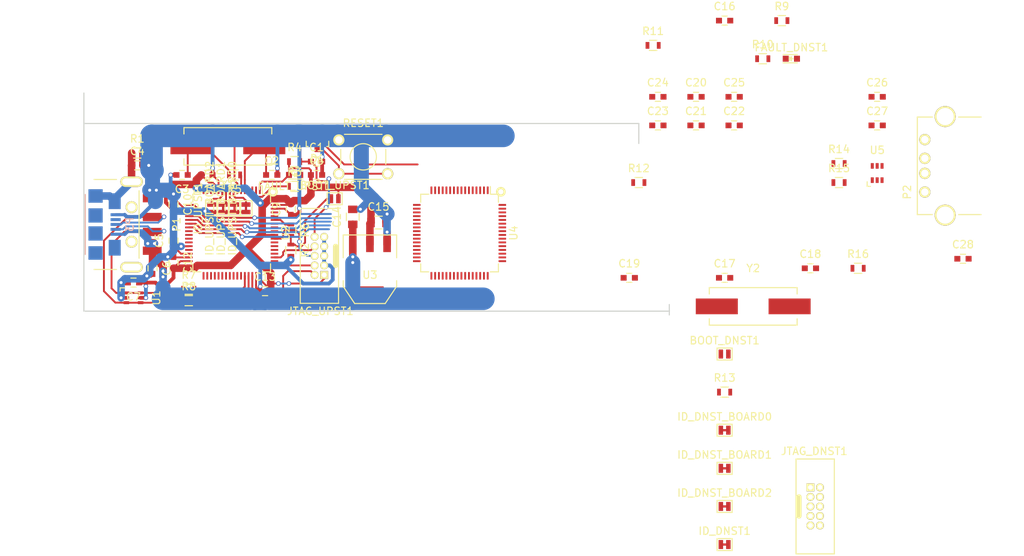
<source format=kicad_pcb>
(kicad_pcb (version 4) (host pcbnew "(2015-10-16 BZR 6271)-product")

  (general
    (links 197)
    (no_connects 98)
    (area 113.970999 90.856999 192.099001 120.598001)
    (thickness 1.6)
    (drawings 5)
    (tracks 514)
    (zones 0)
    (modules 70)
    (nets 54)
  )

  (page A4)
  (layers
    (0 F.Cu signal)
    (31 B.Cu signal)
    (32 B.Adhes user)
    (33 F.Adhes user)
    (34 B.Paste user)
    (35 F.Paste user)
    (36 B.SilkS user)
    (37 F.SilkS user)
    (38 B.Mask user)
    (39 F.Mask user)
    (40 Dwgs.User user)
    (41 Cmts.User user)
    (42 Eco1.User user)
    (43 Eco2.User user)
    (44 Edge.Cuts user)
    (45 Margin user)
    (46 B.CrtYd user)
    (47 F.CrtYd user)
    (48 B.Fab user)
    (49 F.Fab user)
  )

  (setup
    (last_trace_width 0.25)
    (user_trace_width 0.25)
    (user_trace_width 0.4)
    (user_trace_width 0.5)
    (user_trace_width 1)
    (user_trace_width 2)
    (user_trace_width 3)
    (trace_clearance 0.2)
    (zone_clearance 0.508)
    (zone_45_only no)
    (trace_min 0.2)
    (segment_width 0.2)
    (edge_width 0.15)
    (via_size 0.6)
    (via_drill 0.4)
    (via_min_size 0.4)
    (via_min_drill 0.3)
    (uvia_size 0.3)
    (uvia_drill 0.1)
    (uvias_allowed no)
    (uvia_min_size 0.2)
    (uvia_min_drill 0.1)
    (pcb_text_width 0.3)
    (pcb_text_size 1.5 1.5)
    (mod_edge_width 0.15)
    (mod_text_size 0.000001 0.000001)
    (mod_text_width 0.15)
    (pad_size 1.4 1.4)
    (pad_drill 0.6)
    (pad_to_mask_clearance 0.2)
    (aux_axis_origin 0 0)
    (visible_elements 7FFCFFFF)
    (pcbplotparams
      (layerselection 0x00030_80000001)
      (usegerberextensions false)
      (excludeedgelayer true)
      (linewidth 0.100000)
      (plotframeref false)
      (viasonmask false)
      (mode 1)
      (useauxorigin false)
      (hpglpennumber 1)
      (hpglpenspeed 20)
      (hpglpendiameter 15)
      (hpglpenoverlay 2)
      (psnegative false)
      (psa4output false)
      (plotreference true)
      (plotvalue true)
      (plotinvisibletext false)
      (padsonsilk false)
      (subtractmaskfromsilk false)
      (outputformat 1)
      (mirror false)
      (drillshape 1)
      (scaleselection 1)
      (outputdirectory ""))
  )

  (net 0 "")
  (net 1 "Net-(BOOT_DNST1-Pad1)")
  (net 2 +3V3)
  (net 3 "Net-(BOOT_UPST1-Pad1)")
  (net 4 /RESET_UPST)
  (net 5 GND)
  (net 6 "Net-(C2-Pad1)")
  (net 7 "Net-(C3-Pad1)")
  (net 8 "Net-(C4-Pad1)")
  (net 9 "Net-(C5-Pad1)")
  (net 10 +5V)
  (net 11 /RESET_DNST)
  (net 12 "Net-(C17-Pad1)")
  (net 13 "Net-(C18-Pad1)")
  (net 14 "Net-(C19-Pad1)")
  (net 15 "Net-(C28-Pad1)")
  (net 16 "Net-(D1-Pad3)")
  (net 17 "Net-(FAULT_DNST1-Pad1)")
  (net 18 "Net-(FAULT_UPST1-Pad1)")
  (net 19 "Net-(ID_DNST1-Pad2)")
  (net 20 "Net-(ID_DNST_BOARD0-Pad2)")
  (net 21 "Net-(ID_DNST_BOARD1-Pad2)")
  (net 22 "Net-(ID_DNST_BOARD2-Pad2)")
  (net 23 "Net-(ID_UPST1-Pad2)")
  (net 24 "Net-(ID_UPST_BOARD0-Pad2)")
  (net 25 "Net-(ID_UPST_BOARD1-Pad2)")
  (net 26 "Net-(ID_UPST_BOARD2-Pad2)")
  (net 27 /JTCK_DNST)
  (net 28 /JTDO_DNST)
  (net 29 /JTDI_DNST)
  (net 30 /JTMS_DNST)
  (net 31 /JTCK_UPST)
  (net 32 /JTDO_UPST)
  (net 33 /JTDI_UPST)
  (net 34 /JTMS_UPST)
  (net 35 "Net-(P1-Pad2)")
  (net 36 "Net-(P1-Pad3)")
  (net 37 "Net-(P2-Pad3)")
  (net 38 "Net-(P2-Pad2)")
  (net 39 "Net-(R3-Pad1)")
  (net 40 "Net-(R5-Pad1)")
  (net 41 "Net-(R6-Pad1)")
  (net 42 "Net-(R7-Pad2)")
  (net 43 "Net-(R8-Pad2)")
  (net 44 "Net-(R10-Pad1)")
  (net 45 "Net-(R12-Pad1)")
  (net 46 "Net-(R13-Pad1)")
  (net 47 "Net-(R14-Pad2)")
  (net 48 "Net-(R15-Pad2)")
  (net 49 /SPI_TX_OK)
  (net 50 /SPI_NSS)
  (net 51 /SPI_SCK)
  (net 52 /SPI_MISO)
  (net 53 /SPI_MOSI)

  (net_class Default "This is the default net class."
    (clearance 0.2)
    (trace_width 0.25)
    (via_dia 0.6)
    (via_drill 0.4)
    (uvia_dia 0.3)
    (uvia_drill 0.1)
    (add_net +3V3)
    (add_net +5V)
    (add_net /JTCK_DNST)
    (add_net /JTCK_UPST)
    (add_net /JTDI_DNST)
    (add_net /JTDI_UPST)
    (add_net /JTDO_DNST)
    (add_net /JTDO_UPST)
    (add_net /JTMS_DNST)
    (add_net /JTMS_UPST)
    (add_net /RESET_DNST)
    (add_net /RESET_UPST)
    (add_net /SPI_MISO)
    (add_net /SPI_MOSI)
    (add_net /SPI_NSS)
    (add_net /SPI_SCK)
    (add_net /SPI_TX_OK)
    (add_net GND)
    (add_net "Net-(BOOT_DNST1-Pad1)")
    (add_net "Net-(BOOT_UPST1-Pad1)")
    (add_net "Net-(C17-Pad1)")
    (add_net "Net-(C18-Pad1)")
    (add_net "Net-(C19-Pad1)")
    (add_net "Net-(C2-Pad1)")
    (add_net "Net-(C28-Pad1)")
    (add_net "Net-(C3-Pad1)")
    (add_net "Net-(C4-Pad1)")
    (add_net "Net-(C5-Pad1)")
    (add_net "Net-(D1-Pad3)")
    (add_net "Net-(FAULT_DNST1-Pad1)")
    (add_net "Net-(FAULT_UPST1-Pad1)")
    (add_net "Net-(ID_DNST1-Pad2)")
    (add_net "Net-(ID_DNST_BOARD0-Pad2)")
    (add_net "Net-(ID_DNST_BOARD1-Pad2)")
    (add_net "Net-(ID_DNST_BOARD2-Pad2)")
    (add_net "Net-(ID_UPST1-Pad2)")
    (add_net "Net-(ID_UPST_BOARD0-Pad2)")
    (add_net "Net-(ID_UPST_BOARD1-Pad2)")
    (add_net "Net-(ID_UPST_BOARD2-Pad2)")
    (add_net "Net-(P1-Pad2)")
    (add_net "Net-(P1-Pad3)")
    (add_net "Net-(P2-Pad2)")
    (add_net "Net-(P2-Pad3)")
    (add_net "Net-(R10-Pad1)")
    (add_net "Net-(R12-Pad1)")
    (add_net "Net-(R13-Pad1)")
    (add_net "Net-(R14-Pad2)")
    (add_net "Net-(R15-Pad2)")
    (add_net "Net-(R3-Pad1)")
    (add_net "Net-(R5-Pad1)")
    (add_net "Net-(R6-Pad1)")
    (add_net "Net-(R7-Pad2)")
    (add_net "Net-(R8-Pad2)")
  )

  (module USG_footprints:J_NO_0402 (layer F.Cu) (tedit 562C0E67) (tstamp 562C4795)
    (at 199.39 125.73)
    (descr "Jumper N-O SMD 0402")
    (tags "jumper 0402")
    (path /562BE7AE)
    (attr smd)
    (fp_text reference BOOT_DNST1 (at 0 -1.8) (layer F.SilkS)
      (effects (font (size 1 1) (thickness 0.15)))
    )
    (fp_text value Jumper_NO_Small (at 0 1.8) (layer F.Fab)
      (effects (font (size 1 1) (thickness 0.15)))
    )
    (fp_line (start 1 -0.8) (end -1 -0.8) (layer F.SilkS) (width 0.15))
    (fp_line (start -1 -0.8) (end -1 0.8) (layer F.SilkS) (width 0.15))
    (fp_line (start -1 0.8) (end 1 0.8) (layer F.SilkS) (width 0.15))
    (fp_line (start 1 0.8) (end 1 -0.8) (layer F.SilkS) (width 0.15))
    (pad 1 smd rect (at -0.5 0) (size 0.6 1.2) (layers F.Cu F.Paste F.Mask)
      (net 1 "Net-(BOOT_DNST1-Pad1)"))
    (pad 2 smd rect (at 0.5 0) (size 0.6 1.2) (layers F.Cu F.Paste F.Mask)
      (net 2 +3V3))
  )

  (module USG_footprints:J_NO_0402 (layer F.Cu) (tedit 562C0E67) (tstamp 562C479F)
    (at 147.447 105.029)
    (descr "Jumper N-O SMD 0402")
    (tags "jumper 0402")
    (path /562A0390)
    (attr smd)
    (fp_text reference BOOT_UPST1 (at 0 -1.8) (layer F.SilkS)
      (effects (font (size 1 1) (thickness 0.15)))
    )
    (fp_text value Jumper_NO_Small (at 0 1.8) (layer F.Fab)
      (effects (font (size 1 1) (thickness 0.15)))
    )
    (fp_line (start 1 -0.8) (end -1 -0.8) (layer F.SilkS) (width 0.15))
    (fp_line (start -1 -0.8) (end -1 0.8) (layer F.SilkS) (width 0.15))
    (fp_line (start -1 0.8) (end 1 0.8) (layer F.SilkS) (width 0.15))
    (fp_line (start 1 0.8) (end 1 -0.8) (layer F.SilkS) (width 0.15))
    (pad 1 smd rect (at -0.5 0) (size 0.6 1.2) (layers F.Cu F.Paste F.Mask)
      (net 3 "Net-(BOOT_UPST1-Pad1)"))
    (pad 2 smd rect (at 0.5 0) (size 0.6 1.2) (layers F.Cu F.Paste F.Mask)
      (net 2 +3V3))
  )

  (module Capacitors_SMD:C_0603 (layer F.Cu) (tedit 5415D631) (tstamp 562C47A5)
    (at 145.034 100.076)
    (descr "Capacitor SMD 0603, reflow soldering, AVX (see smccp.pdf)")
    (tags "capacitor 0603")
    (path /5629F00B)
    (attr smd)
    (fp_text reference C1 (at 0 -1.9) (layer F.SilkS)
      (effects (font (size 1 1) (thickness 0.15)))
    )
    (fp_text value 0.1u (at 0 1.9) (layer F.Fab)
      (effects (font (size 1 1) (thickness 0.15)))
    )
    (fp_line (start -1.45 -0.75) (end 1.45 -0.75) (layer F.CrtYd) (width 0.05))
    (fp_line (start -1.45 0.75) (end 1.45 0.75) (layer F.CrtYd) (width 0.05))
    (fp_line (start -1.45 -0.75) (end -1.45 0.75) (layer F.CrtYd) (width 0.05))
    (fp_line (start 1.45 -0.75) (end 1.45 0.75) (layer F.CrtYd) (width 0.05))
    (fp_line (start -0.35 -0.6) (end 0.35 -0.6) (layer F.SilkS) (width 0.15))
    (fp_line (start 0.35 0.6) (end -0.35 0.6) (layer F.SilkS) (width 0.15))
    (pad 1 smd rect (at -0.75 0) (size 0.8 0.75) (layers F.Cu F.Paste F.Mask)
      (net 4 /RESET_UPST))
    (pad 2 smd rect (at 0.75 0) (size 0.8 0.75) (layers F.Cu F.Paste F.Mask)
      (net 5 GND))
    (model Capacitors_SMD.3dshapes/C_0603.wrl
      (at (xyz 0 0 0))
      (scale (xyz 1 1 1))
      (rotate (xyz 0 0 0))
    )
  )

  (module Capacitors_SMD:C_0603 (layer F.Cu) (tedit 5415D631) (tstamp 562C47AB)
    (at 139.065 101.854)
    (descr "Capacitor SMD 0603, reflow soldering, AVX (see smccp.pdf)")
    (tags "capacitor 0603")
    (path /5628CF9A)
    (attr smd)
    (fp_text reference C2 (at 0 -1.9) (layer F.SilkS)
      (effects (font (size 1 1) (thickness 0.15)))
    )
    (fp_text value 18p (at 0 1.9) (layer F.Fab)
      (effects (font (size 1 1) (thickness 0.15)))
    )
    (fp_line (start -1.45 -0.75) (end 1.45 -0.75) (layer F.CrtYd) (width 0.05))
    (fp_line (start -1.45 0.75) (end 1.45 0.75) (layer F.CrtYd) (width 0.05))
    (fp_line (start -1.45 -0.75) (end -1.45 0.75) (layer F.CrtYd) (width 0.05))
    (fp_line (start 1.45 -0.75) (end 1.45 0.75) (layer F.CrtYd) (width 0.05))
    (fp_line (start -0.35 -0.6) (end 0.35 -0.6) (layer F.SilkS) (width 0.15))
    (fp_line (start 0.35 0.6) (end -0.35 0.6) (layer F.SilkS) (width 0.15))
    (pad 1 smd rect (at -0.75 0) (size 0.8 0.75) (layers F.Cu F.Paste F.Mask)
      (net 6 "Net-(C2-Pad1)"))
    (pad 2 smd rect (at 0.75 0) (size 0.8 0.75) (layers F.Cu F.Paste F.Mask)
      (net 5 GND))
    (model Capacitors_SMD.3dshapes/C_0603.wrl
      (at (xyz 0 0 0))
      (scale (xyz 1 1 1))
      (rotate (xyz 0 0 0))
    )
  )

  (module Capacitors_SMD:C_0603 (layer F.Cu) (tedit 5415D631) (tstamp 562C47B1)
    (at 127.127 101.854 180)
    (descr "Capacitor SMD 0603, reflow soldering, AVX (see smccp.pdf)")
    (tags "capacitor 0603")
    (path /5628D0DA)
    (attr smd)
    (fp_text reference C3 (at 0 -1.9 180) (layer F.SilkS)
      (effects (font (size 1 1) (thickness 0.15)))
    )
    (fp_text value 18p (at 0 1.9 180) (layer F.Fab)
      (effects (font (size 1 1) (thickness 0.15)))
    )
    (fp_line (start -1.45 -0.75) (end 1.45 -0.75) (layer F.CrtYd) (width 0.05))
    (fp_line (start -1.45 0.75) (end 1.45 0.75) (layer F.CrtYd) (width 0.05))
    (fp_line (start -1.45 -0.75) (end -1.45 0.75) (layer F.CrtYd) (width 0.05))
    (fp_line (start 1.45 -0.75) (end 1.45 0.75) (layer F.CrtYd) (width 0.05))
    (fp_line (start -0.35 -0.6) (end 0.35 -0.6) (layer F.SilkS) (width 0.15))
    (fp_line (start 0.35 0.6) (end -0.35 0.6) (layer F.SilkS) (width 0.15))
    (pad 1 smd rect (at -0.75 0 180) (size 0.8 0.75) (layers F.Cu F.Paste F.Mask)
      (net 7 "Net-(C3-Pad1)"))
    (pad 2 smd rect (at 0.75 0 180) (size 0.8 0.75) (layers F.Cu F.Paste F.Mask)
      (net 5 GND))
    (model Capacitors_SMD.3dshapes/C_0603.wrl
      (at (xyz 0 0 0))
      (scale (xyz 1 1 1))
      (rotate (xyz 0 0 0))
    )
  )

  (module Capacitors_SMD:C_0603 (layer F.Cu) (tedit 5415D631) (tstamp 562C47B7)
    (at 121.158 100.584)
    (descr "Capacitor SMD 0603, reflow soldering, AVX (see smccp.pdf)")
    (tags "capacitor 0603")
    (path /562B2023)
    (attr smd)
    (fp_text reference C4 (at 0 -1.9) (layer F.SilkS)
      (effects (font (size 1 1) (thickness 0.15)))
    )
    (fp_text value 0.1u (at 0 1.9) (layer F.Fab)
      (effects (font (size 1 1) (thickness 0.15)))
    )
    (fp_line (start -1.45 -0.75) (end 1.45 -0.75) (layer F.CrtYd) (width 0.05))
    (fp_line (start -1.45 0.75) (end 1.45 0.75) (layer F.CrtYd) (width 0.05))
    (fp_line (start -1.45 -0.75) (end -1.45 0.75) (layer F.CrtYd) (width 0.05))
    (fp_line (start 1.45 -0.75) (end 1.45 0.75) (layer F.CrtYd) (width 0.05))
    (fp_line (start -0.35 -0.6) (end 0.35 -0.6) (layer F.SilkS) (width 0.15))
    (fp_line (start 0.35 0.6) (end -0.35 0.6) (layer F.SilkS) (width 0.15))
    (pad 1 smd rect (at -0.75 0) (size 0.8 0.75) (layers F.Cu F.Paste F.Mask)
      (net 8 "Net-(C4-Pad1)"))
    (pad 2 smd rect (at 0.75 0) (size 0.8 0.75) (layers F.Cu F.Paste F.Mask)
      (net 5 GND))
    (model Capacitors_SMD.3dshapes/C_0603.wrl
      (at (xyz 0 0 0))
      (scale (xyz 1 1 1))
      (rotate (xyz 0 0 0))
    )
  )

  (module Capacitors_SMD:C_0603 (layer F.Cu) (tedit 5415D631) (tstamp 562C47BD)
    (at 125.984 110.617 90)
    (descr "Capacitor SMD 0603, reflow soldering, AVX (see smccp.pdf)")
    (tags "capacitor 0603")
    (path /5628C5AD)
    (attr smd)
    (fp_text reference C5 (at 0 -1.9 90) (layer F.SilkS)
      (effects (font (size 1 1) (thickness 0.15)))
    )
    (fp_text value 4.7u (at 0 1.9 90) (layer F.Fab)
      (effects (font (size 1 1) (thickness 0.15)))
    )
    (fp_line (start -1.45 -0.75) (end 1.45 -0.75) (layer F.CrtYd) (width 0.05))
    (fp_line (start -1.45 0.75) (end 1.45 0.75) (layer F.CrtYd) (width 0.05))
    (fp_line (start -1.45 -0.75) (end -1.45 0.75) (layer F.CrtYd) (width 0.05))
    (fp_line (start 1.45 -0.75) (end 1.45 0.75) (layer F.CrtYd) (width 0.05))
    (fp_line (start -0.35 -0.6) (end 0.35 -0.6) (layer F.SilkS) (width 0.15))
    (fp_line (start 0.35 0.6) (end -0.35 0.6) (layer F.SilkS) (width 0.15))
    (pad 1 smd rect (at -0.75 0 90) (size 0.8 0.75) (layers F.Cu F.Paste F.Mask)
      (net 9 "Net-(C5-Pad1)"))
    (pad 2 smd rect (at 0.75 0 90) (size 0.8 0.75) (layers F.Cu F.Paste F.Mask)
      (net 5 GND))
    (model Capacitors_SMD.3dshapes/C_0603.wrl
      (at (xyz 0 0 0))
      (scale (xyz 1 1 1))
      (rotate (xyz 0 0 0))
    )
  )

  (module Capacitors_SMD:C_0603 (layer F.Cu) (tedit 5415D631) (tstamp 562C47C3)
    (at 123.19 114.3 270)
    (descr "Capacitor SMD 0603, reflow soldering, AVX (see smccp.pdf)")
    (tags "capacitor 0603")
    (path /562B50DC)
    (attr smd)
    (fp_text reference C6 (at 0 -1.9 270) (layer F.SilkS)
      (effects (font (size 1 1) (thickness 0.15)))
    )
    (fp_text value 0.1u (at 0 1.9 270) (layer F.Fab)
      (effects (font (size 1 1) (thickness 0.15)))
    )
    (fp_line (start -1.45 -0.75) (end 1.45 -0.75) (layer F.CrtYd) (width 0.05))
    (fp_line (start -1.45 0.75) (end 1.45 0.75) (layer F.CrtYd) (width 0.05))
    (fp_line (start -1.45 -0.75) (end -1.45 0.75) (layer F.CrtYd) (width 0.05))
    (fp_line (start 1.45 -0.75) (end 1.45 0.75) (layer F.CrtYd) (width 0.05))
    (fp_line (start -0.35 -0.6) (end 0.35 -0.6) (layer F.SilkS) (width 0.15))
    (fp_line (start 0.35 0.6) (end -0.35 0.6) (layer F.SilkS) (width 0.15))
    (pad 1 smd rect (at -0.75 0 270) (size 0.8 0.75) (layers F.Cu F.Paste F.Mask)
      (net 10 +5V))
    (pad 2 smd rect (at 0.75 0 270) (size 0.8 0.75) (layers F.Cu F.Paste F.Mask)
      (net 5 GND))
    (model Capacitors_SMD.3dshapes/C_0603.wrl
      (at (xyz 0 0 0))
      (scale (xyz 1 1 1))
      (rotate (xyz 0 0 0))
    )
  )

  (module Capacitors_SMD:C_0603 (layer F.Cu) (tedit 5415D631) (tstamp 562C47C9)
    (at 120.65 116.205 180)
    (descr "Capacitor SMD 0603, reflow soldering, AVX (see smccp.pdf)")
    (tags "capacitor 0603")
    (path /562B08FA)
    (attr smd)
    (fp_text reference C7 (at 0 -1.9 180) (layer F.SilkS)
      (effects (font (size 1 1) (thickness 0.15)))
    )
    (fp_text value 0.1u (at 0 1.9 180) (layer F.Fab)
      (effects (font (size 1 1) (thickness 0.15)))
    )
    (fp_line (start -1.45 -0.75) (end 1.45 -0.75) (layer F.CrtYd) (width 0.05))
    (fp_line (start -1.45 0.75) (end 1.45 0.75) (layer F.CrtYd) (width 0.05))
    (fp_line (start -1.45 -0.75) (end -1.45 0.75) (layer F.CrtYd) (width 0.05))
    (fp_line (start 1.45 -0.75) (end 1.45 0.75) (layer F.CrtYd) (width 0.05))
    (fp_line (start -0.35 -0.6) (end 0.35 -0.6) (layer F.SilkS) (width 0.15))
    (fp_line (start 0.35 0.6) (end -0.35 0.6) (layer F.SilkS) (width 0.15))
    (pad 1 smd rect (at -0.75 0 180) (size 0.8 0.75) (layers F.Cu F.Paste F.Mask)
      (net 2 +3V3))
    (pad 2 smd rect (at 0.75 0 180) (size 0.8 0.75) (layers F.Cu F.Paste F.Mask)
      (net 5 GND))
    (model Capacitors_SMD.3dshapes/C_0603.wrl
      (at (xyz 0 0 0))
      (scale (xyz 1 1 1))
      (rotate (xyz 0 0 0))
    )
  )

  (module Capacitors_SMD:C_0603 (layer F.Cu) (tedit 5415D631) (tstamp 562C47CF)
    (at 145.034 101.854)
    (descr "Capacitor SMD 0603, reflow soldering, AVX (see smccp.pdf)")
    (tags "capacitor 0603")
    (path /5628CBAA)
    (attr smd)
    (fp_text reference C8 (at 0 -1.9) (layer F.SilkS)
      (effects (font (size 1 1) (thickness 0.15)))
    )
    (fp_text value 4.7u (at 0 1.9) (layer F.Fab)
      (effects (font (size 1 1) (thickness 0.15)))
    )
    (fp_line (start -1.45 -0.75) (end 1.45 -0.75) (layer F.CrtYd) (width 0.05))
    (fp_line (start -1.45 0.75) (end 1.45 0.75) (layer F.CrtYd) (width 0.05))
    (fp_line (start -1.45 -0.75) (end -1.45 0.75) (layer F.CrtYd) (width 0.05))
    (fp_line (start 1.45 -0.75) (end 1.45 0.75) (layer F.CrtYd) (width 0.05))
    (fp_line (start -0.35 -0.6) (end 0.35 -0.6) (layer F.SilkS) (width 0.15))
    (fp_line (start 0.35 0.6) (end -0.35 0.6) (layer F.SilkS) (width 0.15))
    (pad 1 smd rect (at -0.75 0) (size 0.8 0.75) (layers F.Cu F.Paste F.Mask)
      (net 2 +3V3))
    (pad 2 smd rect (at 0.75 0) (size 0.8 0.75) (layers F.Cu F.Paste F.Mask)
      (net 5 GND))
    (model Capacitors_SMD.3dshapes/C_0603.wrl
      (at (xyz 0 0 0))
      (scale (xyz 1 1 1))
      (rotate (xyz 0 0 0))
    )
  )

  (module Capacitors_SMD:C_0603 (layer F.Cu) (tedit 5415D631) (tstamp 562C47D5)
    (at 141.605 106.426 90)
    (descr "Capacitor SMD 0603, reflow soldering, AVX (see smccp.pdf)")
    (tags "capacitor 0603")
    (path /5628BC20)
    (attr smd)
    (fp_text reference C9 (at 0 -1.9 90) (layer F.SilkS)
      (effects (font (size 1 1) (thickness 0.15)))
    )
    (fp_text value 0.1u (at 0 1.9 90) (layer F.Fab)
      (effects (font (size 1 1) (thickness 0.15)))
    )
    (fp_line (start -1.45 -0.75) (end 1.45 -0.75) (layer F.CrtYd) (width 0.05))
    (fp_line (start -1.45 0.75) (end 1.45 0.75) (layer F.CrtYd) (width 0.05))
    (fp_line (start -1.45 -0.75) (end -1.45 0.75) (layer F.CrtYd) (width 0.05))
    (fp_line (start 1.45 -0.75) (end 1.45 0.75) (layer F.CrtYd) (width 0.05))
    (fp_line (start -0.35 -0.6) (end 0.35 -0.6) (layer F.SilkS) (width 0.15))
    (fp_line (start 0.35 0.6) (end -0.35 0.6) (layer F.SilkS) (width 0.15))
    (pad 1 smd rect (at -0.75 0 90) (size 0.8 0.75) (layers F.Cu F.Paste F.Mask)
      (net 5 GND))
    (pad 2 smd rect (at 0.75 0 90) (size 0.8 0.75) (layers F.Cu F.Paste F.Mask)
      (net 2 +3V3))
    (model Capacitors_SMD.3dshapes/C_0603.wrl
      (at (xyz 0 0 0))
      (scale (xyz 1 1 1))
      (rotate (xyz 0 0 0))
    )
  )

  (module Capacitors_SMD:C_0603 (layer F.Cu) (tedit 5415D631) (tstamp 562C47DB)
    (at 125.984 105.791 270)
    (descr "Capacitor SMD 0603, reflow soldering, AVX (see smccp.pdf)")
    (tags "capacitor 0603")
    (path /5628C063)
    (attr smd)
    (fp_text reference C10 (at 0 -1.9 270) (layer F.SilkS)
      (effects (font (size 1 1) (thickness 0.15)))
    )
    (fp_text value 0.1u (at 0 1.9 270) (layer F.Fab)
      (effects (font (size 1 1) (thickness 0.15)))
    )
    (fp_line (start -1.45 -0.75) (end 1.45 -0.75) (layer F.CrtYd) (width 0.05))
    (fp_line (start -1.45 0.75) (end 1.45 0.75) (layer F.CrtYd) (width 0.05))
    (fp_line (start -1.45 -0.75) (end -1.45 0.75) (layer F.CrtYd) (width 0.05))
    (fp_line (start 1.45 -0.75) (end 1.45 0.75) (layer F.CrtYd) (width 0.05))
    (fp_line (start -0.35 -0.6) (end 0.35 -0.6) (layer F.SilkS) (width 0.15))
    (fp_line (start 0.35 0.6) (end -0.35 0.6) (layer F.SilkS) (width 0.15))
    (pad 1 smd rect (at -0.75 0 270) (size 0.8 0.75) (layers F.Cu F.Paste F.Mask)
      (net 5 GND))
    (pad 2 smd rect (at 0.75 0 270) (size 0.8 0.75) (layers F.Cu F.Paste F.Mask)
      (net 2 +3V3))
    (model Capacitors_SMD.3dshapes/C_0603.wrl
      (at (xyz 0 0 0))
      (scale (xyz 1 1 1))
      (rotate (xyz 0 0 0))
    )
  )

  (module Capacitors_SMD:C_0603 (layer F.Cu) (tedit 5415D631) (tstamp 562C47E1)
    (at 130.429 101.854 180)
    (descr "Capacitor SMD 0603, reflow soldering, AVX (see smccp.pdf)")
    (tags "capacitor 0603")
    (path /5628C0A3)
    (attr smd)
    (fp_text reference C11 (at 0 -1.9 180) (layer F.SilkS)
      (effects (font (size 1 1) (thickness 0.15)))
    )
    (fp_text value 0.1u (at 0 1.9 180) (layer F.Fab)
      (effects (font (size 1 1) (thickness 0.15)))
    )
    (fp_line (start -1.45 -0.75) (end 1.45 -0.75) (layer F.CrtYd) (width 0.05))
    (fp_line (start -1.45 0.75) (end 1.45 0.75) (layer F.CrtYd) (width 0.05))
    (fp_line (start -1.45 -0.75) (end -1.45 0.75) (layer F.CrtYd) (width 0.05))
    (fp_line (start 1.45 -0.75) (end 1.45 0.75) (layer F.CrtYd) (width 0.05))
    (fp_line (start -0.35 -0.6) (end 0.35 -0.6) (layer F.SilkS) (width 0.15))
    (fp_line (start 0.35 0.6) (end -0.35 0.6) (layer F.SilkS) (width 0.15))
    (pad 1 smd rect (at -0.75 0 180) (size 0.8 0.75) (layers F.Cu F.Paste F.Mask)
      (net 5 GND))
    (pad 2 smd rect (at 0.75 0 180) (size 0.8 0.75) (layers F.Cu F.Paste F.Mask)
      (net 2 +3V3))
    (model Capacitors_SMD.3dshapes/C_0603.wrl
      (at (xyz 0 0 0))
      (scale (xyz 1 1 1))
      (rotate (xyz 0 0 0))
    )
  )

  (module Capacitors_SMD:C_0603 (layer F.Cu) (tedit 5415D631) (tstamp 562C47E7)
    (at 125.984 113.538 270)
    (descr "Capacitor SMD 0603, reflow soldering, AVX (see smccp.pdf)")
    (tags "capacitor 0603")
    (path /5628C0CC)
    (attr smd)
    (fp_text reference C12 (at 0 -1.9 270) (layer F.SilkS)
      (effects (font (size 1 1) (thickness 0.15)))
    )
    (fp_text value 0.1u (at 0 1.9 270) (layer F.Fab)
      (effects (font (size 1 1) (thickness 0.15)))
    )
    (fp_line (start -1.45 -0.75) (end 1.45 -0.75) (layer F.CrtYd) (width 0.05))
    (fp_line (start -1.45 0.75) (end 1.45 0.75) (layer F.CrtYd) (width 0.05))
    (fp_line (start -1.45 -0.75) (end -1.45 0.75) (layer F.CrtYd) (width 0.05))
    (fp_line (start 1.45 -0.75) (end 1.45 0.75) (layer F.CrtYd) (width 0.05))
    (fp_line (start -0.35 -0.6) (end 0.35 -0.6) (layer F.SilkS) (width 0.15))
    (fp_line (start 0.35 0.6) (end -0.35 0.6) (layer F.SilkS) (width 0.15))
    (pad 1 smd rect (at -0.75 0 270) (size 0.8 0.75) (layers F.Cu F.Paste F.Mask)
      (net 5 GND))
    (pad 2 smd rect (at 0.75 0 270) (size 0.8 0.75) (layers F.Cu F.Paste F.Mask)
      (net 2 +3V3))
    (model Capacitors_SMD.3dshapes/C_0603.wrl
      (at (xyz 0 0 0))
      (scale (xyz 1 1 1))
      (rotate (xyz 0 0 0))
    )
  )

  (module Capacitors_SMD:C_0603 (layer F.Cu) (tedit 5415D631) (tstamp 562C47ED)
    (at 138.176 117.348)
    (descr "Capacitor SMD 0603, reflow soldering, AVX (see smccp.pdf)")
    (tags "capacitor 0603")
    (path /5628C140)
    (attr smd)
    (fp_text reference C13 (at 0 -1.9) (layer F.SilkS)
      (effects (font (size 1 1) (thickness 0.15)))
    )
    (fp_text value 0.1u (at 0 1.9) (layer F.Fab)
      (effects (font (size 1 1) (thickness 0.15)))
    )
    (fp_line (start -1.45 -0.75) (end 1.45 -0.75) (layer F.CrtYd) (width 0.05))
    (fp_line (start -1.45 0.75) (end 1.45 0.75) (layer F.CrtYd) (width 0.05))
    (fp_line (start -1.45 -0.75) (end -1.45 0.75) (layer F.CrtYd) (width 0.05))
    (fp_line (start 1.45 -0.75) (end 1.45 0.75) (layer F.CrtYd) (width 0.05))
    (fp_line (start -0.35 -0.6) (end 0.35 -0.6) (layer F.SilkS) (width 0.15))
    (fp_line (start 0.35 0.6) (end -0.35 0.6) (layer F.SilkS) (width 0.15))
    (pad 1 smd rect (at -0.75 0) (size 0.8 0.75) (layers F.Cu F.Paste F.Mask)
      (net 5 GND))
    (pad 2 smd rect (at 0.75 0) (size 0.8 0.75) (layers F.Cu F.Paste F.Mask)
      (net 2 +3V3))
    (model Capacitors_SMD.3dshapes/C_0603.wrl
      (at (xyz 0 0 0))
      (scale (xyz 1 1 1))
      (rotate (xyz 0 0 0))
    )
  )

  (module Capacitors_SMD:C_0805 (layer F.Cu) (tedit 5415D6EA) (tstamp 562C47F3)
    (at 149.86 107.442 90)
    (descr "Capacitor SMD 0805, reflow soldering, AVX (see smccp.pdf)")
    (tags "capacitor 0805")
    (path /5628ED71)
    (attr smd)
    (fp_text reference C14 (at 0 -2.1 90) (layer F.SilkS)
      (effects (font (size 1 1) (thickness 0.15)))
    )
    (fp_text value 10u (at 0 2.1 90) (layer F.Fab)
      (effects (font (size 1 1) (thickness 0.15)))
    )
    (fp_line (start -1.8 -1) (end 1.8 -1) (layer F.CrtYd) (width 0.05))
    (fp_line (start -1.8 1) (end 1.8 1) (layer F.CrtYd) (width 0.05))
    (fp_line (start -1.8 -1) (end -1.8 1) (layer F.CrtYd) (width 0.05))
    (fp_line (start 1.8 -1) (end 1.8 1) (layer F.CrtYd) (width 0.05))
    (fp_line (start 0.5 -0.85) (end -0.5 -0.85) (layer F.SilkS) (width 0.15))
    (fp_line (start -0.5 0.85) (end 0.5 0.85) (layer F.SilkS) (width 0.15))
    (pad 1 smd rect (at -1 0 90) (size 1 1.25) (layers F.Cu F.Paste F.Mask)
      (net 10 +5V))
    (pad 2 smd rect (at 1 0 90) (size 1 1.25) (layers F.Cu F.Paste F.Mask)
      (net 5 GND))
    (model Capacitors_SMD.3dshapes/C_0805.wrl
      (at (xyz 0 0 0))
      (scale (xyz 1 1 1))
      (rotate (xyz 0 0 0))
    )
  )

  (module Capacitors_SMD:C_0805 (layer F.Cu) (tedit 5415D6EA) (tstamp 562C47F9)
    (at 153.289 108.204)
    (descr "Capacitor SMD 0805, reflow soldering, AVX (see smccp.pdf)")
    (tags "capacitor 0805")
    (path /5628ECAB)
    (attr smd)
    (fp_text reference C15 (at 0 -2.1) (layer F.SilkS)
      (effects (font (size 1 1) (thickness 0.15)))
    )
    (fp_text value 22u (at 0 2.1) (layer F.Fab)
      (effects (font (size 1 1) (thickness 0.15)))
    )
    (fp_line (start -1.8 -1) (end 1.8 -1) (layer F.CrtYd) (width 0.05))
    (fp_line (start -1.8 1) (end 1.8 1) (layer F.CrtYd) (width 0.05))
    (fp_line (start -1.8 -1) (end -1.8 1) (layer F.CrtYd) (width 0.05))
    (fp_line (start 1.8 -1) (end 1.8 1) (layer F.CrtYd) (width 0.05))
    (fp_line (start 0.5 -0.85) (end -0.5 -0.85) (layer F.SilkS) (width 0.15))
    (fp_line (start -0.5 0.85) (end 0.5 0.85) (layer F.SilkS) (width 0.15))
    (pad 1 smd rect (at -1 0) (size 1 1.25) (layers F.Cu F.Paste F.Mask)
      (net 2 +3V3))
    (pad 2 smd rect (at 1 0) (size 1 1.25) (layers F.Cu F.Paste F.Mask)
      (net 5 GND))
    (model Capacitors_SMD.3dshapes/C_0805.wrl
      (at (xyz 0 0 0))
      (scale (xyz 1 1 1))
      (rotate (xyz 0 0 0))
    )
  )

  (module Capacitors_SMD:C_0603 (layer F.Cu) (tedit 5415D631) (tstamp 562C47FF)
    (at 199.39 81.28)
    (descr "Capacitor SMD 0603, reflow soldering, AVX (see smccp.pdf)")
    (tags "capacitor 0603")
    (path /562BE7A8)
    (attr smd)
    (fp_text reference C16 (at 0 -1.9) (layer F.SilkS)
      (effects (font (size 1 1) (thickness 0.15)))
    )
    (fp_text value 0.1u (at 0 1.9) (layer F.Fab)
      (effects (font (size 1 1) (thickness 0.15)))
    )
    (fp_line (start -1.45 -0.75) (end 1.45 -0.75) (layer F.CrtYd) (width 0.05))
    (fp_line (start -1.45 0.75) (end 1.45 0.75) (layer F.CrtYd) (width 0.05))
    (fp_line (start -1.45 -0.75) (end -1.45 0.75) (layer F.CrtYd) (width 0.05))
    (fp_line (start 1.45 -0.75) (end 1.45 0.75) (layer F.CrtYd) (width 0.05))
    (fp_line (start -0.35 -0.6) (end 0.35 -0.6) (layer F.SilkS) (width 0.15))
    (fp_line (start 0.35 0.6) (end -0.35 0.6) (layer F.SilkS) (width 0.15))
    (pad 1 smd rect (at -0.75 0) (size 0.8 0.75) (layers F.Cu F.Paste F.Mask)
      (net 11 /RESET_DNST))
    (pad 2 smd rect (at 0.75 0) (size 0.8 0.75) (layers F.Cu F.Paste F.Mask)
      (net 5 GND))
    (model Capacitors_SMD.3dshapes/C_0603.wrl
      (at (xyz 0 0 0))
      (scale (xyz 1 1 1))
      (rotate (xyz 0 0 0))
    )
  )

  (module Capacitors_SMD:C_0603 (layer F.Cu) (tedit 5415D631) (tstamp 562C4805)
    (at 199.39 115.57)
    (descr "Capacitor SMD 0603, reflow soldering, AVX (see smccp.pdf)")
    (tags "capacitor 0603")
    (path /562BE754)
    (attr smd)
    (fp_text reference C17 (at 0 -1.9) (layer F.SilkS)
      (effects (font (size 1 1) (thickness 0.15)))
    )
    (fp_text value 18p (at 0 1.9) (layer F.Fab)
      (effects (font (size 1 1) (thickness 0.15)))
    )
    (fp_line (start -1.45 -0.75) (end 1.45 -0.75) (layer F.CrtYd) (width 0.05))
    (fp_line (start -1.45 0.75) (end 1.45 0.75) (layer F.CrtYd) (width 0.05))
    (fp_line (start -1.45 -0.75) (end -1.45 0.75) (layer F.CrtYd) (width 0.05))
    (fp_line (start 1.45 -0.75) (end 1.45 0.75) (layer F.CrtYd) (width 0.05))
    (fp_line (start -0.35 -0.6) (end 0.35 -0.6) (layer F.SilkS) (width 0.15))
    (fp_line (start 0.35 0.6) (end -0.35 0.6) (layer F.SilkS) (width 0.15))
    (pad 1 smd rect (at -0.75 0) (size 0.8 0.75) (layers F.Cu F.Paste F.Mask)
      (net 12 "Net-(C17-Pad1)"))
    (pad 2 smd rect (at 0.75 0) (size 0.8 0.75) (layers F.Cu F.Paste F.Mask)
      (net 5 GND))
    (model Capacitors_SMD.3dshapes/C_0603.wrl
      (at (xyz 0 0 0))
      (scale (xyz 1 1 1))
      (rotate (xyz 0 0 0))
    )
  )

  (module Capacitors_SMD:C_0603 (layer F.Cu) (tedit 5415D631) (tstamp 562C480B)
    (at 210.82 114.3)
    (descr "Capacitor SMD 0603, reflow soldering, AVX (see smccp.pdf)")
    (tags "capacitor 0603")
    (path /562BE75A)
    (attr smd)
    (fp_text reference C18 (at 0 -1.9) (layer F.SilkS)
      (effects (font (size 1 1) (thickness 0.15)))
    )
    (fp_text value 18p (at 0 1.9) (layer F.Fab)
      (effects (font (size 1 1) (thickness 0.15)))
    )
    (fp_line (start -1.45 -0.75) (end 1.45 -0.75) (layer F.CrtYd) (width 0.05))
    (fp_line (start -1.45 0.75) (end 1.45 0.75) (layer F.CrtYd) (width 0.05))
    (fp_line (start -1.45 -0.75) (end -1.45 0.75) (layer F.CrtYd) (width 0.05))
    (fp_line (start 1.45 -0.75) (end 1.45 0.75) (layer F.CrtYd) (width 0.05))
    (fp_line (start -0.35 -0.6) (end 0.35 -0.6) (layer F.SilkS) (width 0.15))
    (fp_line (start 0.35 0.6) (end -0.35 0.6) (layer F.SilkS) (width 0.15))
    (pad 1 smd rect (at -0.75 0) (size 0.8 0.75) (layers F.Cu F.Paste F.Mask)
      (net 13 "Net-(C18-Pad1)"))
    (pad 2 smd rect (at 0.75 0) (size 0.8 0.75) (layers F.Cu F.Paste F.Mask)
      (net 5 GND))
    (model Capacitors_SMD.3dshapes/C_0603.wrl
      (at (xyz 0 0 0))
      (scale (xyz 1 1 1))
      (rotate (xyz 0 0 0))
    )
  )

  (module Capacitors_SMD:C_0603 (layer F.Cu) (tedit 5415D631) (tstamp 562C4811)
    (at 186.69 115.57)
    (descr "Capacitor SMD 0603, reflow soldering, AVX (see smccp.pdf)")
    (tags "capacitor 0603")
    (path /562BE730)
    (attr smd)
    (fp_text reference C19 (at 0 -1.9) (layer F.SilkS)
      (effects (font (size 1 1) (thickness 0.15)))
    )
    (fp_text value 4.7u (at 0 1.9) (layer F.Fab)
      (effects (font (size 1 1) (thickness 0.15)))
    )
    (fp_line (start -1.45 -0.75) (end 1.45 -0.75) (layer F.CrtYd) (width 0.05))
    (fp_line (start -1.45 0.75) (end 1.45 0.75) (layer F.CrtYd) (width 0.05))
    (fp_line (start -1.45 -0.75) (end -1.45 0.75) (layer F.CrtYd) (width 0.05))
    (fp_line (start 1.45 -0.75) (end 1.45 0.75) (layer F.CrtYd) (width 0.05))
    (fp_line (start -0.35 -0.6) (end 0.35 -0.6) (layer F.SilkS) (width 0.15))
    (fp_line (start 0.35 0.6) (end -0.35 0.6) (layer F.SilkS) (width 0.15))
    (pad 1 smd rect (at -0.75 0) (size 0.8 0.75) (layers F.Cu F.Paste F.Mask)
      (net 14 "Net-(C19-Pad1)"))
    (pad 2 smd rect (at 0.75 0) (size 0.8 0.75) (layers F.Cu F.Paste F.Mask)
      (net 5 GND))
    (model Capacitors_SMD.3dshapes/C_0603.wrl
      (at (xyz 0 0 0))
      (scale (xyz 1 1 1))
      (rotate (xyz 0 0 0))
    )
  )

  (module Capacitors_SMD:C_0603 (layer F.Cu) (tedit 5415D631) (tstamp 562C4817)
    (at 195.58 91.44)
    (descr "Capacitor SMD 0603, reflow soldering, AVX (see smccp.pdf)")
    (tags "capacitor 0603")
    (path /562BE748)
    (attr smd)
    (fp_text reference C20 (at 0 -1.9) (layer F.SilkS)
      (effects (font (size 1 1) (thickness 0.15)))
    )
    (fp_text value 4.7u (at 0 1.9) (layer F.Fab)
      (effects (font (size 1 1) (thickness 0.15)))
    )
    (fp_line (start -1.45 -0.75) (end 1.45 -0.75) (layer F.CrtYd) (width 0.05))
    (fp_line (start -1.45 0.75) (end 1.45 0.75) (layer F.CrtYd) (width 0.05))
    (fp_line (start -1.45 -0.75) (end -1.45 0.75) (layer F.CrtYd) (width 0.05))
    (fp_line (start 1.45 -0.75) (end 1.45 0.75) (layer F.CrtYd) (width 0.05))
    (fp_line (start -0.35 -0.6) (end 0.35 -0.6) (layer F.SilkS) (width 0.15))
    (fp_line (start 0.35 0.6) (end -0.35 0.6) (layer F.SilkS) (width 0.15))
    (pad 1 smd rect (at -0.75 0) (size 0.8 0.75) (layers F.Cu F.Paste F.Mask)
      (net 2 +3V3))
    (pad 2 smd rect (at 0.75 0) (size 0.8 0.75) (layers F.Cu F.Paste F.Mask)
      (net 5 GND))
    (model Capacitors_SMD.3dshapes/C_0603.wrl
      (at (xyz 0 0 0))
      (scale (xyz 1 1 1))
      (rotate (xyz 0 0 0))
    )
  )

  (module Capacitors_SMD:C_0603 (layer F.Cu) (tedit 5415D631) (tstamp 562C481D)
    (at 195.58 95.25)
    (descr "Capacitor SMD 0603, reflow soldering, AVX (see smccp.pdf)")
    (tags "capacitor 0603")
    (path /562BE706)
    (attr smd)
    (fp_text reference C21 (at 0 -1.9) (layer F.SilkS)
      (effects (font (size 1 1) (thickness 0.15)))
    )
    (fp_text value 0.1u (at 0 1.9) (layer F.Fab)
      (effects (font (size 1 1) (thickness 0.15)))
    )
    (fp_line (start -1.45 -0.75) (end 1.45 -0.75) (layer F.CrtYd) (width 0.05))
    (fp_line (start -1.45 0.75) (end 1.45 0.75) (layer F.CrtYd) (width 0.05))
    (fp_line (start -1.45 -0.75) (end -1.45 0.75) (layer F.CrtYd) (width 0.05))
    (fp_line (start 1.45 -0.75) (end 1.45 0.75) (layer F.CrtYd) (width 0.05))
    (fp_line (start -0.35 -0.6) (end 0.35 -0.6) (layer F.SilkS) (width 0.15))
    (fp_line (start 0.35 0.6) (end -0.35 0.6) (layer F.SilkS) (width 0.15))
    (pad 1 smd rect (at -0.75 0) (size 0.8 0.75) (layers F.Cu F.Paste F.Mask)
      (net 5 GND))
    (pad 2 smd rect (at 0.75 0) (size 0.8 0.75) (layers F.Cu F.Paste F.Mask)
      (net 2 +3V3))
    (model Capacitors_SMD.3dshapes/C_0603.wrl
      (at (xyz 0 0 0))
      (scale (xyz 1 1 1))
      (rotate (xyz 0 0 0))
    )
  )

  (module Capacitors_SMD:C_0603 (layer F.Cu) (tedit 5415D631) (tstamp 562C4823)
    (at 200.66 95.25)
    (descr "Capacitor SMD 0603, reflow soldering, AVX (see smccp.pdf)")
    (tags "capacitor 0603")
    (path /562BE712)
    (attr smd)
    (fp_text reference C22 (at 0 -1.9) (layer F.SilkS)
      (effects (font (size 1 1) (thickness 0.15)))
    )
    (fp_text value 0.1u (at 0 1.9) (layer F.Fab)
      (effects (font (size 1 1) (thickness 0.15)))
    )
    (fp_line (start -1.45 -0.75) (end 1.45 -0.75) (layer F.CrtYd) (width 0.05))
    (fp_line (start -1.45 0.75) (end 1.45 0.75) (layer F.CrtYd) (width 0.05))
    (fp_line (start -1.45 -0.75) (end -1.45 0.75) (layer F.CrtYd) (width 0.05))
    (fp_line (start 1.45 -0.75) (end 1.45 0.75) (layer F.CrtYd) (width 0.05))
    (fp_line (start -0.35 -0.6) (end 0.35 -0.6) (layer F.SilkS) (width 0.15))
    (fp_line (start 0.35 0.6) (end -0.35 0.6) (layer F.SilkS) (width 0.15))
    (pad 1 smd rect (at -0.75 0) (size 0.8 0.75) (layers F.Cu F.Paste F.Mask)
      (net 5 GND))
    (pad 2 smd rect (at 0.75 0) (size 0.8 0.75) (layers F.Cu F.Paste F.Mask)
      (net 2 +3V3))
    (model Capacitors_SMD.3dshapes/C_0603.wrl
      (at (xyz 0 0 0))
      (scale (xyz 1 1 1))
      (rotate (xyz 0 0 0))
    )
  )

  (module Capacitors_SMD:C_0603 (layer F.Cu) (tedit 5415D631) (tstamp 562C4829)
    (at 190.5 95.25)
    (descr "Capacitor SMD 0603, reflow soldering, AVX (see smccp.pdf)")
    (tags "capacitor 0603")
    (path /562BE718)
    (attr smd)
    (fp_text reference C23 (at 0 -1.9) (layer F.SilkS)
      (effects (font (size 1 1) (thickness 0.15)))
    )
    (fp_text value 0.1u (at 0 1.9) (layer F.Fab)
      (effects (font (size 1 1) (thickness 0.15)))
    )
    (fp_line (start -1.45 -0.75) (end 1.45 -0.75) (layer F.CrtYd) (width 0.05))
    (fp_line (start -1.45 0.75) (end 1.45 0.75) (layer F.CrtYd) (width 0.05))
    (fp_line (start -1.45 -0.75) (end -1.45 0.75) (layer F.CrtYd) (width 0.05))
    (fp_line (start 1.45 -0.75) (end 1.45 0.75) (layer F.CrtYd) (width 0.05))
    (fp_line (start -0.35 -0.6) (end 0.35 -0.6) (layer F.SilkS) (width 0.15))
    (fp_line (start 0.35 0.6) (end -0.35 0.6) (layer F.SilkS) (width 0.15))
    (pad 1 smd rect (at -0.75 0) (size 0.8 0.75) (layers F.Cu F.Paste F.Mask)
      (net 5 GND))
    (pad 2 smd rect (at 0.75 0) (size 0.8 0.75) (layers F.Cu F.Paste F.Mask)
      (net 2 +3V3))
    (model Capacitors_SMD.3dshapes/C_0603.wrl
      (at (xyz 0 0 0))
      (scale (xyz 1 1 1))
      (rotate (xyz 0 0 0))
    )
  )

  (module Capacitors_SMD:C_0603 (layer F.Cu) (tedit 5415D631) (tstamp 562C482F)
    (at 190.5 91.44)
    (descr "Capacitor SMD 0603, reflow soldering, AVX (see smccp.pdf)")
    (tags "capacitor 0603")
    (path /562BE71E)
    (attr smd)
    (fp_text reference C24 (at 0 -1.9) (layer F.SilkS)
      (effects (font (size 1 1) (thickness 0.15)))
    )
    (fp_text value 0.1u (at 0 1.9) (layer F.Fab)
      (effects (font (size 1 1) (thickness 0.15)))
    )
    (fp_line (start -1.45 -0.75) (end 1.45 -0.75) (layer F.CrtYd) (width 0.05))
    (fp_line (start -1.45 0.75) (end 1.45 0.75) (layer F.CrtYd) (width 0.05))
    (fp_line (start -1.45 -0.75) (end -1.45 0.75) (layer F.CrtYd) (width 0.05))
    (fp_line (start 1.45 -0.75) (end 1.45 0.75) (layer F.CrtYd) (width 0.05))
    (fp_line (start -0.35 -0.6) (end 0.35 -0.6) (layer F.SilkS) (width 0.15))
    (fp_line (start 0.35 0.6) (end -0.35 0.6) (layer F.SilkS) (width 0.15))
    (pad 1 smd rect (at -0.75 0) (size 0.8 0.75) (layers F.Cu F.Paste F.Mask)
      (net 5 GND))
    (pad 2 smd rect (at 0.75 0) (size 0.8 0.75) (layers F.Cu F.Paste F.Mask)
      (net 2 +3V3))
    (model Capacitors_SMD.3dshapes/C_0603.wrl
      (at (xyz 0 0 0))
      (scale (xyz 1 1 1))
      (rotate (xyz 0 0 0))
    )
  )

  (module Capacitors_SMD:C_0603 (layer F.Cu) (tedit 5415D631) (tstamp 562C4835)
    (at 200.66 91.44)
    (descr "Capacitor SMD 0603, reflow soldering, AVX (see smccp.pdf)")
    (tags "capacitor 0603")
    (path /562BE724)
    (attr smd)
    (fp_text reference C25 (at 0 -1.9) (layer F.SilkS)
      (effects (font (size 1 1) (thickness 0.15)))
    )
    (fp_text value 0.1u (at 0 1.9) (layer F.Fab)
      (effects (font (size 1 1) (thickness 0.15)))
    )
    (fp_line (start -1.45 -0.75) (end 1.45 -0.75) (layer F.CrtYd) (width 0.05))
    (fp_line (start -1.45 0.75) (end 1.45 0.75) (layer F.CrtYd) (width 0.05))
    (fp_line (start -1.45 -0.75) (end -1.45 0.75) (layer F.CrtYd) (width 0.05))
    (fp_line (start 1.45 -0.75) (end 1.45 0.75) (layer F.CrtYd) (width 0.05))
    (fp_line (start -0.35 -0.6) (end 0.35 -0.6) (layer F.SilkS) (width 0.15))
    (fp_line (start 0.35 0.6) (end -0.35 0.6) (layer F.SilkS) (width 0.15))
    (pad 1 smd rect (at -0.75 0) (size 0.8 0.75) (layers F.Cu F.Paste F.Mask)
      (net 5 GND))
    (pad 2 smd rect (at 0.75 0) (size 0.8 0.75) (layers F.Cu F.Paste F.Mask)
      (net 2 +3V3))
    (model Capacitors_SMD.3dshapes/C_0603.wrl
      (at (xyz 0 0 0))
      (scale (xyz 1 1 1))
      (rotate (xyz 0 0 0))
    )
  )

  (module Capacitors_SMD:C_0603 (layer F.Cu) (tedit 5415D631) (tstamp 562C483B)
    (at 219.71 91.44)
    (descr "Capacitor SMD 0603, reflow soldering, AVX (see smccp.pdf)")
    (tags "capacitor 0603")
    (path /562BE802)
    (attr smd)
    (fp_text reference C26 (at 0 -1.9) (layer F.SilkS)
      (effects (font (size 1 1) (thickness 0.15)))
    )
    (fp_text value 0.1u (at 0 1.9) (layer F.Fab)
      (effects (font (size 1 1) (thickness 0.15)))
    )
    (fp_line (start -1.45 -0.75) (end 1.45 -0.75) (layer F.CrtYd) (width 0.05))
    (fp_line (start -1.45 0.75) (end 1.45 0.75) (layer F.CrtYd) (width 0.05))
    (fp_line (start -1.45 -0.75) (end -1.45 0.75) (layer F.CrtYd) (width 0.05))
    (fp_line (start 1.45 -0.75) (end 1.45 0.75) (layer F.CrtYd) (width 0.05))
    (fp_line (start -0.35 -0.6) (end 0.35 -0.6) (layer F.SilkS) (width 0.15))
    (fp_line (start 0.35 0.6) (end -0.35 0.6) (layer F.SilkS) (width 0.15))
    (pad 1 smd rect (at -0.75 0) (size 0.8 0.75) (layers F.Cu F.Paste F.Mask)
      (net 10 +5V))
    (pad 2 smd rect (at 0.75 0) (size 0.8 0.75) (layers F.Cu F.Paste F.Mask)
      (net 5 GND))
    (model Capacitors_SMD.3dshapes/C_0603.wrl
      (at (xyz 0 0 0))
      (scale (xyz 1 1 1))
      (rotate (xyz 0 0 0))
    )
  )

  (module Capacitors_SMD:C_0603 (layer F.Cu) (tedit 5415D631) (tstamp 562C4841)
    (at 219.71 95.25)
    (descr "Capacitor SMD 0603, reflow soldering, AVX (see smccp.pdf)")
    (tags "capacitor 0603")
    (path /562BE7EA)
    (attr smd)
    (fp_text reference C27 (at 0 -1.9) (layer F.SilkS)
      (effects (font (size 1 1) (thickness 0.15)))
    )
    (fp_text value 0.1u (at 0 1.9) (layer F.Fab)
      (effects (font (size 1 1) (thickness 0.15)))
    )
    (fp_line (start -1.45 -0.75) (end 1.45 -0.75) (layer F.CrtYd) (width 0.05))
    (fp_line (start -1.45 0.75) (end 1.45 0.75) (layer F.CrtYd) (width 0.05))
    (fp_line (start -1.45 -0.75) (end -1.45 0.75) (layer F.CrtYd) (width 0.05))
    (fp_line (start 1.45 -0.75) (end 1.45 0.75) (layer F.CrtYd) (width 0.05))
    (fp_line (start -0.35 -0.6) (end 0.35 -0.6) (layer F.SilkS) (width 0.15))
    (fp_line (start 0.35 0.6) (end -0.35 0.6) (layer F.SilkS) (width 0.15))
    (pad 1 smd rect (at -0.75 0) (size 0.8 0.75) (layers F.Cu F.Paste F.Mask)
      (net 2 +3V3))
    (pad 2 smd rect (at 0.75 0) (size 0.8 0.75) (layers F.Cu F.Paste F.Mask)
      (net 5 GND))
    (model Capacitors_SMD.3dshapes/C_0603.wrl
      (at (xyz 0 0 0))
      (scale (xyz 1 1 1))
      (rotate (xyz 0 0 0))
    )
  )

  (module Capacitors_SMD:C_0603 (layer F.Cu) (tedit 5415D631) (tstamp 562C4847)
    (at 231.14 113.03)
    (descr "Capacitor SMD 0603, reflow soldering, AVX (see smccp.pdf)")
    (tags "capacitor 0603")
    (path /562BE8A4)
    (attr smd)
    (fp_text reference C28 (at 0 -1.9) (layer F.SilkS)
      (effects (font (size 1 1) (thickness 0.15)))
    )
    (fp_text value 0.1u (at 0 1.9) (layer F.Fab)
      (effects (font (size 1 1) (thickness 0.15)))
    )
    (fp_line (start -1.45 -0.75) (end 1.45 -0.75) (layer F.CrtYd) (width 0.05))
    (fp_line (start -1.45 0.75) (end 1.45 0.75) (layer F.CrtYd) (width 0.05))
    (fp_line (start -1.45 -0.75) (end -1.45 0.75) (layer F.CrtYd) (width 0.05))
    (fp_line (start 1.45 -0.75) (end 1.45 0.75) (layer F.CrtYd) (width 0.05))
    (fp_line (start -0.35 -0.6) (end 0.35 -0.6) (layer F.SilkS) (width 0.15))
    (fp_line (start 0.35 0.6) (end -0.35 0.6) (layer F.SilkS) (width 0.15))
    (pad 1 smd rect (at -0.75 0) (size 0.8 0.75) (layers F.Cu F.Paste F.Mask)
      (net 15 "Net-(C28-Pad1)"))
    (pad 2 smd rect (at 0.75 0) (size 0.8 0.75) (layers F.Cu F.Paste F.Mask)
      (net 5 GND))
    (model Capacitors_SMD.3dshapes/C_0603.wrl
      (at (xyz 0 0 0))
      (scale (xyz 1 1 1))
      (rotate (xyz 0 0 0))
    )
  )

  (module TO_SOT_Packages_SMD:SOT-23 (layer F.Cu) (tedit 553634F8) (tstamp 562C484E)
    (at 145.161 97.409 180)
    (descr "SOT-23, Standard")
    (tags SOT-23)
    (path /562D027C)
    (attr smd)
    (fp_text reference D1 (at 0 -2.25 180) (layer F.SilkS)
      (effects (font (size 1 1) (thickness 0.15)))
    )
    (fp_text value DOUBLE_DIODE_CCOM (at 0 2.3 180) (layer F.Fab)
      (effects (font (size 1 1) (thickness 0.15)))
    )
    (fp_line (start -1.65 -1.6) (end 1.65 -1.6) (layer F.CrtYd) (width 0.05))
    (fp_line (start 1.65 -1.6) (end 1.65 1.6) (layer F.CrtYd) (width 0.05))
    (fp_line (start 1.65 1.6) (end -1.65 1.6) (layer F.CrtYd) (width 0.05))
    (fp_line (start -1.65 1.6) (end -1.65 -1.6) (layer F.CrtYd) (width 0.05))
    (fp_line (start 1.29916 -0.65024) (end 1.2509 -0.65024) (layer F.SilkS) (width 0.15))
    (fp_line (start -1.49982 0.0508) (end -1.49982 -0.65024) (layer F.SilkS) (width 0.15))
    (fp_line (start -1.49982 -0.65024) (end -1.2509 -0.65024) (layer F.SilkS) (width 0.15))
    (fp_line (start 1.29916 -0.65024) (end 1.49982 -0.65024) (layer F.SilkS) (width 0.15))
    (fp_line (start 1.49982 -0.65024) (end 1.49982 0.0508) (layer F.SilkS) (width 0.15))
    (pad 1 smd rect (at -0.95 1.00076 180) (size 0.8001 0.8001) (layers F.Cu F.Paste F.Mask)
      (net 11 /RESET_DNST))
    (pad 2 smd rect (at 0.95 1.00076 180) (size 0.8001 0.8001) (layers F.Cu F.Paste F.Mask)
      (net 4 /RESET_UPST))
    (pad 3 smd rect (at 0 -0.99822 180) (size 0.8001 0.8001) (layers F.Cu F.Paste F.Mask)
      (net 16 "Net-(D1-Pad3)"))
    (model TO_SOT_Packages_SMD.3dshapes/SOT-23.wrl
      (at (xyz 0 0 0))
      (scale (xyz 1 1 1))
      (rotate (xyz 0 0 0))
    )
  )

  (module LEDs:LED-0603 (layer F.Cu) (tedit 55BDE255) (tstamp 562C4854)
    (at 208.28 86.36)
    (descr "LED 0603 smd package")
    (tags "LED led 0603 SMD smd SMT smt smdled SMDLED smtled SMTLED")
    (path /562BE8B2)
    (attr smd)
    (fp_text reference FAULT_DNST1 (at 0 -1.5) (layer F.SilkS)
      (effects (font (size 1 1) (thickness 0.15)))
    )
    (fp_text value LED (at 0 1.5) (layer F.Fab)
      (effects (font (size 1 1) (thickness 0.15)))
    )
    (fp_line (start -1.1 0.55) (end 0.8 0.55) (layer F.SilkS) (width 0.15))
    (fp_line (start -1.1 -0.55) (end 0.8 -0.55) (layer F.SilkS) (width 0.15))
    (fp_line (start -0.2 0) (end 0.25 0) (layer F.SilkS) (width 0.15))
    (fp_line (start -0.25 -0.25) (end -0.25 0.25) (layer F.SilkS) (width 0.15))
    (fp_line (start -0.25 0) (end 0 -0.25) (layer F.SilkS) (width 0.15))
    (fp_line (start 0 -0.25) (end 0 0.25) (layer F.SilkS) (width 0.15))
    (fp_line (start 0 0.25) (end -0.25 0) (layer F.SilkS) (width 0.15))
    (fp_line (start 1.4 -0.75) (end 1.4 0.75) (layer F.CrtYd) (width 0.05))
    (fp_line (start 1.4 0.75) (end -1.4 0.75) (layer F.CrtYd) (width 0.05))
    (fp_line (start -1.4 0.75) (end -1.4 -0.75) (layer F.CrtYd) (width 0.05))
    (fp_line (start -1.4 -0.75) (end 1.4 -0.75) (layer F.CrtYd) (width 0.05))
    (pad 2 smd rect (at 0.7493 0 180) (size 0.79756 0.79756) (layers F.Cu F.Paste F.Mask)
      (net 2 +3V3))
    (pad 1 smd rect (at -0.7493 0 180) (size 0.79756 0.79756) (layers F.Cu F.Paste F.Mask)
      (net 17 "Net-(FAULT_DNST1-Pad1)"))
  )

  (module LEDs:LED-0603 (layer F.Cu) (tedit 55BDE255) (tstamp 562C485A)
    (at 142.113 101.854 180)
    (descr "LED 0603 smd package")
    (tags "LED led 0603 SMD smd SMT smt smdled SMDLED smtled SMTLED")
    (path /562B2CC0)
    (attr smd)
    (fp_text reference FAULT_UPST1 (at 0 -1.5 180) (layer F.SilkS)
      (effects (font (size 1 1) (thickness 0.15)))
    )
    (fp_text value LED (at 0 1.5 180) (layer F.Fab)
      (effects (font (size 1 1) (thickness 0.15)))
    )
    (fp_line (start -1.1 0.55) (end 0.8 0.55) (layer F.SilkS) (width 0.15))
    (fp_line (start -1.1 -0.55) (end 0.8 -0.55) (layer F.SilkS) (width 0.15))
    (fp_line (start -0.2 0) (end 0.25 0) (layer F.SilkS) (width 0.15))
    (fp_line (start -0.25 -0.25) (end -0.25 0.25) (layer F.SilkS) (width 0.15))
    (fp_line (start -0.25 0) (end 0 -0.25) (layer F.SilkS) (width 0.15))
    (fp_line (start 0 -0.25) (end 0 0.25) (layer F.SilkS) (width 0.15))
    (fp_line (start 0 0.25) (end -0.25 0) (layer F.SilkS) (width 0.15))
    (fp_line (start 1.4 -0.75) (end 1.4 0.75) (layer F.CrtYd) (width 0.05))
    (fp_line (start 1.4 0.75) (end -1.4 0.75) (layer F.CrtYd) (width 0.05))
    (fp_line (start -1.4 0.75) (end -1.4 -0.75) (layer F.CrtYd) (width 0.05))
    (fp_line (start -1.4 -0.75) (end 1.4 -0.75) (layer F.CrtYd) (width 0.05))
    (pad 2 smd rect (at 0.7493 0) (size 0.79756 0.79756) (layers F.Cu F.Paste F.Mask)
      (net 2 +3V3))
    (pad 1 smd rect (at -0.7493 0) (size 0.79756 0.79756) (layers F.Cu F.Paste F.Mask)
      (net 18 "Net-(FAULT_UPST1-Pad1)"))
  )

  (module USG_footprints:J_NC_0402 (layer F.Cu) (tedit 562C1087) (tstamp 562C4865)
    (at 199.39 151.13)
    (descr "Jumper N-O SMD 0402")
    (tags "jumper 0402")
    (path /562BE8C7)
    (attr smd)
    (fp_text reference ID_DNST1 (at 0 -1.8) (layer F.SilkS)
      (effects (font (size 1 1) (thickness 0.15)))
    )
    (fp_text value Jumper_NC_Small (at 0 1.8) (layer F.Fab)
      (effects (font (size 1 1) (thickness 0.15)))
    )
    (fp_line (start 1 -0.8) (end -1 -0.8) (layer F.SilkS) (width 0.15))
    (fp_line (start -1 -0.8) (end -1 0.8) (layer F.SilkS) (width 0.15))
    (fp_line (start -1 0.8) (end 1 0.8) (layer F.SilkS) (width 0.15))
    (fp_line (start 1 0.8) (end 1 -0.8) (layer F.SilkS) (width 0.15))
    (pad 1 smd rect (at -0.5 0) (size 0.6 1.2) (layers F.Cu F.Paste F.Mask)
      (net 5 GND))
    (pad 2 smd rect (at 0.5 0) (size 0.6 1.2) (layers F.Cu F.Paste F.Mask)
      (net 19 "Net-(ID_DNST1-Pad2)"))
    (pad 3 smd rect (at 0 0) (size 0.6 0.3) (layers F.Cu F.Paste F.Mask))
  )

  (module USG_footprints:J_NC_0402 (layer F.Cu) (tedit 562C1087) (tstamp 562C4870)
    (at 199.39 135.89)
    (descr "Jumper N-O SMD 0402")
    (tags "jumper 0402")
    (path /562BE8CD)
    (attr smd)
    (fp_text reference ID_DNST_BOARD0 (at 0 -1.8) (layer F.SilkS)
      (effects (font (size 1 1) (thickness 0.15)))
    )
    (fp_text value Jumper_NC_Small (at 0 1.8) (layer F.Fab)
      (effects (font (size 1 1) (thickness 0.15)))
    )
    (fp_line (start 1 -0.8) (end -1 -0.8) (layer F.SilkS) (width 0.15))
    (fp_line (start -1 -0.8) (end -1 0.8) (layer F.SilkS) (width 0.15))
    (fp_line (start -1 0.8) (end 1 0.8) (layer F.SilkS) (width 0.15))
    (fp_line (start 1 0.8) (end 1 -0.8) (layer F.SilkS) (width 0.15))
    (pad 1 smd rect (at -0.5 0) (size 0.6 1.2) (layers F.Cu F.Paste F.Mask)
      (net 5 GND))
    (pad 2 smd rect (at 0.5 0) (size 0.6 1.2) (layers F.Cu F.Paste F.Mask)
      (net 20 "Net-(ID_DNST_BOARD0-Pad2)"))
    (pad 3 smd rect (at 0 0) (size 0.6 0.3) (layers F.Cu F.Paste F.Mask))
  )

  (module USG_footprints:J_NC_0402 (layer F.Cu) (tedit 562C1087) (tstamp 562C487B)
    (at 199.39 140.97)
    (descr "Jumper N-O SMD 0402")
    (tags "jumper 0402")
    (path /562BE8D3)
    (attr smd)
    (fp_text reference ID_DNST_BOARD1 (at 0 -1.8) (layer F.SilkS)
      (effects (font (size 1 1) (thickness 0.15)))
    )
    (fp_text value Jumper_NC_Small (at 0 1.8) (layer F.Fab)
      (effects (font (size 1 1) (thickness 0.15)))
    )
    (fp_line (start 1 -0.8) (end -1 -0.8) (layer F.SilkS) (width 0.15))
    (fp_line (start -1 -0.8) (end -1 0.8) (layer F.SilkS) (width 0.15))
    (fp_line (start -1 0.8) (end 1 0.8) (layer F.SilkS) (width 0.15))
    (fp_line (start 1 0.8) (end 1 -0.8) (layer F.SilkS) (width 0.15))
    (pad 1 smd rect (at -0.5 0) (size 0.6 1.2) (layers F.Cu F.Paste F.Mask)
      (net 5 GND))
    (pad 2 smd rect (at 0.5 0) (size 0.6 1.2) (layers F.Cu F.Paste F.Mask)
      (net 21 "Net-(ID_DNST_BOARD1-Pad2)"))
    (pad 3 smd rect (at 0 0) (size 0.6 0.3) (layers F.Cu F.Paste F.Mask))
  )

  (module USG_footprints:J_NC_0402 (layer F.Cu) (tedit 562C1087) (tstamp 562C4886)
    (at 199.39 146.05)
    (descr "Jumper N-O SMD 0402")
    (tags "jumper 0402")
    (path /562BE8D9)
    (attr smd)
    (fp_text reference ID_DNST_BOARD2 (at 0 -1.8) (layer F.SilkS)
      (effects (font (size 1 1) (thickness 0.15)))
    )
    (fp_text value Jumper_NC_Small (at 0 1.8) (layer F.Fab)
      (effects (font (size 1 1) (thickness 0.15)))
    )
    (fp_line (start 1 -0.8) (end -1 -0.8) (layer F.SilkS) (width 0.15))
    (fp_line (start -1 -0.8) (end -1 0.8) (layer F.SilkS) (width 0.15))
    (fp_line (start -1 0.8) (end 1 0.8) (layer F.SilkS) (width 0.15))
    (fp_line (start 1 0.8) (end 1 -0.8) (layer F.SilkS) (width 0.15))
    (pad 1 smd rect (at -0.5 0) (size 0.6 1.2) (layers F.Cu F.Paste F.Mask)
      (net 5 GND))
    (pad 2 smd rect (at 0.5 0) (size 0.6 1.2) (layers F.Cu F.Paste F.Mask)
      (net 22 "Net-(ID_DNST_BOARD2-Pad2)"))
    (pad 3 smd rect (at 0 0) (size 0.6 0.3) (layers F.Cu F.Paste F.Mask))
  )

  (module USG_footprints:J_NO_0402 (layer F.Cu) (tedit 562C0E67) (tstamp 562C4890)
    (at 131.064 106.299 90)
    (descr "Jumper N-O SMD 0402")
    (tags "jumper 0402")
    (path /562BA570)
    (attr smd)
    (fp_text reference ID_UPST1 (at 0 -1.8 90) (layer F.SilkS)
      (effects (font (size 1 1) (thickness 0.15)))
    )
    (fp_text value Jumper_NO_Small (at 0 1.8 90) (layer F.Fab)
      (effects (font (size 1 1) (thickness 0.15)))
    )
    (fp_line (start 1 -0.8) (end -1 -0.8) (layer F.SilkS) (width 0.15))
    (fp_line (start -1 -0.8) (end -1 0.8) (layer F.SilkS) (width 0.15))
    (fp_line (start -1 0.8) (end 1 0.8) (layer F.SilkS) (width 0.15))
    (fp_line (start 1 0.8) (end 1 -0.8) (layer F.SilkS) (width 0.15))
    (pad 1 smd rect (at -0.5 0 90) (size 0.6 1.2) (layers F.Cu F.Paste F.Mask)
      (net 5 GND))
    (pad 2 smd rect (at 0.5 0 90) (size 0.6 1.2) (layers F.Cu F.Paste F.Mask)
      (net 23 "Net-(ID_UPST1-Pad2)"))
  )

  (module USG_footprints:J_NC_0402 (layer F.Cu) (tedit 562C1087) (tstamp 562C489B)
    (at 135.636 106.299 90)
    (descr "Jumper N-O SMD 0402")
    (tags "jumper 0402")
    (path /562BA5EC)
    (attr smd)
    (fp_text reference ID_UPST_BOARD0 (at 0 -1.8 90) (layer F.SilkS)
      (effects (font (size 1 1) (thickness 0.15)))
    )
    (fp_text value Jumper_NC_Small (at 0 1.8 90) (layer F.Fab)
      (effects (font (size 1 1) (thickness 0.15)))
    )
    (fp_line (start 1 -0.8) (end -1 -0.8) (layer F.SilkS) (width 0.15))
    (fp_line (start -1 -0.8) (end -1 0.8) (layer F.SilkS) (width 0.15))
    (fp_line (start -1 0.8) (end 1 0.8) (layer F.SilkS) (width 0.15))
    (fp_line (start 1 0.8) (end 1 -0.8) (layer F.SilkS) (width 0.15))
    (pad 1 smd rect (at -0.5 0 90) (size 0.6 1.2) (layers F.Cu F.Paste F.Mask)
      (net 5 GND))
    (pad 2 smd rect (at 0.5 0 90) (size 0.6 1.2) (layers F.Cu F.Paste F.Mask)
      (net 24 "Net-(ID_UPST_BOARD0-Pad2)"))
    (pad 3 smd rect (at 0 0 90) (size 0.6 0.3) (layers F.Cu F.Paste F.Mask))
  )

  (module USG_footprints:J_NC_0402 (layer F.Cu) (tedit 562C1087) (tstamp 562C48A6)
    (at 134.112 106.299 90)
    (descr "Jumper N-O SMD 0402")
    (tags "jumper 0402")
    (path /562BA662)
    (attr smd)
    (fp_text reference ID_UPST_BOARD1 (at 0 -1.8 90) (layer F.SilkS)
      (effects (font (size 1 1) (thickness 0.15)))
    )
    (fp_text value Jumper_NC_Small (at 0 1.8 90) (layer F.Fab)
      (effects (font (size 1 1) (thickness 0.15)))
    )
    (fp_line (start 1 -0.8) (end -1 -0.8) (layer F.SilkS) (width 0.15))
    (fp_line (start -1 -0.8) (end -1 0.8) (layer F.SilkS) (width 0.15))
    (fp_line (start -1 0.8) (end 1 0.8) (layer F.SilkS) (width 0.15))
    (fp_line (start 1 0.8) (end 1 -0.8) (layer F.SilkS) (width 0.15))
    (pad 1 smd rect (at -0.5 0 90) (size 0.6 1.2) (layers F.Cu F.Paste F.Mask)
      (net 5 GND))
    (pad 2 smd rect (at 0.5 0 90) (size 0.6 1.2) (layers F.Cu F.Paste F.Mask)
      (net 25 "Net-(ID_UPST_BOARD1-Pad2)"))
    (pad 3 smd rect (at 0 0 90) (size 0.6 0.3) (layers F.Cu F.Paste F.Mask))
  )

  (module USG_footprints:J_NC_0402 (layer F.Cu) (tedit 562C1087) (tstamp 562C48B1)
    (at 132.588 106.299 90)
    (descr "Jumper N-O SMD 0402")
    (tags "jumper 0402")
    (path /562BA6DF)
    (attr smd)
    (fp_text reference ID_UPST_BOARD2 (at 0 -1.8 90) (layer F.SilkS)
      (effects (font (size 1 1) (thickness 0.15)))
    )
    (fp_text value Jumper_NC_Small (at 0 1.8 90) (layer F.Fab)
      (effects (font (size 1 1) (thickness 0.15)))
    )
    (fp_line (start 1 -0.8) (end -1 -0.8) (layer F.SilkS) (width 0.15))
    (fp_line (start -1 -0.8) (end -1 0.8) (layer F.SilkS) (width 0.15))
    (fp_line (start -1 0.8) (end 1 0.8) (layer F.SilkS) (width 0.15))
    (fp_line (start 1 0.8) (end 1 -0.8) (layer F.SilkS) (width 0.15))
    (pad 1 smd rect (at -0.5 0 90) (size 0.6 1.2) (layers F.Cu F.Paste F.Mask)
      (net 5 GND))
    (pad 2 smd rect (at 0.5 0 90) (size 0.6 1.2) (layers F.Cu F.Paste F.Mask)
      (net 26 "Net-(ID_UPST_BOARD2-Pad2)"))
    (pad 3 smd rect (at 0 0 90) (size 0.6 0.3) (layers F.Cu F.Paste F.Mask))
  )

  (module USG_footprints:USB_A_PLUG (layer F.Cu) (tedit 562C2AE6) (tstamp 562C48DF)
    (at 120.396 108.458 270)
    (descr "USB A Plug SMD CnC Tech 1001-011-01101")
    (tags "USB A Plug")
    (path /5629023B)
    (fp_text reference P1 (at 0 -6 270) (layer F.SilkS)
      (effects (font (size 1 1) (thickness 0.15)))
    )
    (fp_text value USB_A_PLUG (at 0 3.5 270) (layer F.Fab)
      (effects (font (size 1 1) (thickness 0.15)))
    )
    (fp_line (start -6 2) (end -6 17.5) (layer F.CrtYd) (width 0.05))
    (fp_line (start -6 17.5) (end 6 17.5) (layer F.CrtYd) (width 0.05))
    (fp_line (start 6 17.5) (end 6 2) (layer F.CrtYd) (width 0.05))
    (fp_line (start 6 2) (end 6 5) (layer F.SilkS) (width 0.15))
    (fp_line (start -6 2) (end -6 5) (layer F.SilkS) (width 0.15))
    (fp_line (start 4.5 -1) (end -4.5 -1) (layer F.SilkS) (width 0.15))
    (pad 1 smd rect (at 3.5 -2.75 180) (size 2.5 1.1) (layers F.Cu F.Paste F.Mask)
      (net 10 +5V))
    (pad 2 smd rect (at 1 -2.75 180) (size 2.5 1.1) (layers F.Cu F.Paste F.Mask)
      (net 35 "Net-(P1-Pad2)"))
    (pad 3 smd rect (at -1 -2.75 180) (size 2.5 1.1) (layers F.Cu F.Paste F.Mask)
      (net 36 "Net-(P1-Pad3)"))
    (pad 5 thru_hole oval (at 5.7 0 180) (size 3 1.4) (drill oval 2.5 0.9) (layers *.Cu *.Mask F.SilkS)
      (net 8 "Net-(C4-Pad1)"))
    (pad 5 thru_hole circle (at -2.3 0 180) (size 1.6 1.6) (drill 1.1) (layers *.Cu *.Mask F.SilkS)
      (net 8 "Net-(C4-Pad1)"))
    (pad 5 thru_hole circle (at 2.3 0 180) (size 1.6 1.6) (drill 1.1) (layers *.Cu *.Mask F.SilkS)
      (net 8 "Net-(C4-Pad1)"))
    (pad 5 thru_hole oval (at -5.7 0 180) (size 3 1.4) (drill oval 2.5 0.9) (layers *.Cu *.Mask F.SilkS)
      (net 8 "Net-(C4-Pad1)"))
    (pad 4 smd rect (at -3.5 -2.75 180) (size 2.5 1.1) (layers F.Cu F.Paste F.Mask)
      (net 5 GND))
  )

  (module USG_footprints:USB_A_SOCKET (layer F.Cu) (tedit 562C296A) (tstamp 562C48F3)
    (at 226.06 104.14 90)
    (descr "USB A socket Amphenol UE27 right-angle thru")
    (tags "USB USB_A")
    (path /562BE77E)
    (fp_text reference P2 (at 0 -2.35 90) (layer F.SilkS)
      (effects (font (size 1 1) (thickness 0.15)))
    )
    (fp_text value USB_A_SOCKET (at 3.5 6.5 90) (layer F.Fab)
      (effects (font (size 1 1) (thickness 0.15)))
    )
    (fp_line (start 10 4.5) (end 10 7.5) (layer F.SilkS) (width 0.15))
    (fp_line (start -3 4.5) (end -3 7.5) (layer F.SilkS) (width 0.15))
    (fp_line (start 0 -1) (end 10 -1) (layer F.SilkS) (width 0.15))
    (fp_line (start 10 -1) (end 10 1) (layer F.SilkS) (width 0.15))
    (fp_line (start 0 -1) (end -3 -1) (layer F.SilkS) (width 0.15))
    (fp_line (start -3 -1) (end -3 1) (layer F.SilkS) (width 0.15))
    (fp_line (start -5.3 13.2) (end -5.3 -1.4) (layer F.CrtYd) (width 0.05))
    (fp_line (start 11.95 -1.4) (end 11.95 13.2) (layer F.CrtYd) (width 0.05))
    (fp_line (start -5.3 13.2) (end 11.95 13.2) (layer F.CrtYd) (width 0.05))
    (fp_line (start -5.3 -1.4) (end 11.95 -1.4) (layer F.CrtYd) (width 0.05))
    (pad 4 thru_hole circle (at 7 0) (size 1.50114 1.50114) (drill 1) (layers *.Cu *.Mask F.SilkS)
      (net 5 GND))
    (pad 3 thru_hole circle (at 4.5 0) (size 1.50114 1.50114) (drill 1) (layers *.Cu *.Mask F.SilkS)
      (net 37 "Net-(P2-Pad3)"))
    (pad 2 thru_hole circle (at 2.5 0) (size 1.50114 1.50114) (drill 1) (layers *.Cu *.Mask F.SilkS)
      (net 38 "Net-(P2-Pad2)"))
    (pad 1 thru_hole circle (at 0 0) (size 1.50114 1.50114) (drill 1) (layers *.Cu *.Mask F.SilkS)
      (net 10 +5V))
    (pad 5 thru_hole circle (at 10.07 2.71) (size 2.8 2.8) (drill 2.3) (layers *.Cu *.Mask F.SilkS)
      (net 15 "Net-(C28-Pad1)"))
    (pad 5 thru_hole circle (at -3.07 2.71) (size 2.8 2.8) (drill 2.3) (layers *.Cu *.Mask F.SilkS)
      (net 15 "Net-(C28-Pad1)"))
  )

  (module Resistors_SMD:R_0603 (layer F.Cu) (tedit 5415CC62) (tstamp 562C4906)
    (at 121.158 98.933)
    (descr "Resistor SMD 0603, reflow soldering, Vishay (see dcrcw.pdf)")
    (tags "resistor 0603")
    (path /562B1E82)
    (attr smd)
    (fp_text reference R1 (at 0 -1.9) (layer F.SilkS)
      (effects (font (size 1 1) (thickness 0.15)))
    )
    (fp_text value 220 (at 0 1.9) (layer F.Fab)
      (effects (font (size 1 1) (thickness 0.15)))
    )
    (fp_line (start -1.3 -0.8) (end 1.3 -0.8) (layer F.CrtYd) (width 0.05))
    (fp_line (start -1.3 0.8) (end 1.3 0.8) (layer F.CrtYd) (width 0.05))
    (fp_line (start -1.3 -0.8) (end -1.3 0.8) (layer F.CrtYd) (width 0.05))
    (fp_line (start 1.3 -0.8) (end 1.3 0.8) (layer F.CrtYd) (width 0.05))
    (fp_line (start 0.5 0.675) (end -0.5 0.675) (layer F.SilkS) (width 0.15))
    (fp_line (start -0.5 -0.675) (end 0.5 -0.675) (layer F.SilkS) (width 0.15))
    (pad 1 smd rect (at -0.75 0) (size 0.5 0.9) (layers F.Cu F.Paste F.Mask)
      (net 8 "Net-(C4-Pad1)"))
    (pad 2 smd rect (at 0.75 0) (size 0.5 0.9) (layers F.Cu F.Paste F.Mask)
      (net 5 GND))
    (model Resistors_SMD.3dshapes/R_0603.wrl
      (at (xyz 0 0 0))
      (scale (xyz 1 1 1))
      (rotate (xyz 0 0 0))
    )
  )

  (module Resistors_SMD:R_0603 (layer F.Cu) (tedit 5415CC62) (tstamp 562C490C)
    (at 141.605 111.887 270)
    (descr "Resistor SMD 0603, reflow soldering, Vishay (see dcrcw.pdf)")
    (tags "resistor 0603")
    (path /5629F905)
    (attr smd)
    (fp_text reference R2 (at 0 -1.9 270) (layer F.SilkS)
      (effects (font (size 1 1) (thickness 0.15)))
    )
    (fp_text value 1k (at 0 1.9 270) (layer F.Fab)
      (effects (font (size 1 1) (thickness 0.15)))
    )
    (fp_line (start -1.3 -0.8) (end 1.3 -0.8) (layer F.CrtYd) (width 0.05))
    (fp_line (start -1.3 0.8) (end 1.3 0.8) (layer F.CrtYd) (width 0.05))
    (fp_line (start -1.3 -0.8) (end -1.3 0.8) (layer F.CrtYd) (width 0.05))
    (fp_line (start 1.3 -0.8) (end 1.3 0.8) (layer F.CrtYd) (width 0.05))
    (fp_line (start 0.5 0.675) (end -0.5 0.675) (layer F.SilkS) (width 0.15))
    (fp_line (start -0.5 -0.675) (end 0.5 -0.675) (layer F.SilkS) (width 0.15))
    (pad 1 smd rect (at -0.75 0 270) (size 0.5 0.9) (layers F.Cu F.Paste F.Mask)
      (net 3 "Net-(BOOT_UPST1-Pad1)"))
    (pad 2 smd rect (at 0.75 0 270) (size 0.5 0.9) (layers F.Cu F.Paste F.Mask)
      (net 5 GND))
    (model Resistors_SMD.3dshapes/R_0603.wrl
      (at (xyz 0 0 0))
      (scale (xyz 1 1 1))
      (rotate (xyz 0 0 0))
    )
  )

  (module Resistors_SMD:R_0603 (layer F.Cu) (tedit 5415CC62) (tstamp 562C4912)
    (at 142.113 103.378)
    (descr "Resistor SMD 0603, reflow soldering, Vishay (see dcrcw.pdf)")
    (tags "resistor 0603")
    (path /562B2DE7)
    (attr smd)
    (fp_text reference R3 (at 0 -1.9) (layer F.SilkS)
      (effects (font (size 1 1) (thickness 0.15)))
    )
    (fp_text value 1k (at 0 1.9) (layer F.Fab)
      (effects (font (size 1 1) (thickness 0.15)))
    )
    (fp_line (start -1.3 -0.8) (end 1.3 -0.8) (layer F.CrtYd) (width 0.05))
    (fp_line (start -1.3 0.8) (end 1.3 0.8) (layer F.CrtYd) (width 0.05))
    (fp_line (start -1.3 -0.8) (end -1.3 0.8) (layer F.CrtYd) (width 0.05))
    (fp_line (start 1.3 -0.8) (end 1.3 0.8) (layer F.CrtYd) (width 0.05))
    (fp_line (start 0.5 0.675) (end -0.5 0.675) (layer F.SilkS) (width 0.15))
    (fp_line (start -0.5 -0.675) (end 0.5 -0.675) (layer F.SilkS) (width 0.15))
    (pad 1 smd rect (at -0.75 0) (size 0.5 0.9) (layers F.Cu F.Paste F.Mask)
      (net 39 "Net-(R3-Pad1)"))
    (pad 2 smd rect (at 0.75 0) (size 0.5 0.9) (layers F.Cu F.Paste F.Mask)
      (net 18 "Net-(FAULT_UPST1-Pad1)"))
    (model Resistors_SMD.3dshapes/R_0603.wrl
      (at (xyz 0 0 0))
      (scale (xyz 1 1 1))
      (rotate (xyz 0 0 0))
    )
  )

  (module Resistors_SMD:R_0603 (layer F.Cu) (tedit 5415CC62) (tstamp 562C4918)
    (at 142.113 100.076)
    (descr "Resistor SMD 0603, reflow soldering, Vishay (see dcrcw.pdf)")
    (tags "resistor 0603")
    (path /5629EF83)
    (attr smd)
    (fp_text reference R4 (at 0 -1.9) (layer F.SilkS)
      (effects (font (size 1 1) (thickness 0.15)))
    )
    (fp_text value 10k (at 0 1.9) (layer F.Fab)
      (effects (font (size 1 1) (thickness 0.15)))
    )
    (fp_line (start -1.3 -0.8) (end 1.3 -0.8) (layer F.CrtYd) (width 0.05))
    (fp_line (start -1.3 0.8) (end 1.3 0.8) (layer F.CrtYd) (width 0.05))
    (fp_line (start -1.3 -0.8) (end -1.3 0.8) (layer F.CrtYd) (width 0.05))
    (fp_line (start 1.3 -0.8) (end 1.3 0.8) (layer F.CrtYd) (width 0.05))
    (fp_line (start 0.5 0.675) (end -0.5 0.675) (layer F.SilkS) (width 0.15))
    (fp_line (start -0.5 -0.675) (end 0.5 -0.675) (layer F.SilkS) (width 0.15))
    (pad 1 smd rect (at -0.75 0) (size 0.5 0.9) (layers F.Cu F.Paste F.Mask)
      (net 2 +3V3))
    (pad 2 smd rect (at 0.75 0) (size 0.5 0.9) (layers F.Cu F.Paste F.Mask)
      (net 4 /RESET_UPST))
    (model Resistors_SMD.3dshapes/R_0603.wrl
      (at (xyz 0 0 0))
      (scale (xyz 1 1 1))
      (rotate (xyz 0 0 0))
    )
  )

  (module Resistors_SMD:R_0603 (layer F.Cu) (tedit 5415CC62) (tstamp 562C491E)
    (at 134.112 101.854 180)
    (descr "Resistor SMD 0603, reflow soldering, Vishay (see dcrcw.pdf)")
    (tags "resistor 0603")
    (path /5628D2EB)
    (attr smd)
    (fp_text reference R5 (at 0 -1.9 180) (layer F.SilkS)
      (effects (font (size 1 1) (thickness 0.15)))
    )
    (fp_text value 220 (at 0 1.9 180) (layer F.Fab)
      (effects (font (size 1 1) (thickness 0.15)))
    )
    (fp_line (start -1.3 -0.8) (end 1.3 -0.8) (layer F.CrtYd) (width 0.05))
    (fp_line (start -1.3 0.8) (end 1.3 0.8) (layer F.CrtYd) (width 0.05))
    (fp_line (start -1.3 -0.8) (end -1.3 0.8) (layer F.CrtYd) (width 0.05))
    (fp_line (start 1.3 -0.8) (end 1.3 0.8) (layer F.CrtYd) (width 0.05))
    (fp_line (start 0.5 0.675) (end -0.5 0.675) (layer F.SilkS) (width 0.15))
    (fp_line (start -0.5 -0.675) (end 0.5 -0.675) (layer F.SilkS) (width 0.15))
    (pad 1 smd rect (at -0.75 0 180) (size 0.5 0.9) (layers F.Cu F.Paste F.Mask)
      (net 40 "Net-(R5-Pad1)"))
    (pad 2 smd rect (at 0.75 0 180) (size 0.5 0.9) (layers F.Cu F.Paste F.Mask)
      (net 7 "Net-(C3-Pad1)"))
    (model Resistors_SMD.3dshapes/R_0603.wrl
      (at (xyz 0 0 0))
      (scale (xyz 1 1 1))
      (rotate (xyz 0 0 0))
    )
  )

  (module Resistors_SMD:R_0603 (layer F.Cu) (tedit 5415CC62) (tstamp 562C4924)
    (at 141.605 109.22 270)
    (descr "Resistor SMD 0603, reflow soldering, Vishay (see dcrcw.pdf)")
    (tags "resistor 0603")
    (path /562AE813)
    (attr smd)
    (fp_text reference R6 (at 0 -1.9 270) (layer F.SilkS)
      (effects (font (size 1 1) (thickness 0.15)))
    )
    (fp_text value 10k (at 0 1.9 270) (layer F.Fab)
      (effects (font (size 1 1) (thickness 0.15)))
    )
    (fp_line (start -1.3 -0.8) (end 1.3 -0.8) (layer F.CrtYd) (width 0.05))
    (fp_line (start -1.3 0.8) (end 1.3 0.8) (layer F.CrtYd) (width 0.05))
    (fp_line (start -1.3 -0.8) (end -1.3 0.8) (layer F.CrtYd) (width 0.05))
    (fp_line (start 1.3 -0.8) (end 1.3 0.8) (layer F.CrtYd) (width 0.05))
    (fp_line (start 0.5 0.675) (end -0.5 0.675) (layer F.SilkS) (width 0.15))
    (fp_line (start -0.5 -0.675) (end 0.5 -0.675) (layer F.SilkS) (width 0.15))
    (pad 1 smd rect (at -0.75 0 270) (size 0.5 0.9) (layers F.Cu F.Paste F.Mask)
      (net 41 "Net-(R6-Pad1)"))
    (pad 2 smd rect (at 0.75 0 270) (size 0.5 0.9) (layers F.Cu F.Paste F.Mask)
      (net 3 "Net-(BOOT_UPST1-Pad1)"))
    (model Resistors_SMD.3dshapes/R_0603.wrl
      (at (xyz 0 0 0))
      (scale (xyz 1 1 1))
      (rotate (xyz 0 0 0))
    )
  )

  (module Resistors_SMD:R_0603 (layer F.Cu) (tedit 5415CC62) (tstamp 562C492A)
    (at 128.016 117.094)
    (descr "Resistor SMD 0603, reflow soldering, Vishay (see dcrcw.pdf)")
    (tags "resistor 0603")
    (path /562AFBCB)
    (attr smd)
    (fp_text reference R7 (at 0 -1.9) (layer F.SilkS)
      (effects (font (size 1 1) (thickness 0.15)))
    )
    (fp_text value 22 (at 0 1.9) (layer F.Fab)
      (effects (font (size 1 1) (thickness 0.15)))
    )
    (fp_line (start -1.3 -0.8) (end 1.3 -0.8) (layer F.CrtYd) (width 0.05))
    (fp_line (start -1.3 0.8) (end 1.3 0.8) (layer F.CrtYd) (width 0.05))
    (fp_line (start -1.3 -0.8) (end -1.3 0.8) (layer F.CrtYd) (width 0.05))
    (fp_line (start 1.3 -0.8) (end 1.3 0.8) (layer F.CrtYd) (width 0.05))
    (fp_line (start 0.5 0.675) (end -0.5 0.675) (layer F.SilkS) (width 0.15))
    (fp_line (start -0.5 -0.675) (end 0.5 -0.675) (layer F.SilkS) (width 0.15))
    (pad 1 smd rect (at -0.75 0) (size 0.5 0.9) (layers F.Cu F.Paste F.Mask)
      (net 35 "Net-(P1-Pad2)"))
    (pad 2 smd rect (at 0.75 0) (size 0.5 0.9) (layers F.Cu F.Paste F.Mask)
      (net 42 "Net-(R7-Pad2)"))
    (model Resistors_SMD.3dshapes/R_0603.wrl
      (at (xyz 0 0 0))
      (scale (xyz 1 1 1))
      (rotate (xyz 0 0 0))
    )
  )

  (module Resistors_SMD:R_0603 (layer F.Cu) (tedit 5415CC62) (tstamp 562C4930)
    (at 128.016 118.618)
    (descr "Resistor SMD 0603, reflow soldering, Vishay (see dcrcw.pdf)")
    (tags "resistor 0603")
    (path /562AF0F6)
    (attr smd)
    (fp_text reference R8 (at 0 -1.9) (layer F.SilkS)
      (effects (font (size 1 1) (thickness 0.15)))
    )
    (fp_text value 22 (at 0 1.9) (layer F.Fab)
      (effects (font (size 1 1) (thickness 0.15)))
    )
    (fp_line (start -1.3 -0.8) (end 1.3 -0.8) (layer F.CrtYd) (width 0.05))
    (fp_line (start -1.3 0.8) (end 1.3 0.8) (layer F.CrtYd) (width 0.05))
    (fp_line (start -1.3 -0.8) (end -1.3 0.8) (layer F.CrtYd) (width 0.05))
    (fp_line (start 1.3 -0.8) (end 1.3 0.8) (layer F.CrtYd) (width 0.05))
    (fp_line (start 0.5 0.675) (end -0.5 0.675) (layer F.SilkS) (width 0.15))
    (fp_line (start -0.5 -0.675) (end 0.5 -0.675) (layer F.SilkS) (width 0.15))
    (pad 1 smd rect (at -0.75 0) (size 0.5 0.9) (layers F.Cu F.Paste F.Mask)
      (net 36 "Net-(P1-Pad3)"))
    (pad 2 smd rect (at 0.75 0) (size 0.5 0.9) (layers F.Cu F.Paste F.Mask)
      (net 43 "Net-(R8-Pad2)"))
    (model Resistors_SMD.3dshapes/R_0603.wrl
      (at (xyz 0 0 0))
      (scale (xyz 1 1 1))
      (rotate (xyz 0 0 0))
    )
  )

  (module Resistors_SMD:R_0603 (layer F.Cu) (tedit 5415CC62) (tstamp 562C4936)
    (at 207.01 81.28)
    (descr "Resistor SMD 0603, reflow soldering, Vishay (see dcrcw.pdf)")
    (tags "resistor 0603")
    (path /562BE7A2)
    (attr smd)
    (fp_text reference R9 (at 0 -1.9) (layer F.SilkS)
      (effects (font (size 1 1) (thickness 0.15)))
    )
    (fp_text value 1k (at 0 1.9) (layer F.Fab)
      (effects (font (size 1 1) (thickness 0.15)))
    )
    (fp_line (start -1.3 -0.8) (end 1.3 -0.8) (layer F.CrtYd) (width 0.05))
    (fp_line (start -1.3 0.8) (end 1.3 0.8) (layer F.CrtYd) (width 0.05))
    (fp_line (start -1.3 -0.8) (end -1.3 0.8) (layer F.CrtYd) (width 0.05))
    (fp_line (start 1.3 -0.8) (end 1.3 0.8) (layer F.CrtYd) (width 0.05))
    (fp_line (start 0.5 0.675) (end -0.5 0.675) (layer F.SilkS) (width 0.15))
    (fp_line (start -0.5 -0.675) (end 0.5 -0.675) (layer F.SilkS) (width 0.15))
    (pad 1 smd rect (at -0.75 0) (size 0.5 0.9) (layers F.Cu F.Paste F.Mask)
      (net 1 "Net-(BOOT_DNST1-Pad1)"))
    (pad 2 smd rect (at 0.75 0) (size 0.5 0.9) (layers F.Cu F.Paste F.Mask)
      (net 5 GND))
    (model Resistors_SMD.3dshapes/R_0603.wrl
      (at (xyz 0 0 0))
      (scale (xyz 1 1 1))
      (rotate (xyz 0 0 0))
    )
  )

  (module Resistors_SMD:R_0603 (layer F.Cu) (tedit 5415CC62) (tstamp 562C493C)
    (at 204.47 86.36)
    (descr "Resistor SMD 0603, reflow soldering, Vishay (see dcrcw.pdf)")
    (tags "resistor 0603")
    (path /562BE8B8)
    (attr smd)
    (fp_text reference R10 (at 0 -1.9) (layer F.SilkS)
      (effects (font (size 1 1) (thickness 0.15)))
    )
    (fp_text value 1k (at 0 1.9) (layer F.Fab)
      (effects (font (size 1 1) (thickness 0.15)))
    )
    (fp_line (start -1.3 -0.8) (end 1.3 -0.8) (layer F.CrtYd) (width 0.05))
    (fp_line (start -1.3 0.8) (end 1.3 0.8) (layer F.CrtYd) (width 0.05))
    (fp_line (start -1.3 -0.8) (end -1.3 0.8) (layer F.CrtYd) (width 0.05))
    (fp_line (start 1.3 -0.8) (end 1.3 0.8) (layer F.CrtYd) (width 0.05))
    (fp_line (start 0.5 0.675) (end -0.5 0.675) (layer F.SilkS) (width 0.15))
    (fp_line (start -0.5 -0.675) (end 0.5 -0.675) (layer F.SilkS) (width 0.15))
    (pad 1 smd rect (at -0.75 0) (size 0.5 0.9) (layers F.Cu F.Paste F.Mask)
      (net 44 "Net-(R10-Pad1)"))
    (pad 2 smd rect (at 0.75 0) (size 0.5 0.9) (layers F.Cu F.Paste F.Mask)
      (net 17 "Net-(FAULT_DNST1-Pad1)"))
    (model Resistors_SMD.3dshapes/R_0603.wrl
      (at (xyz 0 0 0))
      (scale (xyz 1 1 1))
      (rotate (xyz 0 0 0))
    )
  )

  (module Resistors_SMD:R_0603 (layer F.Cu) (tedit 5415CC62) (tstamp 562C4942)
    (at 189.865 84.582)
    (descr "Resistor SMD 0603, reflow soldering, Vishay (see dcrcw.pdf)")
    (tags "resistor 0603")
    (path /562BE790)
    (attr smd)
    (fp_text reference R11 (at 0 -1.9) (layer F.SilkS)
      (effects (font (size 1 1) (thickness 0.15)))
    )
    (fp_text value 10k (at 0 1.9) (layer F.Fab)
      (effects (font (size 1 1) (thickness 0.15)))
    )
    (fp_line (start -1.3 -0.8) (end 1.3 -0.8) (layer F.CrtYd) (width 0.05))
    (fp_line (start -1.3 0.8) (end 1.3 0.8) (layer F.CrtYd) (width 0.05))
    (fp_line (start -1.3 -0.8) (end -1.3 0.8) (layer F.CrtYd) (width 0.05))
    (fp_line (start 1.3 -0.8) (end 1.3 0.8) (layer F.CrtYd) (width 0.05))
    (fp_line (start 0.5 0.675) (end -0.5 0.675) (layer F.SilkS) (width 0.15))
    (fp_line (start -0.5 -0.675) (end 0.5 -0.675) (layer F.SilkS) (width 0.15))
    (pad 1 smd rect (at -0.75 0) (size 0.5 0.9) (layers F.Cu F.Paste F.Mask)
      (net 2 +3V3))
    (pad 2 smd rect (at 0.75 0) (size 0.5 0.9) (layers F.Cu F.Paste F.Mask)
      (net 11 /RESET_DNST))
    (model Resistors_SMD.3dshapes/R_0603.wrl
      (at (xyz 0 0 0))
      (scale (xyz 1 1 1))
      (rotate (xyz 0 0 0))
    )
  )

  (module Resistors_SMD:R_0603 (layer F.Cu) (tedit 5415CC62) (tstamp 562C4948)
    (at 187.96 102.87)
    (descr "Resistor SMD 0603, reflow soldering, Vishay (see dcrcw.pdf)")
    (tags "resistor 0603")
    (path /562BE760)
    (attr smd)
    (fp_text reference R12 (at 0 -1.9) (layer F.SilkS)
      (effects (font (size 1 1) (thickness 0.15)))
    )
    (fp_text value 220 (at 0 1.9) (layer F.Fab)
      (effects (font (size 1 1) (thickness 0.15)))
    )
    (fp_line (start -1.3 -0.8) (end 1.3 -0.8) (layer F.CrtYd) (width 0.05))
    (fp_line (start -1.3 0.8) (end 1.3 0.8) (layer F.CrtYd) (width 0.05))
    (fp_line (start -1.3 -0.8) (end -1.3 0.8) (layer F.CrtYd) (width 0.05))
    (fp_line (start 1.3 -0.8) (end 1.3 0.8) (layer F.CrtYd) (width 0.05))
    (fp_line (start 0.5 0.675) (end -0.5 0.675) (layer F.SilkS) (width 0.15))
    (fp_line (start -0.5 -0.675) (end 0.5 -0.675) (layer F.SilkS) (width 0.15))
    (pad 1 smd rect (at -0.75 0) (size 0.5 0.9) (layers F.Cu F.Paste F.Mask)
      (net 45 "Net-(R12-Pad1)"))
    (pad 2 smd rect (at 0.75 0) (size 0.5 0.9) (layers F.Cu F.Paste F.Mask)
      (net 13 "Net-(C18-Pad1)"))
    (model Resistors_SMD.3dshapes/R_0603.wrl
      (at (xyz 0 0 0))
      (scale (xyz 1 1 1))
      (rotate (xyz 0 0 0))
    )
  )

  (module Resistors_SMD:R_0603 (layer F.Cu) (tedit 5415CC62) (tstamp 562C494E)
    (at 199.39 130.81)
    (descr "Resistor SMD 0603, reflow soldering, Vishay (see dcrcw.pdf)")
    (tags "resistor 0603")
    (path /562BE7C0)
    (attr smd)
    (fp_text reference R13 (at 0 -1.9) (layer F.SilkS)
      (effects (font (size 1 1) (thickness 0.15)))
    )
    (fp_text value 10k (at 0 1.9) (layer F.Fab)
      (effects (font (size 1 1) (thickness 0.15)))
    )
    (fp_line (start -1.3 -0.8) (end 1.3 -0.8) (layer F.CrtYd) (width 0.05))
    (fp_line (start -1.3 0.8) (end 1.3 0.8) (layer F.CrtYd) (width 0.05))
    (fp_line (start -1.3 -0.8) (end -1.3 0.8) (layer F.CrtYd) (width 0.05))
    (fp_line (start 1.3 -0.8) (end 1.3 0.8) (layer F.CrtYd) (width 0.05))
    (fp_line (start 0.5 0.675) (end -0.5 0.675) (layer F.SilkS) (width 0.15))
    (fp_line (start -0.5 -0.675) (end 0.5 -0.675) (layer F.SilkS) (width 0.15))
    (pad 1 smd rect (at -0.75 0) (size 0.5 0.9) (layers F.Cu F.Paste F.Mask)
      (net 46 "Net-(R13-Pad1)"))
    (pad 2 smd rect (at 0.75 0) (size 0.5 0.9) (layers F.Cu F.Paste F.Mask)
      (net 1 "Net-(BOOT_DNST1-Pad1)"))
    (model Resistors_SMD.3dshapes/R_0603.wrl
      (at (xyz 0 0 0))
      (scale (xyz 1 1 1))
      (rotate (xyz 0 0 0))
    )
  )

  (module Resistors_SMD:R_0603 (layer F.Cu) (tedit 5415CC62) (tstamp 562C4954)
    (at 214.63 100.33)
    (descr "Resistor SMD 0603, reflow soldering, Vishay (see dcrcw.pdf)")
    (tags "resistor 0603")
    (path /562BE7DE)
    (attr smd)
    (fp_text reference R14 (at 0 -1.9) (layer F.SilkS)
      (effects (font (size 1 1) (thickness 0.15)))
    )
    (fp_text value 22 (at 0 1.9) (layer F.Fab)
      (effects (font (size 1 1) (thickness 0.15)))
    )
    (fp_line (start -1.3 -0.8) (end 1.3 -0.8) (layer F.CrtYd) (width 0.05))
    (fp_line (start -1.3 0.8) (end 1.3 0.8) (layer F.CrtYd) (width 0.05))
    (fp_line (start -1.3 -0.8) (end -1.3 0.8) (layer F.CrtYd) (width 0.05))
    (fp_line (start 1.3 -0.8) (end 1.3 0.8) (layer F.CrtYd) (width 0.05))
    (fp_line (start 0.5 0.675) (end -0.5 0.675) (layer F.SilkS) (width 0.15))
    (fp_line (start -0.5 -0.675) (end 0.5 -0.675) (layer F.SilkS) (width 0.15))
    (pad 1 smd rect (at -0.75 0) (size 0.5 0.9) (layers F.Cu F.Paste F.Mask)
      (net 38 "Net-(P2-Pad2)"))
    (pad 2 smd rect (at 0.75 0) (size 0.5 0.9) (layers F.Cu F.Paste F.Mask)
      (net 47 "Net-(R14-Pad2)"))
    (model Resistors_SMD.3dshapes/R_0603.wrl
      (at (xyz 0 0 0))
      (scale (xyz 1 1 1))
      (rotate (xyz 0 0 0))
    )
  )

  (module Resistors_SMD:R_0603 (layer F.Cu) (tedit 5415CC62) (tstamp 562C495A)
    (at 214.63 102.87)
    (descr "Resistor SMD 0603, reflow soldering, Vishay (see dcrcw.pdf)")
    (tags "resistor 0603")
    (path /562BE7C6)
    (attr smd)
    (fp_text reference R15 (at 0 -1.9) (layer F.SilkS)
      (effects (font (size 1 1) (thickness 0.15)))
    )
    (fp_text value 22 (at 0 1.9) (layer F.Fab)
      (effects (font (size 1 1) (thickness 0.15)))
    )
    (fp_line (start -1.3 -0.8) (end 1.3 -0.8) (layer F.CrtYd) (width 0.05))
    (fp_line (start -1.3 0.8) (end 1.3 0.8) (layer F.CrtYd) (width 0.05))
    (fp_line (start -1.3 -0.8) (end -1.3 0.8) (layer F.CrtYd) (width 0.05))
    (fp_line (start 1.3 -0.8) (end 1.3 0.8) (layer F.CrtYd) (width 0.05))
    (fp_line (start 0.5 0.675) (end -0.5 0.675) (layer F.SilkS) (width 0.15))
    (fp_line (start -0.5 -0.675) (end 0.5 -0.675) (layer F.SilkS) (width 0.15))
    (pad 1 smd rect (at -0.75 0) (size 0.5 0.9) (layers F.Cu F.Paste F.Mask)
      (net 37 "Net-(P2-Pad3)"))
    (pad 2 smd rect (at 0.75 0) (size 0.5 0.9) (layers F.Cu F.Paste F.Mask)
      (net 48 "Net-(R15-Pad2)"))
    (model Resistors_SMD.3dshapes/R_0603.wrl
      (at (xyz 0 0 0))
      (scale (xyz 1 1 1))
      (rotate (xyz 0 0 0))
    )
  )

  (module Resistors_SMD:R_0603 (layer F.Cu) (tedit 5415CC62) (tstamp 562C4960)
    (at 217.17 114.3)
    (descr "Resistor SMD 0603, reflow soldering, Vishay (see dcrcw.pdf)")
    (tags "resistor 0603")
    (path /562BE89E)
    (attr smd)
    (fp_text reference R16 (at 0 -1.9) (layer F.SilkS)
      (effects (font (size 1 1) (thickness 0.15)))
    )
    (fp_text value 220 (at 0 1.9) (layer F.Fab)
      (effects (font (size 1 1) (thickness 0.15)))
    )
    (fp_line (start -1.3 -0.8) (end 1.3 -0.8) (layer F.CrtYd) (width 0.05))
    (fp_line (start -1.3 0.8) (end 1.3 0.8) (layer F.CrtYd) (width 0.05))
    (fp_line (start -1.3 -0.8) (end -1.3 0.8) (layer F.CrtYd) (width 0.05))
    (fp_line (start 1.3 -0.8) (end 1.3 0.8) (layer F.CrtYd) (width 0.05))
    (fp_line (start 0.5 0.675) (end -0.5 0.675) (layer F.SilkS) (width 0.15))
    (fp_line (start -0.5 -0.675) (end 0.5 -0.675) (layer F.SilkS) (width 0.15))
    (pad 1 smd rect (at -0.75 0) (size 0.5 0.9) (layers F.Cu F.Paste F.Mask)
      (net 15 "Net-(C28-Pad1)"))
    (pad 2 smd rect (at 0.75 0) (size 0.5 0.9) (layers F.Cu F.Paste F.Mask)
      (net 5 GND))
    (model Resistors_SMD.3dshapes/R_0603.wrl
      (at (xyz 0 0 0))
      (scale (xyz 1 1 1))
      (rotate (xyz 0 0 0))
    )
  )

  (module USG_footprints:SW_TACT (layer F.Cu) (tedit 562C3E17) (tstamp 562C496C)
    (at 151.257 99.441)
    (descr "Tactile switch 6x6mm thru")
    (path /562D2889)
    (fp_text reference RESET1 (at 0 -4.5) (layer F.SilkS)
      (effects (font (size 1 1) (thickness 0.15)))
    )
    (fp_text value SW_PUSH (at 0 4.5) (layer F.Fab)
      (effects (font (size 1 1) (thickness 0.15)))
    )
    (fp_line (start -3 -1) (end -3 1) (layer F.SilkS) (width 0.15))
    (fp_line (start 2.5 -3) (end -2.5 -3) (layer F.SilkS) (width 0.15))
    (fp_line (start 3 1) (end 3 -1) (layer F.SilkS) (width 0.15))
    (fp_line (start -2.5 3) (end 2.5 3) (layer F.SilkS) (width 0.15))
    (fp_circle (center 0 0) (end 0 -1.755) (layer F.SilkS) (width 0.15))
    (pad 1 thru_hole circle (at 3.25 -2.25) (size 1.5 1.5) (drill 1) (layers *.Cu *.Mask F.SilkS)
      (net 5 GND))
    (pad 2 thru_hole circle (at 3.25 2.25) (size 1.5 1.5) (drill 1) (layers *.Cu *.Mask F.SilkS)
      (net 16 "Net-(D1-Pad3)"))
    (pad 1 thru_hole circle (at -3.25 -2.25) (size 1.5 1.5) (drill 1) (layers *.Cu *.Mask F.SilkS)
      (net 5 GND))
    (pad 2 thru_hole circle (at -3.25 2.25) (size 1.5 1.5) (drill 1) (layers *.Cu *.Mask F.SilkS)
      (net 16 "Net-(D1-Pad3)"))
  )

  (module TO_SOT_Packages_SMD:SC-70-6 (layer F.Cu) (tedit 54E926FA) (tstamp 562C4976)
    (at 120.65 118.237 270)
    (descr SC-70-6,)
    (tags SC-70-6,)
    (path /562B0EC7)
    (attr smd)
    (fp_text reference U1 (at 0.01016 -3.05054 270) (layer F.SilkS)
      (effects (font (size 1 1) (thickness 0.15)))
    )
    (fp_text value NUP4114 (at 0.04064 4.191 270) (layer F.Fab)
      (effects (font (size 1 1) (thickness 0.15)))
    )
    (fp_line (start -1.33096 1.16078) (end -1.33096 1.77038) (layer F.SilkS) (width 0.15))
    (fp_line (start -1.33096 1.77038) (end -0.89916 1.78054) (layer F.SilkS) (width 0.15))
    (pad 1 smd rect (at -0.65024 0.94996 270) (size 0.39878 0.7493) (layers F.Cu F.Paste F.Mask)
      (net 35 "Net-(P1-Pad2)"))
    (pad 2 smd rect (at 0 0.94996 270) (size 0.39878 0.7493) (layers F.Cu F.Paste F.Mask)
      (net 5 GND))
    (pad 3 smd rect (at 0.65024 0.94996 270) (size 0.39878 0.7493) (layers F.Cu F.Paste F.Mask)
      (net 36 "Net-(P1-Pad3)"))
    (pad 4 smd rect (at 0.65024 -0.94996 270) (size 0.39878 0.7493) (layers F.Cu F.Paste F.Mask)
      (net 36 "Net-(P1-Pad3)"))
    (pad 5 smd rect (at 0 -0.94996 270) (size 0.39878 0.7493) (layers F.Cu F.Paste F.Mask)
      (net 2 +3V3))
    (pad 6 smd rect (at -0.65024 -0.94996 270) (size 0.39878 0.7493) (layers F.Cu F.Paste F.Mask)
      (net 35 "Net-(P1-Pad2)"))
    (model TO_SOT_Packages_SMD.3dshapes/SC-70-6.wrl
      (at (xyz 0 0 0))
      (scale (xyz 1 1 1))
      (rotate (xyz 0 0 0))
    )
  )

  (module TO_SOT_Packages_SMD:SOT-223 (layer F.Cu) (tedit 0) (tstamp 562C49C2)
    (at 152.146 114.427 180)
    (descr "module CMS SOT223 4 pins")
    (tags "CMS SOT")
    (path /5628E5FD)
    (attr smd)
    (fp_text reference U3 (at 0 -0.762 180) (layer F.SilkS)
      (effects (font (size 1 1) (thickness 0.15)))
    )
    (fp_text value AZ1117CH-3.3 (at 0 0.762 180) (layer F.Fab)
      (effects (font (size 1 1) (thickness 0.15)))
    )
    (fp_line (start -3.556 1.524) (end -3.556 4.572) (layer F.SilkS) (width 0.15))
    (fp_line (start -3.556 4.572) (end 3.556 4.572) (layer F.SilkS) (width 0.15))
    (fp_line (start 3.556 4.572) (end 3.556 1.524) (layer F.SilkS) (width 0.15))
    (fp_line (start -3.556 -1.524) (end -3.556 -2.286) (layer F.SilkS) (width 0.15))
    (fp_line (start -3.556 -2.286) (end -2.032 -4.572) (layer F.SilkS) (width 0.15))
    (fp_line (start -2.032 -4.572) (end 2.032 -4.572) (layer F.SilkS) (width 0.15))
    (fp_line (start 2.032 -4.572) (end 3.556 -2.286) (layer F.SilkS) (width 0.15))
    (fp_line (start 3.556 -2.286) (end 3.556 -1.524) (layer F.SilkS) (width 0.15))
    (pad 4 smd rect (at 0 -3.302 180) (size 3.6576 2.032) (layers F.Cu F.Paste F.Mask))
    (pad 2 smd rect (at 0 3.302 180) (size 1.016 2.032) (layers F.Cu F.Paste F.Mask)
      (net 2 +3V3))
    (pad 3 smd rect (at 2.286 3.302 180) (size 1.016 2.032) (layers F.Cu F.Paste F.Mask)
      (net 10 +5V))
    (pad 1 smd rect (at -2.286 3.302 180) (size 1.016 2.032) (layers F.Cu F.Paste F.Mask)
      (net 5 GND))
    (model TO_SOT_Packages_SMD.3dshapes/SOT-223.wrl
      (at (xyz 0 0 0))
      (scale (xyz 0.4 0.4 0.4))
      (rotate (xyz 0 0 0))
    )
  )

  (module TO_SOT_Packages_SMD:SC-70-6 (layer F.Cu) (tedit 54E926FA) (tstamp 562C4A10)
    (at 219.71 101.6)
    (descr SC-70-6,)
    (tags SC-70-6,)
    (path /562BE7FC)
    (attr smd)
    (fp_text reference U5 (at 0.01016 -3.05054) (layer F.SilkS)
      (effects (font (size 1 1) (thickness 0.15)))
    )
    (fp_text value NUP4114 (at 0.04064 4.191) (layer F.Fab)
      (effects (font (size 1 1) (thickness 0.15)))
    )
    (fp_line (start -1.33096 1.16078) (end -1.33096 1.77038) (layer F.SilkS) (width 0.15))
    (fp_line (start -1.33096 1.77038) (end -0.89916 1.78054) (layer F.SilkS) (width 0.15))
    (pad 1 smd rect (at -0.65024 0.94996) (size 0.39878 0.7493) (layers F.Cu F.Paste F.Mask)
      (net 38 "Net-(P2-Pad2)"))
    (pad 2 smd rect (at 0 0.94996) (size 0.39878 0.7493) (layers F.Cu F.Paste F.Mask)
      (net 5 GND))
    (pad 3 smd rect (at 0.65024 0.94996) (size 0.39878 0.7493) (layers F.Cu F.Paste F.Mask)
      (net 37 "Net-(P2-Pad3)"))
    (pad 4 smd rect (at 0.65024 -0.94996) (size 0.39878 0.7493) (layers F.Cu F.Paste F.Mask)
      (net 37 "Net-(P2-Pad3)"))
    (pad 5 smd rect (at 0 -0.94996) (size 0.39878 0.7493) (layers F.Cu F.Paste F.Mask)
      (net 2 +3V3))
    (pad 6 smd rect (at -0.65024 -0.94996) (size 0.39878 0.7493) (layers F.Cu F.Paste F.Mask)
      (net 38 "Net-(P2-Pad2)"))
    (model TO_SOT_Packages_SMD.3dshapes/SC-70-6.wrl
      (at (xyz 0 0 0))
      (scale (xyz 1 1 1))
      (rotate (xyz 0 0 0))
    )
  )

  (module Crystals:Crystal_HC49-SD_SMD (layer F.Cu) (tedit 0) (tstamp 562C4A16)
    (at 133.223 98.044 180)
    (descr "Crystal, Quarz, HC49-SD, SMD,")
    (tags "Crystal, Quarz, HC49-SD, SMD,")
    (path /5628D59F)
    (attr smd)
    (fp_text reference Y1 (at 0 -5.08 180) (layer F.SilkS)
      (effects (font (size 1 1) (thickness 0.15)))
    )
    (fp_text value 8MHz (at 2.54 5.08 180) (layer F.Fab)
      (effects (font (size 1 1) (thickness 0.15)))
    )
    (fp_circle (center 0 0) (end 0.8509 0) (layer F.Adhes) (width 0.381))
    (fp_circle (center 0 0) (end 0.50038 0) (layer F.Adhes) (width 0.381))
    (fp_circle (center 0 0) (end 0.14986 0.0508) (layer F.Adhes) (width 0.381))
    (fp_line (start -5.84962 2.49936) (end 5.84962 2.49936) (layer F.SilkS) (width 0.15))
    (fp_line (start 5.84962 -2.49936) (end -5.84962 -2.49936) (layer F.SilkS) (width 0.15))
    (fp_line (start 5.84962 2.49936) (end 5.84962 1.651) (layer F.SilkS) (width 0.15))
    (fp_line (start 5.84962 -2.49936) (end 5.84962 -1.651) (layer F.SilkS) (width 0.15))
    (fp_line (start -5.84962 2.49936) (end -5.84962 1.651) (layer F.SilkS) (width 0.15))
    (fp_line (start -5.84962 -2.49936) (end -5.84962 -1.651) (layer F.SilkS) (width 0.15))
    (pad 1 smd rect (at -4.84886 0 180) (size 5.6007 2.10058) (layers F.Cu F.Paste F.Mask)
      (net 6 "Net-(C2-Pad1)"))
    (pad 2 smd rect (at 4.84886 0 180) (size 5.6007 2.10058) (layers F.Cu F.Paste F.Mask)
      (net 7 "Net-(C3-Pad1)"))
  )

  (module Crystals:Crystal_HC49-SD_SMD (layer F.Cu) (tedit 0) (tstamp 562C4A1C)
    (at 203.2 119.38)
    (descr "Crystal, Quarz, HC49-SD, SMD,")
    (tags "Crystal, Quarz, HC49-SD, SMD,")
    (path /562BE766)
    (attr smd)
    (fp_text reference Y2 (at 0 -5.08) (layer F.SilkS)
      (effects (font (size 1 1) (thickness 0.15)))
    )
    (fp_text value 8MHz (at 2.54 5.08) (layer F.Fab)
      (effects (font (size 1 1) (thickness 0.15)))
    )
    (fp_circle (center 0 0) (end 0.8509 0) (layer F.Adhes) (width 0.381))
    (fp_circle (center 0 0) (end 0.50038 0) (layer F.Adhes) (width 0.381))
    (fp_circle (center 0 0) (end 0.14986 0.0508) (layer F.Adhes) (width 0.381))
    (fp_line (start -5.84962 2.49936) (end 5.84962 2.49936) (layer F.SilkS) (width 0.15))
    (fp_line (start 5.84962 -2.49936) (end -5.84962 -2.49936) (layer F.SilkS) (width 0.15))
    (fp_line (start 5.84962 2.49936) (end 5.84962 1.651) (layer F.SilkS) (width 0.15))
    (fp_line (start 5.84962 -2.49936) (end 5.84962 -1.651) (layer F.SilkS) (width 0.15))
    (fp_line (start -5.84962 2.49936) (end -5.84962 1.651) (layer F.SilkS) (width 0.15))
    (fp_line (start -5.84962 -2.49936) (end -5.84962 -1.651) (layer F.SilkS) (width 0.15))
    (pad 1 smd rect (at -4.84886 0) (size 5.6007 2.10058) (layers F.Cu F.Paste F.Mask)
      (net 12 "Net-(C17-Pad1)"))
    (pad 2 smd rect (at 4.84886 0) (size 5.6007 2.10058) (layers F.Cu F.Paste F.Mask)
      (net 13 "Net-(C18-Pad1)"))
  )

  (module USG_footprints:LQFP-64_10x10mm_Pitch0.5mm (layer F.Cu) (tedit 562C4CA6) (tstamp 562C6234)
    (at 133.731 109.601 270)
    (descr "64 LEAD LQFP 10x10mm (see MICREL LQFP10x10-64LD-PL-1.pdf)")
    (tags "QFP 0.5")
    (path /5628A3CA)
    (attr smd)
    (fp_text reference U2 (at 0 -7.2 270) (layer F.SilkS)
      (effects (font (size 1 1) (thickness 0.15)))
    )
    (fp_text value STM32F401xB (at 0 7.2 270) (layer F.Fab)
      (effects (font (size 1 1) (thickness 0.15)))
    )
    (fp_circle (center -5.5 -5.5) (end -5.5 -6) (layer F.SilkS) (width 0.3))
    (fp_line (start -6.45 -6.45) (end -6.45 6.45) (layer F.CrtYd) (width 0.05))
    (fp_line (start 6.45 -6.45) (end 6.45 6.45) (layer F.CrtYd) (width 0.05))
    (fp_line (start -6.45 -6.45) (end 6.45 -6.45) (layer F.CrtYd) (width 0.05))
    (fp_line (start -6.45 6.45) (end 6.45 6.45) (layer F.CrtYd) (width 0.05))
    (fp_line (start -5.175 -5.175) (end -5.175 -4.1) (layer F.SilkS) (width 0.15))
    (fp_line (start 5.175 -5.175) (end 5.175 -4.1) (layer F.SilkS) (width 0.15))
    (fp_line (start 5.175 5.175) (end 5.175 4.1) (layer F.SilkS) (width 0.15))
    (fp_line (start -5.175 5.175) (end -5.175 4.1) (layer F.SilkS) (width 0.15))
    (fp_line (start -5.175 -5.175) (end -4.1 -5.175) (layer F.SilkS) (width 0.15))
    (fp_line (start -5.175 5.175) (end -4.1 5.175) (layer F.SilkS) (width 0.15))
    (fp_line (start 5.175 5.175) (end 4.1 5.175) (layer F.SilkS) (width 0.15))
    (fp_line (start 5.175 -5.175) (end 4.1 -5.175) (layer F.SilkS) (width 0.15))
    (fp_line (start -5.175 -4.1) (end -6.2 -4.1) (layer F.SilkS) (width 0.15))
    (pad 1 smd rect (at -5.7 -3.75 270) (size 1 0.25) (layers F.Cu F.Paste F.Mask)
      (net 2 +3V3))
    (pad 2 smd rect (at -5.7 -3.25 270) (size 1 0.25) (layers F.Cu F.Paste F.Mask)
      (net 39 "Net-(R3-Pad1)"))
    (pad 3 smd rect (at -5.7 -2.75 270) (size 1 0.25) (layers F.Cu F.Paste F.Mask))
    (pad 4 smd rect (at -5.7 -2.25 270) (size 1 0.25) (layers F.Cu F.Paste F.Mask))
    (pad 5 smd rect (at -5.7 -1.75 270) (size 1 0.25) (layers F.Cu F.Paste F.Mask)
      (net 6 "Net-(C2-Pad1)"))
    (pad 6 smd rect (at -5.7 -1.25 270) (size 1 0.25) (layers F.Cu F.Paste F.Mask)
      (net 40 "Net-(R5-Pad1)"))
    (pad 7 smd rect (at -5.7 -0.75 270) (size 1 0.25) (layers F.Cu F.Paste F.Mask)
      (net 4 /RESET_UPST))
    (pad 8 smd rect (at -5.7 -0.25 270) (size 1 0.25) (layers F.Cu F.Paste F.Mask)
      (net 24 "Net-(ID_UPST_BOARD0-Pad2)"))
    (pad 9 smd rect (at -5.7 0.25 270) (size 1 0.25) (layers F.Cu F.Paste F.Mask)
      (net 25 "Net-(ID_UPST_BOARD1-Pad2)"))
    (pad 10 smd rect (at -5.7 0.75 270) (size 1 0.25) (layers F.Cu F.Paste F.Mask)
      (net 26 "Net-(ID_UPST_BOARD2-Pad2)"))
    (pad 11 smd rect (at -5.7 1.25 270) (size 1 0.25) (layers F.Cu F.Paste F.Mask)
      (net 23 "Net-(ID_UPST1-Pad2)"))
    (pad 12 smd rect (at -5.7 1.75 270) (size 1 0.25) (layers F.Cu F.Paste F.Mask)
      (net 5 GND))
    (pad 13 smd rect (at -5.7 2.25 270) (size 1 0.25) (layers F.Cu F.Paste F.Mask)
      (net 2 +3V3))
    (pad 14 smd rect (at -5.7 2.75 270) (size 1 0.25) (layers F.Cu F.Paste F.Mask))
    (pad 15 smd rect (at -5.7 3.25 270) (size 1 0.25) (layers F.Cu F.Paste F.Mask))
    (pad 16 smd rect (at -5.7 3.75 270) (size 1 0.25) (layers F.Cu F.Paste F.Mask))
    (pad 17 smd rect (at -3.75 5.7) (size 1 0.25) (layers F.Cu F.Paste F.Mask)
      (net 49 /SPI_TX_OK))
    (pad 18 smd rect (at -3.25 5.7) (size 1 0.25) (layers F.Cu F.Paste F.Mask)
      (net 5 GND))
    (pad 19 smd rect (at -2.75 5.7) (size 1 0.25) (layers F.Cu F.Paste F.Mask)
      (net 2 +3V3))
    (pad 20 smd rect (at -2.25 5.7) (size 1 0.25) (layers F.Cu F.Paste F.Mask)
      (net 50 /SPI_NSS))
    (pad 21 smd rect (at -1.75 5.7) (size 1 0.25) (layers F.Cu F.Paste F.Mask)
      (net 51 /SPI_SCK))
    (pad 22 smd rect (at -1.25 5.7) (size 1 0.25) (layers F.Cu F.Paste F.Mask)
      (net 52 /SPI_MISO))
    (pad 23 smd rect (at -0.75 5.7) (size 1 0.25) (layers F.Cu F.Paste F.Mask)
      (net 53 /SPI_MOSI))
    (pad 24 smd rect (at -0.25 5.7) (size 1 0.25) (layers F.Cu F.Paste F.Mask))
    (pad 25 smd rect (at 0.25 5.7) (size 1 0.25) (layers F.Cu F.Paste F.Mask))
    (pad 26 smd rect (at 0.75 5.7) (size 1 0.25) (layers F.Cu F.Paste F.Mask))
    (pad 27 smd rect (at 1.25 5.7) (size 1 0.25) (layers F.Cu F.Paste F.Mask))
    (pad 28 smd rect (at 1.75 5.7) (size 1 0.25) (layers F.Cu F.Paste F.Mask)
      (net 5 GND))
    (pad 29 smd rect (at 2.25 5.7) (size 1 0.25) (layers F.Cu F.Paste F.Mask))
    (pad 30 smd rect (at 2.75 5.7) (size 1 0.25) (layers F.Cu F.Paste F.Mask)
      (net 9 "Net-(C5-Pad1)"))
    (pad 31 smd rect (at 3.25 5.7) (size 1 0.25) (layers F.Cu F.Paste F.Mask)
      (net 5 GND))
    (pad 32 smd rect (at 3.75 5.7) (size 1 0.25) (layers F.Cu F.Paste F.Mask)
      (net 2 +3V3))
    (pad 33 smd rect (at 5.7 3.75 270) (size 1 0.25) (layers F.Cu F.Paste F.Mask))
    (pad 34 smd rect (at 5.7 3.25 270) (size 1 0.25) (layers F.Cu F.Paste F.Mask))
    (pad 35 smd rect (at 5.7 2.75 270) (size 1 0.25) (layers F.Cu F.Paste F.Mask))
    (pad 36 smd rect (at 5.7 2.25 270) (size 1 0.25) (layers F.Cu F.Paste F.Mask))
    (pad 37 smd rect (at 5.7 1.75 270) (size 1 0.25) (layers F.Cu F.Paste F.Mask))
    (pad 38 smd rect (at 5.7 1.25 270) (size 1 0.25) (layers F.Cu F.Paste F.Mask))
    (pad 39 smd rect (at 5.7 0.75 270) (size 1 0.25) (layers F.Cu F.Paste F.Mask))
    (pad 40 smd rect (at 5.7 0.25 270) (size 1 0.25) (layers F.Cu F.Paste F.Mask))
    (pad 41 smd rect (at 5.7 -0.25 270) (size 1 0.25) (layers F.Cu F.Paste F.Mask))
    (pad 42 smd rect (at 5.7 -0.75 270) (size 1 0.25) (layers F.Cu F.Paste F.Mask))
    (pad 43 smd rect (at 5.7 -1.25 270) (size 1 0.25) (layers F.Cu F.Paste F.Mask))
    (pad 44 smd rect (at 5.7 -1.75 270) (size 1 0.25) (layers F.Cu F.Paste F.Mask)
      (net 42 "Net-(R7-Pad2)"))
    (pad 45 smd rect (at 5.7 -2.25 270) (size 1 0.25) (layers F.Cu F.Paste F.Mask)
      (net 43 "Net-(R8-Pad2)"))
    (pad 46 smd rect (at 5.7 -2.75 270) (size 1 0.25) (layers F.Cu F.Paste F.Mask)
      (net 34 /JTMS_UPST))
    (pad 47 smd rect (at 5.7 -3.25 270) (size 1 0.25) (layers F.Cu F.Paste F.Mask)
      (net 5 GND))
    (pad 48 smd rect (at 5.7 -3.75 270) (size 1 0.25) (layers F.Cu F.Paste F.Mask)
      (net 2 +3V3))
    (pad 49 smd rect (at 3.75 -5.7) (size 1 0.25) (layers F.Cu F.Paste F.Mask)
      (net 31 /JTCK_UPST))
    (pad 50 smd rect (at 3.25 -5.7) (size 1 0.25) (layers F.Cu F.Paste F.Mask)
      (net 33 /JTDI_UPST))
    (pad 51 smd rect (at 2.75 -5.7) (size 1 0.25) (layers F.Cu F.Paste F.Mask))
    (pad 52 smd rect (at 2.25 -5.7) (size 1 0.25) (layers F.Cu F.Paste F.Mask))
    (pad 53 smd rect (at 1.75 -5.7) (size 1 0.25) (layers F.Cu F.Paste F.Mask))
    (pad 54 smd rect (at 1.25 -5.7) (size 1 0.25) (layers F.Cu F.Paste F.Mask))
    (pad 55 smd rect (at 0.75 -5.7) (size 1 0.25) (layers F.Cu F.Paste F.Mask)
      (net 32 /JTDO_UPST))
    (pad 56 smd rect (at 0.25 -5.7) (size 1 0.25) (layers F.Cu F.Paste F.Mask)
      (net 2 +3V3))
    (pad 57 smd rect (at -0.25 -5.7) (size 1 0.25) (layers F.Cu F.Paste F.Mask))
    (pad 58 smd rect (at -0.75 -5.7) (size 1 0.25) (layers F.Cu F.Paste F.Mask))
    (pad 59 smd rect (at -1.25 -5.7) (size 1 0.25) (layers F.Cu F.Paste F.Mask))
    (pad 60 smd rect (at -1.75 -5.7) (size 1 0.25) (layers F.Cu F.Paste F.Mask)
      (net 41 "Net-(R6-Pad1)"))
    (pad 61 smd rect (at -2.25 -5.7) (size 1 0.25) (layers F.Cu F.Paste F.Mask))
    (pad 62 smd rect (at -2.75 -5.7) (size 1 0.25) (layers F.Cu F.Paste F.Mask))
    (pad 63 smd rect (at -3.25 -5.7) (size 1 0.25) (layers F.Cu F.Paste F.Mask)
      (net 5 GND))
    (pad 64 smd rect (at -3.75 -5.7) (size 1 0.25) (layers F.Cu F.Paste F.Mask)
      (net 2 +3V3))
    (model Housings_QFP.3dshapes/LQFP-64_10x10mm_Pitch0.5mm.wrl
      (at (xyz 0 0 0))
      (scale (xyz 1 1 1))
      (rotate (xyz 0 0 0))
    )
  )

  (module USG_footprints:LQFP-64_10x10mm_Pitch0.5mm (layer F.Cu) (tedit 562C4CA6) (tstamp 562C6278)
    (at 164.084 109.601 270)
    (descr "64 LEAD LQFP 10x10mm (see MICREL LQFP10x10-64LD-PL-1.pdf)")
    (tags "QFP 0.5")
    (path /562BE700)
    (attr smd)
    (fp_text reference U4 (at 0 -7.2 270) (layer F.SilkS)
      (effects (font (size 1 1) (thickness 0.15)))
    )
    (fp_text value STM32F401xB (at 0 7.2 270) (layer F.Fab)
      (effects (font (size 1 1) (thickness 0.15)))
    )
    (fp_circle (center -5.5 -5.5) (end -5.5 -6) (layer F.SilkS) (width 0.3))
    (fp_line (start -6.45 -6.45) (end -6.45 6.45) (layer F.CrtYd) (width 0.05))
    (fp_line (start 6.45 -6.45) (end 6.45 6.45) (layer F.CrtYd) (width 0.05))
    (fp_line (start -6.45 -6.45) (end 6.45 -6.45) (layer F.CrtYd) (width 0.05))
    (fp_line (start -6.45 6.45) (end 6.45 6.45) (layer F.CrtYd) (width 0.05))
    (fp_line (start -5.175 -5.175) (end -5.175 -4.1) (layer F.SilkS) (width 0.15))
    (fp_line (start 5.175 -5.175) (end 5.175 -4.1) (layer F.SilkS) (width 0.15))
    (fp_line (start 5.175 5.175) (end 5.175 4.1) (layer F.SilkS) (width 0.15))
    (fp_line (start -5.175 5.175) (end -5.175 4.1) (layer F.SilkS) (width 0.15))
    (fp_line (start -5.175 -5.175) (end -4.1 -5.175) (layer F.SilkS) (width 0.15))
    (fp_line (start -5.175 5.175) (end -4.1 5.175) (layer F.SilkS) (width 0.15))
    (fp_line (start 5.175 5.175) (end 4.1 5.175) (layer F.SilkS) (width 0.15))
    (fp_line (start 5.175 -5.175) (end 4.1 -5.175) (layer F.SilkS) (width 0.15))
    (fp_line (start -5.175 -4.1) (end -6.2 -4.1) (layer F.SilkS) (width 0.15))
    (pad 1 smd rect (at -5.7 -3.75 270) (size 1 0.25) (layers F.Cu F.Paste F.Mask)
      (net 2 +3V3))
    (pad 2 smd rect (at -5.7 -3.25 270) (size 1 0.25) (layers F.Cu F.Paste F.Mask)
      (net 44 "Net-(R10-Pad1)"))
    (pad 3 smd rect (at -5.7 -2.75 270) (size 1 0.25) (layers F.Cu F.Paste F.Mask))
    (pad 4 smd rect (at -5.7 -2.25 270) (size 1 0.25) (layers F.Cu F.Paste F.Mask))
    (pad 5 smd rect (at -5.7 -1.75 270) (size 1 0.25) (layers F.Cu F.Paste F.Mask)
      (net 12 "Net-(C17-Pad1)"))
    (pad 6 smd rect (at -5.7 -1.25 270) (size 1 0.25) (layers F.Cu F.Paste F.Mask)
      (net 45 "Net-(R12-Pad1)"))
    (pad 7 smd rect (at -5.7 -0.75 270) (size 1 0.25) (layers F.Cu F.Paste F.Mask)
      (net 11 /RESET_DNST))
    (pad 8 smd rect (at -5.7 -0.25 270) (size 1 0.25) (layers F.Cu F.Paste F.Mask)
      (net 20 "Net-(ID_DNST_BOARD0-Pad2)"))
    (pad 9 smd rect (at -5.7 0.25 270) (size 1 0.25) (layers F.Cu F.Paste F.Mask)
      (net 21 "Net-(ID_DNST_BOARD1-Pad2)"))
    (pad 10 smd rect (at -5.7 0.75 270) (size 1 0.25) (layers F.Cu F.Paste F.Mask)
      (net 22 "Net-(ID_DNST_BOARD2-Pad2)"))
    (pad 11 smd rect (at -5.7 1.25 270) (size 1 0.25) (layers F.Cu F.Paste F.Mask)
      (net 19 "Net-(ID_DNST1-Pad2)"))
    (pad 12 smd rect (at -5.7 1.75 270) (size 1 0.25) (layers F.Cu F.Paste F.Mask)
      (net 5 GND))
    (pad 13 smd rect (at -5.7 2.25 270) (size 1 0.25) (layers F.Cu F.Paste F.Mask)
      (net 2 +3V3))
    (pad 14 smd rect (at -5.7 2.75 270) (size 1 0.25) (layers F.Cu F.Paste F.Mask))
    (pad 15 smd rect (at -5.7 3.25 270) (size 1 0.25) (layers F.Cu F.Paste F.Mask))
    (pad 16 smd rect (at -5.7 3.75 270) (size 1 0.25) (layers F.Cu F.Paste F.Mask))
    (pad 17 smd rect (at -3.75 5.7) (size 1 0.25) (layers F.Cu F.Paste F.Mask)
      (net 49 /SPI_TX_OK))
    (pad 18 smd rect (at -3.25 5.7) (size 1 0.25) (layers F.Cu F.Paste F.Mask)
      (net 5 GND))
    (pad 19 smd rect (at -2.75 5.7) (size 1 0.25) (layers F.Cu F.Paste F.Mask)
      (net 2 +3V3))
    (pad 20 smd rect (at -2.25 5.7) (size 1 0.25) (layers F.Cu F.Paste F.Mask)
      (net 50 /SPI_NSS))
    (pad 21 smd rect (at -1.75 5.7) (size 1 0.25) (layers F.Cu F.Paste F.Mask)
      (net 51 /SPI_SCK))
    (pad 22 smd rect (at -1.25 5.7) (size 1 0.25) (layers F.Cu F.Paste F.Mask)
      (net 52 /SPI_MISO))
    (pad 23 smd rect (at -0.75 5.7) (size 1 0.25) (layers F.Cu F.Paste F.Mask)
      (net 53 /SPI_MOSI))
    (pad 24 smd rect (at -0.25 5.7) (size 1 0.25) (layers F.Cu F.Paste F.Mask))
    (pad 25 smd rect (at 0.25 5.7) (size 1 0.25) (layers F.Cu F.Paste F.Mask))
    (pad 26 smd rect (at 0.75 5.7) (size 1 0.25) (layers F.Cu F.Paste F.Mask))
    (pad 27 smd rect (at 1.25 5.7) (size 1 0.25) (layers F.Cu F.Paste F.Mask))
    (pad 28 smd rect (at 1.75 5.7) (size 1 0.25) (layers F.Cu F.Paste F.Mask)
      (net 5 GND))
    (pad 29 smd rect (at 2.25 5.7) (size 1 0.25) (layers F.Cu F.Paste F.Mask))
    (pad 30 smd rect (at 2.75 5.7) (size 1 0.25) (layers F.Cu F.Paste F.Mask)
      (net 14 "Net-(C19-Pad1)"))
    (pad 31 smd rect (at 3.25 5.7) (size 1 0.25) (layers F.Cu F.Paste F.Mask)
      (net 5 GND))
    (pad 32 smd rect (at 3.75 5.7) (size 1 0.25) (layers F.Cu F.Paste F.Mask)
      (net 2 +3V3))
    (pad 33 smd rect (at 5.7 3.75 270) (size 1 0.25) (layers F.Cu F.Paste F.Mask))
    (pad 34 smd rect (at 5.7 3.25 270) (size 1 0.25) (layers F.Cu F.Paste F.Mask))
    (pad 35 smd rect (at 5.7 2.75 270) (size 1 0.25) (layers F.Cu F.Paste F.Mask))
    (pad 36 smd rect (at 5.7 2.25 270) (size 1 0.25) (layers F.Cu F.Paste F.Mask))
    (pad 37 smd rect (at 5.7 1.75 270) (size 1 0.25) (layers F.Cu F.Paste F.Mask))
    (pad 38 smd rect (at 5.7 1.25 270) (size 1 0.25) (layers F.Cu F.Paste F.Mask))
    (pad 39 smd rect (at 5.7 0.75 270) (size 1 0.25) (layers F.Cu F.Paste F.Mask))
    (pad 40 smd rect (at 5.7 0.25 270) (size 1 0.25) (layers F.Cu F.Paste F.Mask))
    (pad 41 smd rect (at 5.7 -0.25 270) (size 1 0.25) (layers F.Cu F.Paste F.Mask))
    (pad 42 smd rect (at 5.7 -0.75 270) (size 1 0.25) (layers F.Cu F.Paste F.Mask))
    (pad 43 smd rect (at 5.7 -1.25 270) (size 1 0.25) (layers F.Cu F.Paste F.Mask))
    (pad 44 smd rect (at 5.7 -1.75 270) (size 1 0.25) (layers F.Cu F.Paste F.Mask)
      (net 47 "Net-(R14-Pad2)"))
    (pad 45 smd rect (at 5.7 -2.25 270) (size 1 0.25) (layers F.Cu F.Paste F.Mask)
      (net 48 "Net-(R15-Pad2)"))
    (pad 46 smd rect (at 5.7 -2.75 270) (size 1 0.25) (layers F.Cu F.Paste F.Mask)
      (net 30 /JTMS_DNST))
    (pad 47 smd rect (at 5.7 -3.25 270) (size 1 0.25) (layers F.Cu F.Paste F.Mask)
      (net 5 GND))
    (pad 48 smd rect (at 5.7 -3.75 270) (size 1 0.25) (layers F.Cu F.Paste F.Mask)
      (net 2 +3V3))
    (pad 49 smd rect (at 3.75 -5.7) (size 1 0.25) (layers F.Cu F.Paste F.Mask)
      (net 27 /JTCK_DNST))
    (pad 50 smd rect (at 3.25 -5.7) (size 1 0.25) (layers F.Cu F.Paste F.Mask)
      (net 29 /JTDI_DNST))
    (pad 51 smd rect (at 2.75 -5.7) (size 1 0.25) (layers F.Cu F.Paste F.Mask))
    (pad 52 smd rect (at 2.25 -5.7) (size 1 0.25) (layers F.Cu F.Paste F.Mask))
    (pad 53 smd rect (at 1.75 -5.7) (size 1 0.25) (layers F.Cu F.Paste F.Mask))
    (pad 54 smd rect (at 1.25 -5.7) (size 1 0.25) (layers F.Cu F.Paste F.Mask))
    (pad 55 smd rect (at 0.75 -5.7) (size 1 0.25) (layers F.Cu F.Paste F.Mask)
      (net 28 /JTDO_DNST))
    (pad 56 smd rect (at 0.25 -5.7) (size 1 0.25) (layers F.Cu F.Paste F.Mask)
      (net 2 +3V3))
    (pad 57 smd rect (at -0.25 -5.7) (size 1 0.25) (layers F.Cu F.Paste F.Mask))
    (pad 58 smd rect (at -0.75 -5.7) (size 1 0.25) (layers F.Cu F.Paste F.Mask))
    (pad 59 smd rect (at -1.25 -5.7) (size 1 0.25) (layers F.Cu F.Paste F.Mask))
    (pad 60 smd rect (at -1.75 -5.7) (size 1 0.25) (layers F.Cu F.Paste F.Mask)
      (net 46 "Net-(R13-Pad1)"))
    (pad 61 smd rect (at -2.25 -5.7) (size 1 0.25) (layers F.Cu F.Paste F.Mask))
    (pad 62 smd rect (at -2.75 -5.7) (size 1 0.25) (layers F.Cu F.Paste F.Mask))
    (pad 63 smd rect (at -3.25 -5.7) (size 1 0.25) (layers F.Cu F.Paste F.Mask)
      (net 5 GND))
    (pad 64 smd rect (at -3.75 -5.7) (size 1 0.25) (layers F.Cu F.Paste F.Mask)
      (net 2 +3V3))
    (model Housings_QFP.3dshapes/LQFP-64_10x10mm_Pitch0.5mm.wrl
      (at (xyz 0 0 0))
      (scale (xyz 1 1 1))
      (rotate (xyz 0 0 0))
    )
  )

  (module USG_footprints:Pin_Header_Straight_2x05_Pitch1.27mm (layer F.Cu) (tedit 562D3C6A) (tstamp 562D48E5)
    (at 210.82 143.51)
    (descr "Through hole pin header, pitch 1.27mm, shrouded")
    (tags "pin header")
    (path /562BE814)
    (fp_text reference JTAG_DNST1 (at 0.508 -4.826) (layer F.SilkS)
      (effects (font (size 1 1) (thickness 0.15)))
    )
    (fp_text value CONN_02X05 (at 0 9.906) (layer F.Fab)
      (effects (font (size 1 1) (thickness 0.15)))
    )
    (fp_line (start -1.524 1.27) (end -1.524 3.81) (layer F.SilkS) (width 0.7))
    (fp_line (start -2.286 -4.064) (end 3.556 -4.064) (layer F.CrtYd) (width 0.05))
    (fp_line (start 3.556 -4.064) (end 3.556 9.144) (layer F.CrtYd) (width 0.05))
    (fp_line (start 3.556 9.144) (end -2.286 9.144) (layer F.CrtYd) (width 0.05))
    (fp_line (start -2.286 9.144) (end -2.286 -4.064) (layer F.CrtYd) (width 0.05))
    (fp_line (start 3.185 8.865) (end 3.185 -3.785) (layer F.SilkS) (width 0.15))
    (fp_line (start 3.185 8.865) (end -1.915 8.865) (layer F.SilkS) (width 0.15))
    (fp_line (start -1.915 8.865) (end -1.915 -3.785) (layer F.SilkS) (width 0.15))
    (fp_line (start 3.185 -3.785) (end -1.915 -3.785) (layer F.SilkS) (width 0.15))
    (pad 1 thru_hole rect (at 0 0) (size 1.05 1.05) (drill 0.65) (layers *.Cu *.Mask F.SilkS)
      (net 2 +3V3))
    (pad 3 thru_hole circle (at 0 1.27) (size 1.05 1.05) (drill 0.65) (layers *.Cu *.Mask F.SilkS)
      (net 5 GND))
    (pad 5 thru_hole circle (at 0 2.54) (size 1.05 1.05) (drill 0.65) (layers *.Cu *.Mask F.SilkS)
      (net 5 GND))
    (pad 7 thru_hole circle (at 0 3.81) (size 1.05 1.05) (drill 0.65) (layers *.Cu *.Mask F.SilkS)
      (net 5 GND))
    (pad 9 thru_hole circle (at 0 5.08) (size 1.05 1.05) (drill 0.65) (layers *.Cu *.Mask F.SilkS)
      (net 5 GND))
    (pad 4 thru_hole circle (at 1.27 1.27) (size 1.05 1.05) (drill 0.65) (layers *.Cu *.Mask F.SilkS)
      (net 27 /JTCK_DNST))
    (pad 6 thru_hole circle (at 1.27 2.54) (size 1.05 1.05) (drill 0.65) (layers *.Cu *.Mask F.SilkS)
      (net 28 /JTDO_DNST))
    (pad 8 thru_hole circle (at 1.27 3.81) (size 1.05 1.05) (drill 0.65) (layers *.Cu *.Mask F.SilkS)
      (net 29 /JTDI_DNST))
    (pad 10 thru_hole circle (at 1.27 5.08) (size 1.05 1.05) (drill 0.65) (layers *.Cu *.Mask F.SilkS)
      (net 11 /RESET_DNST))
    (pad 2 thru_hole circle (at 1.27 0) (size 1.05 1.05) (drill 0.65) (layers *.Cu *.Mask F.SilkS)
      (net 30 /JTMS_DNST))
  )

  (module USG_footprints:Pin_Header_Straight_2x05_Pitch1.27mm (layer F.Cu) (tedit 562D3C6A) (tstamp 562D48FB)
    (at 146.05 115.189 180)
    (descr "Through hole pin header, pitch 1.27mm, shrouded")
    (tags "pin header")
    (path /562B573D)
    (fp_text reference JTAG_UPST1 (at 0.508 -4.826 180) (layer F.SilkS)
      (effects (font (size 1 1) (thickness 0.15)))
    )
    (fp_text value CONN_02X05 (at 0 9.906 180) (layer F.Fab)
      (effects (font (size 1 1) (thickness 0.15)))
    )
    (fp_line (start -1.524 1.27) (end -1.524 3.81) (layer F.SilkS) (width 0.7))
    (fp_line (start -2.286 -4.064) (end 3.556 -4.064) (layer F.CrtYd) (width 0.05))
    (fp_line (start 3.556 -4.064) (end 3.556 9.144) (layer F.CrtYd) (width 0.05))
    (fp_line (start 3.556 9.144) (end -2.286 9.144) (layer F.CrtYd) (width 0.05))
    (fp_line (start -2.286 9.144) (end -2.286 -4.064) (layer F.CrtYd) (width 0.05))
    (fp_line (start 3.185 8.865) (end 3.185 -3.785) (layer F.SilkS) (width 0.15))
    (fp_line (start 3.185 8.865) (end -1.915 8.865) (layer F.SilkS) (width 0.15))
    (fp_line (start -1.915 8.865) (end -1.915 -3.785) (layer F.SilkS) (width 0.15))
    (fp_line (start 3.185 -3.785) (end -1.915 -3.785) (layer F.SilkS) (width 0.15))
    (pad 1 thru_hole rect (at 0 0 180) (size 1.05 1.05) (drill 0.65) (layers *.Cu *.Mask F.SilkS)
      (net 2 +3V3))
    (pad 3 thru_hole circle (at 0 1.27 180) (size 1.05 1.05) (drill 0.65) (layers *.Cu *.Mask F.SilkS)
      (net 5 GND))
    (pad 5 thru_hole circle (at 0 2.54 180) (size 1.05 1.05) (drill 0.65) (layers *.Cu *.Mask F.SilkS)
      (net 5 GND))
    (pad 7 thru_hole circle (at 0 3.81 180) (size 1.05 1.05) (drill 0.65) (layers *.Cu *.Mask F.SilkS)
      (net 5 GND))
    (pad 9 thru_hole circle (at 0 5.08 180) (size 1.05 1.05) (drill 0.65) (layers *.Cu *.Mask F.SilkS)
      (net 5 GND))
    (pad 4 thru_hole circle (at 1.27 1.27 180) (size 1.05 1.05) (drill 0.65) (layers *.Cu *.Mask F.SilkS)
      (net 31 /JTCK_UPST))
    (pad 6 thru_hole circle (at 1.27 2.54 180) (size 1.05 1.05) (drill 0.65) (layers *.Cu *.Mask F.SilkS)
      (net 32 /JTDO_UPST))
    (pad 8 thru_hole circle (at 1.27 3.81 180) (size 1.05 1.05) (drill 0.65) (layers *.Cu *.Mask F.SilkS)
      (net 33 /JTDI_UPST))
    (pad 10 thru_hole circle (at 1.27 5.08 180) (size 1.05 1.05) (drill 0.65) (layers *.Cu *.Mask F.SilkS)
      (net 4 /RESET_UPST))
    (pad 2 thru_hole circle (at 1.27 0 180) (size 1.05 1.05) (drill 0.65) (layers *.Cu *.Mask F.SilkS)
      (net 34 /JTMS_UPST))
  )

  (module USG_footprints:USB_Micro-B-SMD (layer B.Cu) (tedit 562D4E21) (tstamp 562D534F)
    (at 116.713 108.458 90)
    (descr "Micro USB Type B Receptacle SMD")
    (tags "USB USB_B USB_micro USB_OTG")
    (path /562D02AE)
    (attr smd)
    (fp_text reference P3 (at 0 3.45 90) (layer B.SilkS)
      (effects (font (size 1 1) (thickness 0.15)) (justify mirror))
    )
    (fp_text value USB_OTG (at 0 -4.8 90) (layer B.Fab)
      (effects (font (size 1 1) (thickness 0.15)) (justify mirror))
    )
    (fp_line (start -4 2) (end 4 2) (layer B.CrtYd) (width 0.05))
    (fp_line (start 4 2) (end 4 -3.8) (layer B.CrtYd) (width 0.05))
    (fp_line (start 4 -3.8) (end -4 -3.8) (layer B.CrtYd) (width 0.05))
    (fp_line (start -4 -3.8) (end -4 2) (layer B.CrtYd) (width 0.05))
    (fp_line (start 4 -2.48) (end -4 -2.48) (layer B.SilkS) (width 0.15))
    (pad 1 smd rect (at -1.3009 1.56254) (size 1.35 0.4) (layers B.Cu B.Paste B.Mask)
      (net 10 +5V))
    (pad 2 smd rect (at -0.6509 1.56254) (size 1.35 0.4) (layers B.Cu B.Paste B.Mask)
      (net 35 "Net-(P1-Pad2)"))
    (pad 3 smd rect (at -0.0009 1.56254) (size 1.35 0.4) (layers B.Cu B.Paste B.Mask)
      (net 36 "Net-(P1-Pad3)"))
    (pad 4 smd rect (at 0.6491 1.56254) (size 1.35 0.4) (layers B.Cu B.Paste B.Mask))
    (pad 5 smd rect (at 1.2991 1.56254) (size 1.35 0.4) (layers B.Cu B.Paste B.Mask)
      (net 5 GND))
    (pad 6 smd rect (at -3.1 1.43754 90) (size 2.1 1.6) (layers B.Cu B.Paste B.Mask)
      (net 8 "Net-(C4-Pad1)"))
    (pad 6 smd rect (at 3.1 1.43754 90) (size 2.1 1.6) (layers B.Cu B.Paste B.Mask)
      (net 8 "Net-(C4-Pad1)"))
    (pad 6 smd rect (at -3.8 -1.11246 90) (size 1.8 1.9) (layers B.Cu B.Paste B.Mask)
      (net 8 "Net-(C4-Pad1)"))
    (pad 6 smd rect (at 3.8 -1.11246 90) (size 1.8 1.9) (layers B.Cu B.Paste B.Mask)
      (net 8 "Net-(C4-Pad1)"))
    (pad 6 smd rect (at -1.2 -1.11246 90) (size 1.9 1.9) (layers B.Cu B.Paste B.Mask)
      (net 8 "Net-(C4-Pad1)"))
    (pad 6 smd rect (at 1.2 -1.11246 90) (size 1.9 1.9) (layers B.Cu B.Paste B.Mask)
      (net 8 "Net-(C4-Pad1)"))
  )

  (gr_line (start 187.96 94.996) (end 187.96 97.663) (angle 90) (layer Edge.Cuts) (width 0.15))
  (gr_line (start 114.046 94.996) (end 187.96 94.996) (angle 90) (layer Edge.Cuts) (width 0.15))
  (gr_line (start 192.024 120.523) (end 192.024 119.126) (angle 90) (layer Edge.Cuts) (width 0.15))
  (gr_line (start 114.046 120.015) (end 192.024 120.015) (angle 90) (layer Edge.Cuts) (width 0.15))
  (gr_line (start 114.046 90.932) (end 114.046 120.015) (angle 90) (layer Edge.Cuts) (width 0.15))

  (segment (start 146.05 115.189) (end 146.05 115.697) (width 0.25) (layer F.Cu) (net 2) (status C00000))
  (segment (start 146.05 115.697) (end 145.415 116.332) (width 0.25) (layer F.Cu) (net 2) (tstamp 562D8A24) (status 400000))
  (segment (start 145.415 116.332) (end 141.351 116.332) (width 0.25) (layer F.Cu) (net 2) (tstamp 562D8A29))
  (via (at 141.351 116.332) (size 0.6) (drill 0.4) (layers F.Cu B.Cu) (net 2))
  (segment (start 141.351 116.332) (end 139.954 116.332) (width 0.25) (layer B.Cu) (net 2) (tstamp 562D8A32))
  (via (at 139.954 116.332) (size 0.6) (drill 0.4) (layers F.Cu B.Cu) (net 2))
  (segment (start 139.954 116.332) (end 138.926 116.332) (width 0.25) (layer F.Cu) (net 2) (tstamp 562D8A36))
  (segment (start 138.926 116.332) (end 139.065 116.332) (width 0.25) (layer F.Cu) (net 2) (tstamp 562D8A37))
  (segment (start 139.065 116.332) (end 138.926 116.332) (width 0.25) (layer F.Cu) (net 2) (tstamp 562D8A39))
  (segment (start 121.59996 118.237) (end 122.301 118.237) (width 0.5) (layer F.Cu) (net 2))
  (via (at 122.301 118.237) (size 0.6) (drill 0.4) (layers F.Cu B.Cu) (net 2))
  (segment (start 122.301 118.237) (end 122.301 116.713) (width 0.5) (layer B.Cu) (net 2) (tstamp 562D879A))
  (via (at 122.301 116.713) (size 0.6) (drill 0.4) (layers F.Cu B.Cu) (net 2))
  (segment (start 122.301 116.713) (end 122.301 116.205) (width 0.5) (layer F.Cu) (net 2) (tstamp 562D87A8))
  (segment (start 122.301 116.205) (end 122.301 116.332) (width 0.5) (layer F.Cu) (net 2) (tstamp 562D87A9))
  (segment (start 122.301 116.332) (end 122.301 116.205) (width 0.5) (layer F.Cu) (net 2) (tstamp 562D87AB))
  (segment (start 125.984 114.288) (end 125.984 115.57) (width 0.5) (layer F.Cu) (net 2))
  (segment (start 125.984 115.57) (end 125.095 116.459) (width 0.5) (layer F.Cu) (net 2) (tstamp 562D8680))
  (segment (start 125.095 116.459) (end 123.825 116.459) (width 0.5) (layer F.Cu) (net 2) (tstamp 562D8684))
  (segment (start 123.825 116.459) (end 123.571 116.205) (width 0.5) (layer F.Cu) (net 2) (tstamp 562D8689))
  (segment (start 123.571 116.205) (end 122.301 116.205) (width 0.5) (layer F.Cu) (net 2) (tstamp 562D868E))
  (segment (start 122.301 116.205) (end 121.4 116.205) (width 0.5) (layer F.Cu) (net 2) (tstamp 562D87AC))
  (segment (start 125.857 103.124) (end 129.032 103.124) (width 1) (layer F.Cu) (net 2))
  (segment (start 129.032 103.632) (end 129.032 103.124) (width 1) (layer F.Cu) (net 2))
  (segment (start 129.032 103.124) (end 129.032 102.501) (width 1) (layer F.Cu) (net 2) (tstamp 562D81A8))
  (segment (start 129.032 102.501) (end 129.679 101.854) (width 1) (layer F.Cu) (net 2) (tstamp 562D8188))
  (segment (start 125.857 103.124) (end 124.968 104.013) (width 0.5) (layer F.Cu) (net 2) (tstamp 562D80F0))
  (segment (start 124.968 104.013) (end 124.968 105.525) (width 0.5) (layer F.Cu) (net 2) (tstamp 562D80F8))
  (segment (start 124.968 105.525) (end 125.984 106.541) (width 0.5) (layer F.Cu) (net 2) (tstamp 562D80FF))
  (via (at 129.032 103.632) (size 0.6) (drill 0.4) (layers F.Cu B.Cu) (net 2))
  (segment (start 129.032 103.632) (end 129.286 103.632) (width 0.5) (layer B.Cu) (net 2) (tstamp 562D80D3))
  (segment (start 137.922 105.918) (end 137.858998 105.918) (width 1) (layer F.Cu) (net 2))
  (segment (start 137.858998 105.918) (end 137.541 105.600002) (width 1) (layer F.Cu) (net 2) (tstamp 562D809E))
  (via (at 137.541 105.600002) (size 0.6) (drill 0.4) (layers F.Cu B.Cu) (net 2))
  (segment (start 137.541 105.600002) (end 135.572998 103.632) (width 1) (layer B.Cu) (net 2) (tstamp 562D80A4))
  (segment (start 135.572998 103.632) (end 129.286 103.632) (width 1) (layer B.Cu) (net 2) (tstamp 562D80A5))
  (segment (start 129.286 103.632) (end 129.032 103.632) (width 1) (layer B.Cu) (net 2) (tstamp 562D80D6))
  (segment (start 139.431 109.851) (end 137.668 109.851) (width 0.25) (layer F.Cu) (net 2))
  (segment (start 137.668 109.851) (end 137.672 109.855) (width 0.25) (layer F.Cu) (net 2) (tstamp 562D7AE7))
  (segment (start 137.672 109.855) (end 137.795 109.855) (width 0.25) (layer F.Cu) (net 2) (tstamp 562D7AE9))
  (segment (start 137.795 109.855) (end 137.795 109.724) (width 0.25) (layer F.Cu) (net 2) (tstamp 562D7AEA))
  (segment (start 138.926 117.348) (end 138.926 116.332) (width 1) (layer F.Cu) (net 2))
  (segment (start 138.926 116.332) (end 138.926 114.923) (width 1) (layer F.Cu) (net 2) (tstamp 562D8A3A))
  (segment (start 138.926 114.923) (end 135.761 111.758) (width 1) (layer F.Cu) (net 2) (tstamp 562D7A34))
  (segment (start 137.795 109.724) (end 137.795 109.724) (width 1) (layer F.Cu) (net 2))
  (segment (start 137.795 109.724) (end 135.761 111.758) (width 1) (layer F.Cu) (net 2) (tstamp 562D7AEB))
  (segment (start 135.761 111.758) (end 133.6 113.919) (width 1) (layer F.Cu) (net 2) (tstamp 562D7A40))
  (segment (start 133.6 113.919) (end 129.159 113.919) (width 1) (layer F.Cu) (net 2) (tstamp 562D79BD))
  (segment (start 129.159 113.919) (end 128.79 114.288) (width 1) (layer F.Cu) (net 2) (tstamp 562D79DC))
  (segment (start 128.79 114.288) (end 125.984 114.288) (width 1) (layer F.Cu) (net 2) (tstamp 562D79E2))
  (segment (start 143.51 105.283) (end 141.998 105.283) (width 1) (layer F.Cu) (net 2))
  (segment (start 141.998 105.283) (end 141.605 105.676) (width 1) (layer F.Cu) (net 2) (tstamp 562D7968))
  (segment (start 138.811 105.029) (end 140.97 105.029) (width 1) (layer F.Cu) (net 2))
  (segment (start 140.97 105.029) (end 141.605 105.676) (width 1) (layer F.Cu) (net 2) (tstamp 562D7955))
  (segment (start 137.795 109.724) (end 137.795 109.728) (width 0.25) (layer F.Cu) (net 2) (tstamp 562D7937))
  (segment (start 144.284 101.854) (end 144.284 101.231) (width 0.25) (layer F.Cu) (net 2))
  (segment (start 144.284 101.231) (end 144.018 100.965) (width 0.25) (layer F.Cu) (net 2) (tstamp 562D78C4))
  (segment (start 144.018 100.965) (end 141.363 100.965) (width 0.25) (layer F.Cu) (net 2) (tstamp 562D78C5))
  (segment (start 147.947 105.029) (end 147.947 103.505) (width 0.25) (layer F.Cu) (net 2))
  (segment (start 147.947 103.505) (end 147.828 103.624) (width 0.25) (layer F.Cu) (net 2) (tstamp 562D7877))
  (segment (start 147.828 103.624) (end 147.828 103.632) (width 0.25) (layer F.Cu) (net 2) (tstamp 562D787A))
  (segment (start 147.828 103.632) (end 147.828 103.505) (width 0.25) (layer F.Cu) (net 2) (tstamp 562D787B))
  (segment (start 141.363 100.076) (end 141.363 100.965) (width 0.25) (layer F.Cu) (net 2) (status 10))
  (segment (start 141.363 100.965) (end 141.363 101.8533) (width 0.25) (layer F.Cu) (net 2) (tstamp 562D78C8) (status 10))
  (segment (start 141.363 101.8533) (end 141.3637 101.854) (width 0.25) (layer F.Cu) (net 2) (tstamp 562D7870))
  (segment (start 137.481 103.901) (end 137.481 103.057) (width 0.25) (layer F.Cu) (net 2))
  (segment (start 137.481 103.057) (end 137.795 102.743) (width 0.25) (layer F.Cu) (net 2) (tstamp 562D7868))
  (segment (start 137.795 102.743) (end 140.4747 102.743) (width 0.25) (layer F.Cu) (net 2) (tstamp 562D786A))
  (segment (start 140.4747 102.743) (end 141.3637 101.854) (width 0.25) (layer F.Cu) (net 2) (tstamp 562D786C))
  (segment (start 144.284 103.505) (end 144.284 104.509) (width 1) (layer F.Cu) (net 2))
  (segment (start 144.284 104.509) (end 143.51 105.283) (width 1) (layer F.Cu) (net 2) (tstamp 562D781F))
  (segment (start 138.811 105.029) (end 137.922 105.918) (width 1) (layer F.Cu) (net 2) (tstamp 562D782F))
  (segment (start 137.922 105.918) (end 137.795 106.045) (width 1) (layer F.Cu) (net 2) (tstamp 562D809C))
  (segment (start 137.795 106.045) (end 137.795 109.728) (width 1) (layer F.Cu) (net 2) (tstamp 562D7833))
  (segment (start 144.284 101.854) (end 144.284 103.505) (width 0.5) (layer F.Cu) (net 2))
  (segment (start 144.284 103.505) (end 144.272 103.505) (width 1) (layer F.Cu) (net 2) (tstamp 562D7801))
  (segment (start 152.289 108.204) (end 152.289 105.426) (width 1) (layer F.Cu) (net 2))
  (segment (start 152.289 105.426) (end 150.368 103.505) (width 1) (layer F.Cu) (net 2) (tstamp 562D771F))
  (segment (start 150.368 103.505) (end 147.828 103.505) (width 1) (layer F.Cu) (net 2) (tstamp 562D7723))
  (segment (start 147.828 103.505) (end 144.272 103.505) (width 1) (layer F.Cu) (net 2) (tstamp 562D787C))
  (segment (start 152.146 111.125) (end 152.146 108.347) (width 1) (layer F.Cu) (net 2))
  (segment (start 152.146 108.347) (end 152.289 108.204) (width 1) (layer F.Cu) (net 2) (tstamp 562D6CF6))
  (segment (start 137.481 115.301) (end 137.481 115.764) (width 0.25) (layer F.Cu) (net 2))
  (segment (start 137.481 115.764) (end 138.926 117.209) (width 0.25) (layer F.Cu) (net 2) (tstamp 562D67B1))
  (segment (start 138.926 117.209) (end 138.926 117.348) (width 0.25) (layer F.Cu) (net 2) (tstamp 562D67BC))
  (segment (start 139.431 105.851) (end 141.43 105.851) (width 0.25) (layer F.Cu) (net 2))
  (segment (start 141.43 105.851) (end 141.605 105.676) (width 0.25) (layer F.Cu) (net 2) (tstamp 562D61D2))
  (segment (start 128.031 113.351) (end 126.921 113.351) (width 0.25) (layer F.Cu) (net 2))
  (segment (start 126.921 113.351) (end 125.984 114.288) (width 0.25) (layer F.Cu) (net 2) (tstamp 562D4A53))
  (segment (start 137.481 115.301) (end 137.481 115.522) (width 0.25) (layer F.Cu) (net 2))
  (segment (start 128.031 106.851) (end 126.294 106.851) (width 0.25) (layer F.Cu) (net 2))
  (segment (start 126.294 106.851) (end 125.984 106.541) (width 0.25) (layer F.Cu) (net 2) (tstamp 562CA1E9))
  (segment (start 131.481 103.901) (end 131.481 103.16) (width 0.25) (layer F.Cu) (net 2))
  (segment (start 130.695 102.87) (end 129.679 101.854) (width 0.25) (layer F.Cu) (net 2) (tstamp 562CA1D9))
  (segment (start 131.191 102.87) (end 130.695 102.87) (width 0.25) (layer F.Cu) (net 2) (tstamp 562CA1D1))
  (segment (start 131.481 103.16) (end 131.191 102.87) (width 0.25) (layer F.Cu) (net 2) (tstamp 562CA1CF))
  (segment (start 126.194 106.751) (end 125.984 106.541) (width 0.25) (layer F.Cu) (net 2) (tstamp 562C6926) (status 30))
  (segment (start 146.177 105.283) (end 146.431 105.029) (width 0.25) (layer F.Cu) (net 3))
  (segment (start 146.431 105.029) (end 146.947 105.029) (width 0.25) (layer F.Cu) (net 3) (tstamp 562D6EE9) (status 20))
  (segment (start 143.51 107.95) (end 146.177 105.283) (width 0.25) (layer F.Cu) (net 3))
  (segment (start 141.605 111.137) (end 142.125 111.137) (width 0.25) (layer F.Cu) (net 3))
  (segment (start 142.125 111.137) (end 142.367 111.379) (width 0.25) (layer F.Cu) (net 3) (tstamp 562D694B))
  (segment (start 142.367 111.379) (end 143.002 111.379) (width 0.25) (layer F.Cu) (net 3) (tstamp 562D6951))
  (segment (start 143.002 111.379) (end 143.51 110.871) (width 0.25) (layer F.Cu) (net 3) (tstamp 562D6955))
  (segment (start 143.51 110.871) (end 143.51 107.95) (width 0.25) (layer F.Cu) (net 3) (tstamp 562D6957))
  (segment (start 141.605 109.97) (end 141.605 111.137) (width 0.25) (layer F.Cu) (net 3))
  (segment (start 144.284 100.076) (end 145.034 100.826) (width 0.25) (layer F.Cu) (net 4))
  (segment (start 145.034 100.826) (end 145.034 102.425998) (width 0.25) (layer F.Cu) (net 4) (tstamp 562D7F28))
  (segment (start 145.034 102.425998) (end 145.288 102.679998) (width 0.25) (layer F.Cu) (net 4) (tstamp 562D7F2D))
  (segment (start 145.288 102.679998) (end 146.367002 102.679998) (width 0.25) (layer F.Cu) (net 4) (tstamp 562D7F30))
  (segment (start 146.367002 102.679998) (end 146.685 102.362) (width 0.25) (layer F.Cu) (net 4) (tstamp 562D7F39))
  (via (at 146.685 102.362) (size 0.6) (drill 0.4) (layers F.Cu B.Cu) (net 4))
  (segment (start 146.685 102.362) (end 146.685 105.791) (width 0.25) (layer B.Cu) (net 4) (tstamp 562D7F4E))
  (segment (start 146.685 105.791) (end 146.304 106.172) (width 0.25) (layer B.Cu) (net 4) (tstamp 562D7F4F))
  (via (at 146.304 106.172) (size 0.6) (drill 0.4) (layers F.Cu B.Cu) (net 4))
  (segment (start 146.304 106.172) (end 144.78 107.696) (width 0.25) (layer F.Cu) (net 4) (tstamp 562D7F64))
  (segment (start 144.78 107.696) (end 144.78 110.109) (width 0.25) (layer F.Cu) (net 4) (tstamp 562D7F65))
  (segment (start 142.863 100.076) (end 142.875 100.064) (width 0.25) (layer F.Cu) (net 4) (status 30))
  (segment (start 142.875 100.064) (end 142.875 96.40824) (width 0.25) (layer F.Cu) (net 4) (tstamp 562D762F) (status 10))
  (segment (start 142.24 95.758) (end 142.89024 96.40824) (width 0.25) (layer F.Cu) (net 4))
  (segment (start 142.89024 96.40824) (end 142.875 96.40824) (width 0.25) (layer F.Cu) (net 4) (tstamp 562D762B))
  (segment (start 142.875 96.40824) (end 144.211 96.40824) (width 0.25) (layer F.Cu) (net 4) (tstamp 562D7632))
  (segment (start 142.863 100.076) (end 144.284 100.076) (width 0.25) (layer F.Cu) (net 4) (status 20))
  (segment (start 134.112 96.52) (end 134.874 95.758) (width 0.25) (layer F.Cu) (net 4))
  (segment (start 134.874 95.758) (end 142.24 95.758) (width 0.25) (layer F.Cu) (net 4) (tstamp 562D6A31))
  (segment (start 134.481 103.901) (end 134.481 102.985) (width 0.25) (layer F.Cu) (net 4))
  (segment (start 134.112 102.616) (end 134.112 96.52) (width 0.25) (layer F.Cu) (net 4) (tstamp 562CA387))
  (segment (start 134.481 102.985) (end 134.112 102.616) (width 0.25) (layer F.Cu) (net 4) (tstamp 562CA37F))
  (segment (start 122.428 115.316) (end 122.047 115.697) (width 1) (layer B.Cu) (net 5))
  (segment (start 122.047 115.697) (end 119.507 115.697) (width 1) (layer B.Cu) (net 5) (tstamp 562D87B4))
  (segment (start 119.507 115.697) (end 118.999 116.205) (width 1) (layer B.Cu) (net 5) (tstamp 562D87C2))
  (segment (start 119.70004 118.237) (end 118.999 118.237) (width 0.5) (layer F.Cu) (net 5))
  (via (at 118.999 118.237) (size 0.6) (drill 0.4) (layers F.Cu B.Cu) (net 5))
  (segment (start 118.999 118.237) (end 118.999 116.205) (width 1) (layer B.Cu) (net 5) (tstamp 562D873F))
  (via (at 118.999 116.205) (size 0.6) (drill 0.4) (layers F.Cu B.Cu) (net 5))
  (segment (start 118.999 116.205) (end 119.9 116.205) (width 0.5) (layer F.Cu) (net 5) (tstamp 562D8746))
  (segment (start 121.908 98.933) (end 121.908 100.584) (width 1) (layer F.Cu) (net 5))
  (segment (start 121.908 100.584) (end 122.682 100.584) (width 1) (layer F.Cu) (net 5) (tstamp 562D7A85))
  (via (at 122.682 100.584) (size 0.6) (drill 0.4) (layers F.Cu B.Cu) (net 5))
  (segment (start 122.682 100.584) (end 123.063 100.965) (width 1) (layer B.Cu) (net 5) (tstamp 562D7A8D))
  (segment (start 123.063 100.965) (end 123.063 101.092) (width 1) (layer B.Cu) (net 5) (tstamp 562D7A8E))
  (segment (start 149.86 106.442) (end 150.86 106.442) (width 0.5) (layer F.Cu) (net 5))
  (segment (start 150.86 106.442) (end 150.876 106.426) (width 0.5) (layer F.Cu) (net 5) (tstamp 562D76C7))
  (via (at 150.876 106.426) (size 0.6) (drill 0.4) (layers F.Cu B.Cu) (net 5))
  (segment (start 150.876 106.426) (end 152.2095 105.0925) (width 1) (layer B.Cu) (net 5) (tstamp 562D76D0))
  (segment (start 152.2095 105.0925) (end 152.4635 105.0925) (width 0.5) (layer B.Cu) (net 5) (tstamp 562D76D1))
  (segment (start 142.748 106.299) (end 142.748 96.647) (width 0.5) (layer B.Cu) (net 5))
  (segment (start 142.748 96.647) (end 142.875 96.647) (width 0.5) (layer B.Cu) (net 5) (tstamp 562D766E))
  (via (at 142.748 106.299) (size 0.6) (drill 0.4) (layers F.Cu B.Cu) (net 5))
  (segment (start 142.748 106.807) (end 142.748 106.299) (width 0.5) (layer F.Cu) (net 5) (tstamp 562D765E))
  (segment (start 142.379 107.176) (end 142.748 106.807) (width 0.5) (layer F.Cu) (net 5) (tstamp 562D7659))
  (segment (start 141.605 107.176) (end 142.379 107.176) (width 0.5) (layer F.Cu) (net 5))
  (segment (start 142.494 96.647) (end 142.875 96.647) (width 3) (layer B.Cu) (net 5) (tstamp 562D7666))
  (segment (start 142.875 96.647) (end 145.796 96.647) (width 3) (layer B.Cu) (net 5) (tstamp 562D7672))
  (segment (start 154.432 107.061) (end 152.4635 105.0925) (width 2) (layer B.Cu) (net 5))
  (segment (start 152.4635 105.0925) (end 151.003 103.632) (width 2) (layer B.Cu) (net 5) (tstamp 562D76D5))
  (segment (start 151.003 103.632) (end 151.003 96.647) (width 2) (layer B.Cu) (net 5) (tstamp 562D7399))
  (segment (start 154.507 97.191) (end 154.507 96.647) (width 0.5) (layer B.Cu) (net 5) (status 10))
  (segment (start 154.507 96.647) (end 154.38 96.774) (width 0.5) (layer B.Cu) (net 5) (tstamp 562D72E5))
  (segment (start 154.38 96.774) (end 154.305 96.774) (width 0.5) (layer B.Cu) (net 5) (tstamp 562D72E6))
  (segment (start 154.305 96.774) (end 154.305 96.647) (width 0.5) (layer B.Cu) (net 5) (tstamp 562D72E7))
  (segment (start 148.007 97.191) (end 148.007 96.826) (width 0.5) (layer B.Cu) (net 5) (status 10))
  (segment (start 148.007 96.826) (end 147.828 96.647) (width 0.5) (layer B.Cu) (net 5) (tstamp 562D72E0))
  (segment (start 145.784 100.076) (end 145.796 100.064) (width 0.5) (layer F.Cu) (net 5) (status 30))
  (segment (start 145.796 100.064) (end 145.796 99.441) (width 0.5) (layer F.Cu) (net 5) (tstamp 562D72D8) (status 10))
  (via (at 145.796 99.441) (size 0.6) (drill 0.4) (layers F.Cu B.Cu) (net 5))
  (segment (start 145.796 99.441) (end 145.796 96.647) (width 0.5) (layer B.Cu) (net 5) (tstamp 562D72DA))
  (segment (start 145.796 96.647) (end 145.796 96.774) (width 0.5) (layer B.Cu) (net 5) (tstamp 562D72DB))
  (segment (start 145.796 96.774) (end 145.796 96.647) (width 0.5) (layer B.Cu) (net 5) (tstamp 562D72DD))
  (segment (start 145.784 101.854) (end 145.784 100.076) (width 0.5) (layer F.Cu) (net 5) (status 20))
  (segment (start 139.815 101.854) (end 139.827 101.842) (width 0.5) (layer F.Cu) (net 5))
  (segment (start 139.827 101.842) (end 139.827 100.965) (width 0.5) (layer F.Cu) (net 5) (tstamp 562D72A7))
  (via (at 139.827 100.965) (size 0.6) (drill 0.4) (layers F.Cu B.Cu) (net 5))
  (segment (start 139.827 100.965) (end 139.827 96.647) (width 0.5) (layer B.Cu) (net 5) (tstamp 562D72AB))
  (segment (start 139.827 96.647) (end 139.827 96.774) (width 0.5) (layer B.Cu) (net 5) (tstamp 562D72AC))
  (segment (start 139.827 96.774) (end 139.827 96.647) (width 0.5) (layer B.Cu) (net 5) (tstamp 562D72AE))
  (segment (start 131.179 101.854) (end 131.191 101.842) (width 0.5) (layer F.Cu) (net 5))
  (segment (start 131.191 101.842) (end 131.191 100.965) (width 0.5) (layer F.Cu) (net 5) (tstamp 562D728D))
  (via (at 131.191 100.965) (size 0.6) (drill 0.4) (layers F.Cu B.Cu) (net 5))
  (segment (start 131.191 100.965) (end 131.191 96.647) (width 0.5) (layer B.Cu) (net 5) (tstamp 562D7293))
  (segment (start 131.191 96.647) (end 131.191 96.774) (width 0.5) (layer B.Cu) (net 5) (tstamp 562D7294))
  (segment (start 131.191 96.774) (end 131.191 96.647) (width 0.5) (layer B.Cu) (net 5) (tstamp 562D7296))
  (segment (start 126.377 101.854) (end 125.603 101.854) (width 0.5) (layer F.Cu) (net 5))
  (via (at 125.603 101.854) (size 0.6) (drill 0.4) (layers F.Cu B.Cu) (net 5))
  (segment (start 125.603 101.854) (end 125.603 104.013) (width 0.5) (layer B.Cu) (net 5) (tstamp 562D7282))
  (segment (start 125.603 104.013) (end 125.984 104.394) (width 0.5) (layer B.Cu) (net 5) (tstamp 562D7283))
  (segment (start 125.222 112.776) (end 124.206 112.776) (width 1) (layer B.Cu) (net 5))
  (segment (start 124.206 112.776) (end 122.809 114.173) (width 1) (layer B.Cu) (net 5) (tstamp 562D7234))
  (segment (start 122.809 114.173) (end 122.809 114.935) (width 1) (layer B.Cu) (net 5) (tstamp 562D7239))
  (segment (start 122.809 114.935) (end 122.428 115.316) (width 1) (layer B.Cu) (net 5) (tstamp 562D7240))
  (segment (start 125.984 104.394) (end 125.476 103.886) (width 2) (layer B.Cu) (net 5))
  (segment (start 125.476 103.886) (end 123.698 103.886) (width 2) (layer B.Cu) (net 5) (tstamp 562D71BF))
  (segment (start 123.19 101.219) (end 123.063 101.092) (width 3) (layer B.Cu) (net 5))
  (segment (start 123.063 101.092) (end 123.063 96.647) (width 3) (layer B.Cu) (net 5) (tstamp 562D7148))
  (segment (start 123.063 96.647) (end 131.191 96.647) (width 3) (layer B.Cu) (net 5) (tstamp 562D7151))
  (segment (start 131.191 96.647) (end 139.827 96.647) (width 3) (layer B.Cu) (net 5) (tstamp 562D7297))
  (segment (start 139.827 96.647) (end 142.494 96.647) (width 3) (layer B.Cu) (net 5) (tstamp 562D72AF))
  (segment (start 145.796 96.647) (end 147.828 96.647) (width 3) (layer B.Cu) (net 5) (tstamp 562D72DE))
  (segment (start 147.828 96.647) (end 151.003 96.647) (width 3) (layer B.Cu) (net 5) (tstamp 562D72E3))
  (segment (start 151.003 96.647) (end 154.305 96.647) (width 3) (layer B.Cu) (net 5) (tstamp 562D73A5))
  (segment (start 154.305 96.647) (end 169.926 96.647) (width 3) (layer B.Cu) (net 5) (tstamp 562D72E8))
  (segment (start 122.809 103.886) (end 123.19 103.505) (width 2) (layer B.Cu) (net 5))
  (segment (start 123.19 103.505) (end 123.19 101.219) (width 2) (layer B.Cu) (net 5) (tstamp 562D712E))
  (segment (start 154.289 108.204) (end 154.289 107.204) (width 1) (layer F.Cu) (net 5))
  (segment (start 154.289 107.204) (end 154.432 107.061) (width 1) (layer F.Cu) (net 5) (tstamp 562D6CE8))
  (via (at 154.432 107.061) (size 0.6) (drill 0.4) (layers F.Cu B.Cu) (net 5))
  (segment (start 154.432 107.061) (end 154.432 106.68) (width 1) (layer B.Cu) (net 5) (tstamp 562D6CF0))
  (segment (start 154.432 111.125) (end 154.432 109.474) (width 1) (layer F.Cu) (net 5))
  (via (at 154.432 109.474) (size 0.6) (drill 0.4) (layers F.Cu B.Cu) (net 5))
  (segment (start 154.432 109.474) (end 154.432 106.68) (width 1) (layer B.Cu) (net 5) (tstamp 562D6CDE))
  (segment (start 154.432 106.68) (end 154.432 107.061) (width 1) (layer B.Cu) (net 5) (tstamp 562D6CF3))
  (segment (start 146.05 113.919) (end 146.812 113.919) (width 0.5) (layer B.Cu) (net 5))
  (segment (start 146.812 113.919) (end 147.193 114.3) (width 0.5) (layer B.Cu) (net 5) (tstamp 562D68EF))
  (segment (start 147.193 114.3) (end 147.193 115.824) (width 0.5) (layer B.Cu) (net 5) (tstamp 562D68F1))
  (segment (start 147.193 115.824) (end 146.685 116.332) (width 0.5) (layer B.Cu) (net 5) (tstamp 562D68F4))
  (segment (start 146.685 116.332) (end 143.256 116.332) (width 0.5) (layer B.Cu) (net 5) (tstamp 562D68F7))
  (segment (start 143.256 116.332) (end 140.843 113.919) (width 0.5) (layer B.Cu) (net 5) (tstamp 562D68FC))
  (segment (start 146.05 112.649) (end 146.05 113.919) (width 0.5) (layer B.Cu) (net 5))
  (segment (start 146.05 111.379) (end 146.05 112.649) (width 0.5) (layer B.Cu) (net 5))
  (segment (start 146.05 110.109) (end 146.05 111.379) (width 0.5) (layer B.Cu) (net 5))
  (segment (start 137.426 117.348) (end 137.426 116.828) (width 0.5) (layer F.Cu) (net 5))
  (segment (start 137.426 116.828) (end 137.541 116.713) (width 0.5) (layer F.Cu) (net 5) (tstamp 562D678F))
  (via (at 137.541 116.713) (size 0.6) (drill 0.4) (layers F.Cu B.Cu) (net 5))
  (segment (start 137.541 116.713) (end 137.541 113.919) (width 0.5) (layer B.Cu) (net 5) (tstamp 562D6795))
  (segment (start 137.541 113.919) (end 137.414 113.919) (width 0.5) (layer B.Cu) (net 5) (tstamp 562D6796))
  (segment (start 123.571 105.41) (end 123.571 104.013) (width 2) (layer B.Cu) (net 5))
  (segment (start 123.571 104.013) (end 123.698 103.886) (width 0.5) (layer B.Cu) (net 5) (tstamp 562D6751))
  (segment (start 123.146 104.958) (end 123.146 103.93) (width 1) (layer F.Cu) (net 5))
  (segment (start 123.146 103.93) (end 123.19 103.886) (width 1) (layer F.Cu) (net 5) (tstamp 562D673C))
  (segment (start 123.19 103.886) (end 123.698 103.886) (width 1) (layer F.Cu) (net 5) (tstamp 562D673F))
  (via (at 123.698 103.886) (size 0.6) (drill 0.4) (layers F.Cu B.Cu) (net 5))
  (segment (start 123.698 103.886) (end 123.444 103.886) (width 1) (layer B.Cu) (net 5) (tstamp 562D6745))
  (segment (start 123.146 104.958) (end 123.146 103.93) (width 1) (layer F.Cu) (net 5))
  (segment (start 123.146 103.93) (end 123.102 103.886) (width 1) (layer F.Cu) (net 5) (tstamp 562D66E4))
  (segment (start 123.102 103.886) (end 122.809 103.886) (width 1) (layer F.Cu) (net 5) (tstamp 562D66E9))
  (via (at 122.809 103.886) (size 0.6) (drill 0.4) (layers F.Cu B.Cu) (net 5))
  (segment (start 122.809 103.886) (end 123.444 103.886) (width 1) (layer B.Cu) (net 5) (tstamp 562D66F0))
  (segment (start 139.431 106.351) (end 140.78 106.351) (width 0.25) (layer F.Cu) (net 5))
  (segment (start 140.78 106.351) (end 141.605 107.176) (width 0.25) (layer F.Cu) (net 5) (tstamp 562D61D7))
  (segment (start 128.031 111.351) (end 128.003 111.379) (width 0.25) (layer F.Cu) (net 5))
  (segment (start 128.003 111.379) (end 127 111.379) (width 0.25) (layer F.Cu) (net 5) (tstamp 562D610A))
  (via (at 127 111.379) (size 0.6) (drill 0.4) (layers F.Cu B.Cu) (net 5))
  (segment (start 127 111.379) (end 125.984 111.379) (width 1) (layer B.Cu) (net 5) (tstamp 562D6110))
  (segment (start 141.605 113.157) (end 140.843 113.919) (width 1) (layer B.Cu) (net 5))
  (segment (start 140.843 113.919) (end 137.414 113.919) (width 1) (layer B.Cu) (net 5) (tstamp 562D609E))
  (segment (start 130.175 106.68) (end 137.414 113.919) (width 1) (layer B.Cu) (net 5))
  (segment (start 131.064 106.799) (end 130.294 106.799) (width 0.5) (layer F.Cu) (net 5))
  (segment (start 130.294 106.799) (end 130.175 106.68) (width 0.5) (layer F.Cu) (net 5) (tstamp 562D6015))
  (via (at 130.175 106.68) (size 0.6) (drill 0.4) (layers F.Cu B.Cu) (net 5))
  (segment (start 130.175 106.68) (end 126.111 106.68) (width 1) (layer B.Cu) (net 5) (tstamp 562D6019))
  (segment (start 126.111 106.68) (end 125.984 106.807) (width 0.5) (layer B.Cu) (net 5) (tstamp 562D601A))
  (segment (start 141.605 112.637) (end 141.605 113.157) (width 0.5) (layer F.Cu) (net 5))
  (via (at 141.605 113.157) (size 0.6) (drill 0.4) (layers F.Cu B.Cu) (net 5))
  (segment (start 125.222 112.776) (end 124.968 112.776) (width 0.5) (layer B.Cu) (net 5))
  (segment (start 123.19 115.05) (end 122.924 115.316) (width 0.5) (layer F.Cu) (net 5))
  (segment (start 122.924 115.316) (end 122.428 115.316) (width 0.5) (layer F.Cu) (net 5) (tstamp 562D5BB5))
  (via (at 122.428 115.316) (size 0.6) (drill 0.4) (layers F.Cu B.Cu) (net 5))
  (segment (start 118.27554 107.1589) (end 119.4779 107.1589) (width 0.4) (layer B.Cu) (net 5))
  (segment (start 121.539 107.442) (end 123.571 105.41) (width 0.5) (layer B.Cu) (net 5) (tstamp 562D5696))
  (segment (start 119.761 107.442) (end 121.539 107.442) (width 0.5) (layer B.Cu) (net 5) (tstamp 562D568E))
  (segment (start 119.4779 107.1589) (end 119.761 107.442) (width 0.5) (layer B.Cu) (net 5) (tstamp 562D5928))
  (segment (start 139.815 101.854) (end 139.827 101.842) (width 0.5) (layer F.Cu) (net 5))
  (segment (start 125.984 109.093) (end 125.984 106.807) (width 1) (layer B.Cu) (net 5))
  (segment (start 125.984 106.807) (end 125.984 104.394) (width 1) (layer B.Cu) (net 5) (tstamp 562D57AE))
  (segment (start 125.984 112.788) (end 125.234 112.788) (width 0.5) (layer F.Cu) (net 5))
  (segment (start 125.984 109.093) (end 125.984 109.867) (width 0.5) (layer F.Cu) (net 5) (tstamp 562D575C))
  (via (at 125.984 109.093) (size 0.6) (drill 0.4) (layers F.Cu B.Cu) (net 5))
  (segment (start 125.984 112.014) (end 125.984 111.379) (width 1) (layer B.Cu) (net 5) (tstamp 562D574F))
  (segment (start 125.984 111.379) (end 125.984 109.093) (width 1) (layer B.Cu) (net 5) (tstamp 562D60EB))
  (segment (start 125.222 112.776) (end 125.984 112.014) (width 1) (layer B.Cu) (net 5) (tstamp 562D574E))
  (via (at 125.222 112.776) (size 0.6) (drill 0.4) (layers F.Cu B.Cu) (net 5))
  (segment (start 125.234 112.788) (end 125.222 112.776) (width 0.5) (layer F.Cu) (net 5) (tstamp 562D5748))
  (segment (start 125.984 105.041) (end 125.984 104.394) (width 0.5) (layer F.Cu) (net 5))
  (via (at 125.984 104.394) (size 0.6) (drill 0.4) (layers F.Cu B.Cu) (net 5))
  (segment (start 136.981 116.522) (end 136.981 116.903) (width 0.25) (layer F.Cu) (net 5))
  (segment (start 136.981 115.301) (end 136.981 116.522) (width 0.25) (layer F.Cu) (net 5))
  (segment (start 136.981 116.903) (end 137.426 117.348) (width 0.25) (layer F.Cu) (net 5) (tstamp 562D4AA6))
  (segment (start 128.031 112.851) (end 126.047 112.851) (width 0.25) (layer F.Cu) (net 5))
  (segment (start 126.047 112.851) (end 125.984 112.788) (width 0.25) (layer F.Cu) (net 5) (tstamp 562D4A50))
  (segment (start 134.112 106.799) (end 135.636 106.799) (width 0.25) (layer F.Cu) (net 5))
  (segment (start 132.588 106.799) (end 134.112 106.799) (width 0.25) (layer F.Cu) (net 5))
  (segment (start 131.064 106.799) (end 132.588 106.799) (width 0.25) (layer F.Cu) (net 5))
  (segment (start 128.031 106.351) (end 127.433 106.351) (width 0.25) (layer F.Cu) (net 5))
  (segment (start 127.433 106.351) (end 126.123 105.041) (width 0.25) (layer F.Cu) (net 5) (tstamp 562CA1E4))
  (segment (start 126.123 105.041) (end 125.984 105.041) (width 0.25) (layer F.Cu) (net 5) (tstamp 562CA1E6))
  (segment (start 131.981 103.901) (end 131.981 102.656) (width 0.25) (layer F.Cu) (net 5))
  (segment (start 131.981 102.656) (end 131.179 101.854) (width 0.25) (layer F.Cu) (net 5) (tstamp 562CA1CB))
  (segment (start 135.481 99.99986) (end 137.43686 98.044) (width 0.25) (layer F.Cu) (net 6))
  (segment (start 137.43686 98.044) (end 138.07186 98.044) (width 0.25) (layer F.Cu) (net 6) (tstamp 562D6A55))
  (segment (start 135.481 102.517) (end 135.481 103.901) (width 0.25) (layer F.Cu) (net 6))
  (segment (start 135.481 102.517) (end 135.481 99.99986) (width 0.25) (layer F.Cu) (net 6))
  (segment (start 137.69086 98.044) (end 138.07186 98.044) (width 0.25) (layer F.Cu) (net 6) (tstamp 562CA375) (status 30))
  (segment (start 138.315 101.854) (end 138.315 98.28714) (width 0.25) (layer F.Cu) (net 6) (status 20))
  (segment (start 138.315 98.28714) (end 138.07186 98.044) (width 0.25) (layer F.Cu) (net 6) (tstamp 562CA325) (status 30))
  (segment (start 138.315 98.28714) (end 138.07186 98.044) (width 0.25) (layer F.Cu) (net 6) (tstamp 562CA1B0) (status 30))
  (segment (start 138.28014 101.81914) (end 138.315 101.854) (width 0.5) (layer F.Cu) (net 6) (tstamp 562C6A22) (status 30))
  (segment (start 133.35 101.219) (end 130.175 98.044) (width 0.25) (layer F.Cu) (net 7))
  (segment (start 130.175 98.044) (end 128.37414 98.044) (width 0.25) (layer F.Cu) (net 7) (tstamp 562D6A5C))
  (segment (start 133.35 101.219) (end 133.362 101.854) (width 0.25) (layer F.Cu) (net 7) (status 10))
  (segment (start 129.921 98.044) (end 128.37414 98.044) (width 0.25) (layer F.Cu) (net 7) (tstamp 562CA37B) (status 30))
  (segment (start 127.877 101.854) (end 127.877 98.54114) (width 0.25) (layer F.Cu) (net 7) (status 20))
  (segment (start 127.877 98.54114) (end 128.37414 98.044) (width 0.25) (layer F.Cu) (net 7) (tstamp 562CA1C5) (status 30))
  (segment (start 129.54 98.044) (end 128.37414 98.044) (width 0.25) (layer F.Cu) (net 7) (tstamp 562CA1C1) (status 30))
  (segment (start 129.782 98.044) (end 128.37414 98.044) (width 0.5) (layer F.Cu) (net 7) (tstamp 562C6A04) (status 30))
  (segment (start 118.15054 105.358) (end 118.15054 105.00346) (width 1) (layer B.Cu) (net 8))
  (segment (start 118.15054 105.00346) (end 120.396 102.758) (width 1) (layer B.Cu) (net 8) (tstamp 562D563A))
  (segment (start 115.60054 104.658) (end 117.45054 104.658) (width 1) (layer B.Cu) (net 8))
  (segment (start 117.45054 104.658) (end 118.15054 105.358) (width 1) (layer B.Cu) (net 8) (tstamp 562D5633))
  (segment (start 120.396 102.758) (end 120.396 100.596) (width 1) (layer F.Cu) (net 8))
  (segment (start 120.396 100.596) (end 120.408 100.584) (width 1) (layer F.Cu) (net 8) (tstamp 562D55D9))
  (segment (start 120.408 100.584) (end 120.408 98.933) (width 1) (layer F.Cu) (net 8) (tstamp 562D55DA))
  (segment (start 128.031 112.351) (end 126.968 112.351) (width 0.25) (layer F.Cu) (net 9))
  (segment (start 126.968 112.351) (end 125.984 111.367) (width 0.25) (layer F.Cu) (net 9) (tstamp 562D4A56))
  (segment (start 124.587 115.443) (end 124.587 114.681) (width 1) (layer B.Cu) (net 10))
  (via (at 124.587 114.681) (size 0.6) (drill 0.4) (layers F.Cu B.Cu) (net 10))
  (segment (start 124.587 114.681) (end 124.587 114.046) (width 1) (layer F.Cu) (net 10) (tstamp 562D6E12))
  (segment (start 149.86 111.125) (end 149.86 108.442) (width 1) (layer F.Cu) (net 10))
  (segment (start 149.86 111.125) (end 149.86 112.776) (width 1) (layer F.Cu) (net 10))
  (via (at 149.86 112.776) (size 0.6) (drill 0.4) (layers F.Cu B.Cu) (net 10))
  (segment (start 149.86 112.776) (end 149.86 113.538) (width 1) (layer B.Cu) (net 10) (tstamp 562D6BF9))
  (segment (start 149.86 111.125) (end 149.86 113.538) (width 1) (layer F.Cu) (net 10))
  (via (at 149.86 113.538) (size 0.6) (drill 0.4) (layers F.Cu B.Cu) (net 10))
  (segment (start 149.86 113.538) (end 149.86 118.364) (width 2) (layer B.Cu) (net 10) (tstamp 562D6BDD))
  (segment (start 138.684 118.364) (end 149.86 118.364) (width 3) (layer B.Cu) (net 10))
  (segment (start 149.86 118.364) (end 167.259 118.364) (width 3) (layer B.Cu) (net 10) (tstamp 562D6BE0))
  (segment (start 136.271 118.364) (end 136.779 118.872) (width 2) (layer B.Cu) (net 10))
  (segment (start 136.779 118.872) (end 138.176 118.872) (width 2) (layer B.Cu) (net 10) (tstamp 562D67E1))
  (segment (start 138.176 118.872) (end 138.684 118.364) (width 2) (layer B.Cu) (net 10) (tstamp 562D67EA))
  (segment (start 124.587 118.364) (end 136.271 118.364) (width 3) (layer B.Cu) (net 10))
  (segment (start 124.587 116.84) (end 124.587 118.364) (width 2) (layer B.Cu) (net 10))
  (segment (start 123.19 113.55) (end 124.091 113.55) (width 1) (layer F.Cu) (net 10))
  (segment (start 124.091 113.55) (end 124.587 114.046) (width 1) (layer F.Cu) (net 10) (tstamp 562D5B3E))
  (segment (start 124.587 114.046) (end 124.587 115.443) (width 1) (layer F.Cu) (net 10) (tstamp 562D5B4C))
  (via (at 124.587 115.443) (size 0.6) (drill 0.4) (layers F.Cu B.Cu) (net 10))
  (segment (start 124.587 115.443) (end 124.587 116.84) (width 1) (layer B.Cu) (net 10) (tstamp 562D5B56))
  (segment (start 123.146 111.958) (end 123.19 112.002) (width 1) (layer F.Cu) (net 10))
  (segment (start 123.19 112.002) (end 123.19 113.55) (width 1) (layer F.Cu) (net 10) (tstamp 562D5B37))
  (segment (start 123.146 111.958) (end 123.146 110.915) (width 1) (layer F.Cu) (net 10))
  (segment (start 123.146 110.915) (end 123.361 110.915) (width 1) (layer F.Cu) (net 10) (tstamp 562D5ADB))
  (segment (start 123.444 110.998) (end 122.555 110.998) (width 1) (layer B.Cu) (net 10) (tstamp 562D5AEB))
  (via (at 123.444 110.998) (size 0.6) (drill 0.4) (layers F.Cu B.Cu) (net 10))
  (segment (start 123.361 110.915) (end 123.444 110.998) (width 1) (layer F.Cu) (net 10) (tstamp 562D5AE2))
  (segment (start 122.555 110.363) (end 121.793 109.601) (width 1) (layer B.Cu) (net 10) (tstamp 562D5ACB))
  (segment (start 122.555 110.998) (end 122.555 110.363) (width 1) (layer B.Cu) (net 10) (tstamp 562D5ACA))
  (via (at 122.555 110.998) (size 0.6) (drill 0.4) (layers F.Cu B.Cu) (net 10))
  (segment (start 123.063 110.998) (end 122.555 110.998) (width 1) (layer F.Cu) (net 10) (tstamp 562D5AC1))
  (segment (start 123.146 110.915) (end 123.063 110.998) (width 1) (layer F.Cu) (net 10) (tstamp 562D5ABD))
  (segment (start 118.27554 109.7589) (end 119.4761 109.7589) (width 0.4) (layer B.Cu) (net 10))
  (segment (start 119.4761 109.7589) (end 119.888 109.347) (width 0.5) (layer B.Cu) (net 10) (tstamp 562D587D))
  (segment (start 119.888 109.347) (end 121.666 109.347) (width 0.5) (layer B.Cu) (net 10) (tstamp 562D5882))
  (segment (start 146.111 96.40824) (end 146.111 97.851) (width 0.25) (layer F.Cu) (net 11) (status 10))
  (segment (start 146.111 97.851) (end 148.717 100.457) (width 0.25) (layer F.Cu) (net 11) (tstamp 562D75CC))
  (segment (start 148.717 100.457) (end 158.496 100.457) (width 0.25) (layer F.Cu) (net 11) (tstamp 562D75D7))
  (segment (start 148.007 100.636) (end 145.77822 98.40722) (width 0.25) (layer F.Cu) (net 16))
  (segment (start 145.77822 98.40722) (end 145.161 98.40722) (width 0.25) (layer F.Cu) (net 16) (tstamp 562D7611))
  (segment (start 148.007 101.691) (end 154.507 101.691) (width 0.25) (layer F.Cu) (net 16) (status 30))
  (segment (start 145.161 98.40722) (end 145.52422 98.40722) (width 0.25) (layer F.Cu) (net 16) (status 30))
  (segment (start 148.007 100.636) (end 148.007 101.691) (width 0.25) (layer F.Cu) (net 16) (tstamp 562D75C1) (status 20))
  (segment (start 142.863 103.378) (end 142.863 101.8547) (width 0.25) (layer F.Cu) (net 18))
  (segment (start 142.863 101.8547) (end 142.8623 101.854) (width 0.25) (layer F.Cu) (net 18) (tstamp 562D61C1))
  (segment (start 132.481 103.901) (end 132.481 104.628) (width 0.25) (layer F.Cu) (net 23))
  (segment (start 131.064 105.283) (end 131.064 105.799) (width 0.25) (layer F.Cu) (net 23) (tstamp 562CA404))
  (segment (start 131.318 105.029) (end 131.064 105.283) (width 0.25) (layer F.Cu) (net 23) (tstamp 562CA401))
  (segment (start 132.08 105.029) (end 131.318 105.029) (width 0.25) (layer F.Cu) (net 23) (tstamp 562CA3FE))
  (segment (start 132.481 104.628) (end 132.08 105.029) (width 0.25) (layer F.Cu) (net 23) (tstamp 562CA3FB))
  (segment (start 133.981 103.901) (end 133.981 104.644) (width 0.25) (layer F.Cu) (net 24))
  (segment (start 135.636 105.283) (end 135.636 105.799) (width 0.25) (layer F.Cu) (net 24) (tstamp 562CA3D6))
  (segment (start 135.255 104.902) (end 135.636 105.283) (width 0.25) (layer F.Cu) (net 24) (tstamp 562CA3D3))
  (segment (start 134.239 104.902) (end 135.255 104.902) (width 0.25) (layer F.Cu) (net 24) (tstamp 562CA3D1))
  (segment (start 133.981 104.644) (end 134.239 104.902) (width 0.25) (layer F.Cu) (net 24) (tstamp 562CA3CD))
  (segment (start 133.481 103.901) (end 133.481 104.906) (width 0.25) (layer F.Cu) (net 25))
  (segment (start 133.481 104.906) (end 134.112 105.537) (width 0.25) (layer F.Cu) (net 25) (tstamp 562CA3D9))
  (segment (start 134.112 105.537) (end 134.112 105.799) (width 0.25) (layer F.Cu) (net 25) (tstamp 562CA3DD))
  (segment (start 132.981 103.901) (end 132.981 105.406) (width 0.25) (layer F.Cu) (net 26))
  (segment (start 132.981 105.406) (end 132.588 105.799) (width 0.25) (layer F.Cu) (net 26) (tstamp 562CA3E0))
  (segment (start 139.431 113.351) (end 139.999 113.919) (width 0.25) (layer F.Cu) (net 31))
  (segment (start 139.999 113.919) (end 144.78 113.919) (width 0.25) (layer F.Cu) (net 31) (tstamp 562D4B18))
  (segment (start 139.431 110.351) (end 140.347 110.351) (width 0.25) (layer F.Cu) (net 32))
  (segment (start 143.764 112.649) (end 144.78 112.649) (width 0.25) (layer B.Cu) (net 32) (tstamp 562D4B10))
  (segment (start 142.748 111.633) (end 143.764 112.649) (width 0.25) (layer B.Cu) (net 32) (tstamp 562D4B0F))
  (segment (start 142.748 110.744) (end 142.748 111.633) (width 0.25) (layer B.Cu) (net 32) (tstamp 562D4B0E))
  (via (at 142.748 110.744) (size 0.6) (drill 0.4) (layers F.Cu B.Cu) (net 32))
  (segment (start 142.748 109.728) (end 142.748 110.744) (width 0.25) (layer F.Cu) (net 32) (tstamp 562D4B0C))
  (segment (start 142.24 109.22) (end 142.748 109.728) (width 0.25) (layer F.Cu) (net 32) (tstamp 562D4B0B))
  (segment (start 140.843 109.22) (end 142.24 109.22) (width 0.25) (layer F.Cu) (net 32) (tstamp 562D4B0A))
  (segment (start 140.589 109.474) (end 140.843 109.22) (width 0.25) (layer F.Cu) (net 32) (tstamp 562D4B09))
  (segment (start 140.589 110.109) (end 140.589 109.474) (width 0.25) (layer F.Cu) (net 32) (tstamp 562D4B08))
  (segment (start 140.347 110.351) (end 140.589 110.109) (width 0.25) (layer F.Cu) (net 32) (tstamp 562D4B07))
  (segment (start 139.431 112.851) (end 140.26 112.851) (width 0.25) (layer F.Cu) (net 33))
  (segment (start 144.272 111.887) (end 144.78 111.379) (width 0.25) (layer F.Cu) (net 33) (tstamp 562D4AED))
  (segment (start 140.843 111.887) (end 144.272 111.887) (width 0.25) (layer F.Cu) (net 33) (tstamp 562D4AEC))
  (segment (start 140.589 112.141) (end 140.843 111.887) (width 0.25) (layer F.Cu) (net 33) (tstamp 562D4AEB))
  (segment (start 140.589 112.522) (end 140.589 112.141) (width 0.25) (layer F.Cu) (net 33) (tstamp 562D4AEA))
  (segment (start 140.26 112.851) (end 140.589 112.522) (width 0.25) (layer F.Cu) (net 33) (tstamp 562D4AE9))
  (segment (start 139.7 118.364) (end 140.589 117.475) (width 0.25) (layer F.Cu) (net 34))
  (segment (start 140.589 117.475) (end 140.589 115.316) (width 0.25) (layer F.Cu) (net 34) (tstamp 562D8A0E))
  (segment (start 140.589 115.316) (end 141.224 114.681) (width 0.25) (layer F.Cu) (net 34) (tstamp 562D8A19))
  (segment (start 141.224 114.681) (end 144.272 114.681) (width 0.25) (layer F.Cu) (net 34) (tstamp 562D8A1D))
  (segment (start 144.272 114.681) (end 144.78 115.189) (width 0.25) (layer F.Cu) (net 34) (tstamp 562D8A21) (status 800000))
  (segment (start 136.481 115.301) (end 136.481 117.939) (width 0.25) (layer F.Cu) (net 34))
  (segment (start 136.481 117.939) (end 136.906 118.364) (width 0.25) (layer F.Cu) (net 34) (tstamp 562D7A13))
  (segment (start 136.906 118.364) (end 139.7 118.364) (width 0.25) (layer F.Cu) (net 34) (tstamp 562D7A17))
  (segment (start 125.984 117.58676) (end 126.38024 117.58676) (width 0.25) (layer F.Cu) (net 35))
  (segment (start 126.38024 117.58676) (end 126.873 117.094) (width 0.25) (layer F.Cu) (net 35) (tstamp 562D89BD))
  (segment (start 126.873 117.094) (end 127.266 117.094) (width 0.25) (layer F.Cu) (net 35) (tstamp 562D89C3) (status 800000))
  (segment (start 121.59996 117.58676) (end 125.984 117.58676) (width 0.25) (layer F.Cu) (net 35))
  (segment (start 125.984 117.58676) (end 125.99924 117.58676) (width 0.25) (layer F.Cu) (net 35) (tstamp 562D89BB))
  (segment (start 119.70004 117.58676) (end 121.59996 117.58676) (width 0.25) (layer F.Cu) (net 35))
  (segment (start 118.34876 117.58676) (end 119.70004 117.58676) (width 0.25) (layer F.Cu) (net 35))
  (segment (start 119.396 109.458) (end 117.729 111.125) (width 0.25) (layer F.Cu) (net 35) (tstamp 562C78F7))
  (segment (start 117.729 111.125) (end 117.729 116.967) (width 0.25) (layer F.Cu) (net 35) (tstamp 562C78F9))
  (segment (start 117.729 116.967) (end 118.34876 117.58676) (width 0.25) (layer F.Cu) (net 35) (tstamp 562C78FB))
  (segment (start 123.146 109.458) (end 119.396 109.458) (width 0.25) (layer F.Cu) (net 35))
  (segment (start 118.27554 109.1089) (end 119.2371 109.1089) (width 0.25) (layer B.Cu) (net 35))
  (segment (start 124.7299 109.3629) (end 124.714 109.347) (width 0.25) (layer B.Cu) (net 35) (tstamp 562D570C))
  (via (at 124.714 109.347) (size 0.6) (drill 0.4) (layers F.Cu B.Cu) (net 35))
  (segment (start 124.714 109.347) (end 124.603 109.458) (width 0.25) (layer F.Cu) (net 35) (tstamp 562D5718))
  (segment (start 124.603 109.458) (end 123.146 109.458) (width 0.25) (layer F.Cu) (net 35) (tstamp 562D5719))
  (segment (start 123.2059 109.3629) (end 124.7299 109.3629) (width 0.25) (layer B.Cu) (net 35) (tstamp 562D5993))
  (segment (start 122.555 108.712) (end 123.2059 109.3629) (width 0.25) (layer B.Cu) (net 35) (tstamp 562D598E))
  (segment (start 119.634 108.712) (end 122.555 108.712) (width 0.25) (layer B.Cu) (net 35) (tstamp 562D598A))
  (segment (start 119.2371 109.1089) (end 119.634 108.712) (width 0.25) (layer B.Cu) (net 35) (tstamp 562D5986))
  (segment (start 127.15424 117.20576) (end 127.266 117.094) (width 0.25) (layer F.Cu) (net 35) (tstamp 562D4A3D) (status 30))
  (segment (start 127.15424 117.20576) (end 127.266 117.094) (width 0.25) (layer F.Cu) (net 35) (tstamp 562C7B66) (status 30))
  (segment (start 126.34976 118.88724) (end 126.60376 118.88724) (width 0.25) (layer F.Cu) (net 36))
  (segment (start 126.60376 118.88724) (end 126.873 118.618) (width 0.25) (layer F.Cu) (net 36) (tstamp 562D89C6))
  (segment (start 126.873 118.618) (end 127.266 118.618) (width 0.25) (layer F.Cu) (net 36) (tstamp 562D89C7) (status 800000))
  (segment (start 121.59996 118.88724) (end 126.34976 118.88724) (width 0.25) (layer F.Cu) (net 36))
  (segment (start 119.70004 118.88724) (end 121.59996 118.88724) (width 0.25) (layer F.Cu) (net 36))
  (segment (start 119.888 107.458) (end 116.713 110.617) (width 0.25) (layer F.Cu) (net 36))
  (segment (start 116.713 110.617) (end 116.713 117.348) (width 0.25) (layer F.Cu) (net 36) (tstamp 562D870B))
  (segment (start 116.713 117.348) (end 118.237 118.872) (width 0.25) (layer F.Cu) (net 36) (tstamp 562D871C))
  (segment (start 118.237 118.872) (end 119.70004 118.88724) (width 0.25) (layer F.Cu) (net 36) (tstamp 562D871F))
  (segment (start 118.27554 108.4589) (end 118.9981 108.4589) (width 0.25) (layer B.Cu) (net 36))
  (via (at 124.714 107.442) (size 0.6) (drill 0.4) (layers F.Cu B.Cu) (net 36))
  (segment (start 124.714 107.442) (end 124.698 107.458) (width 0.25) (layer F.Cu) (net 36) (tstamp 562D5702))
  (segment (start 124.698 107.458) (end 123.146 107.458) (width 0.25) (layer F.Cu) (net 36) (tstamp 562D5703))
  (segment (start 123.952 108.204) (end 124.714 107.442) (width 0.25) (layer B.Cu) (net 36) (tstamp 562D59C0))
  (segment (start 119.253 108.204) (end 123.952 108.204) (width 0.25) (layer B.Cu) (net 36) (tstamp 562D59BB))
  (segment (start 118.9981 108.4589) (end 119.253 108.204) (width 0.25) (layer B.Cu) (net 36) (tstamp 562D59B8))
  (segment (start 127.15424 118.50624) (end 127.266 118.618) (width 0.25) (layer F.Cu) (net 36) (tstamp 562D4A40) (status 30))
  (segment (start 127.15424 118.50624) (end 127.266 118.618) (width 0.25) (layer F.Cu) (net 36) (tstamp 562C7B6C) (status 30))
  (segment (start 123.146 107.458) (end 119.888 107.458) (width 0.25) (layer F.Cu) (net 36))
  (segment (start 119.888 107.458) (end 119.872 107.458) (width 0.25) (layer F.Cu) (net 36) (tstamp 562D8709))
  (segment (start 136.981 103.901) (end 136.981 104.596) (width 0.25) (layer F.Cu) (net 39))
  (segment (start 136.981 104.596) (end 137.16 104.775) (width 0.25) (layer F.Cu) (net 39) (tstamp 562D61AD))
  (segment (start 137.16 104.775) (end 137.795 104.775) (width 0.25) (layer F.Cu) (net 39) (tstamp 562D61B3))
  (segment (start 137.795 104.775) (end 139.192 103.378) (width 0.25) (layer F.Cu) (net 39) (tstamp 562D61B7))
  (segment (start 139.192 103.378) (end 141.363 103.378) (width 0.25) (layer F.Cu) (net 39) (tstamp 562D61BC))
  (segment (start 134.981 103.901) (end 135.001 101.981) (width 0.25) (layer F.Cu) (net 40))
  (segment (start 135.001 101.981) (end 134.862 101.854) (width 0.25) (layer F.Cu) (net 40) (tstamp 562CA19D) (status 20))
  (segment (start 139.431 107.851) (end 140.236 107.851) (width 0.25) (layer F.Cu) (net 41))
  (segment (start 140.855 108.47) (end 141.605 108.47) (width 0.25) (layer F.Cu) (net 41) (tstamp 562D4B15))
  (segment (start 140.236 107.851) (end 140.855 108.47) (width 0.25) (layer F.Cu) (net 41) (tstamp 562D4B14))
  (segment (start 141.704 108.371) (end 141.605 108.47) (width 0.25) (layer F.Cu) (net 41) (tstamp 562CA70B) (status 30))
  (segment (start 135.481 115.301) (end 135.481 116.741) (width 0.25) (layer F.Cu) (net 42))
  (segment (start 135.481 116.741) (end 134.493 117.729) (width 0.25) (layer F.Cu) (net 42) (tstamp 562D885C))
  (segment (start 134.493 117.729) (end 129.655 117.729) (width 0.25) (layer F.Cu) (net 42) (tstamp 562D887E))
  (segment (start 129.655 117.729) (end 128.766 117.094) (width 0.25) (layer F.Cu) (net 42) (tstamp 562D88A9) (status 20))
  (segment (start 135.981 115.301) (end 135.981 117.765) (width 0.25) (layer F.Cu) (net 43))
  (segment (start 135.981 117.765) (end 135.001 118.745) (width 0.25) (layer F.Cu) (net 43) (tstamp 562D884D))
  (segment (start 135.001 118.745) (end 129.147 118.745) (width 0.25) (layer F.Cu) (net 43) (tstamp 562D8852))
  (segment (start 129.147 118.745) (end 128.766 118.618) (width 0.25) (layer F.Cu) (net 43) (tstamp 562D8856) (status 20))
  (segment (start 136.271 107.569) (end 136.779 107.569) (width 0.25) (layer F.Cu) (net 49))
  (via (at 136.779 107.569) (size 0.6) (drill 0.4) (layers F.Cu B.Cu) (net 49))
  (segment (start 136.779 107.569) (end 142.367 107.569) (width 0.25) (layer B.Cu) (net 49) (tstamp 562D7ECC))
  (segment (start 142.367 107.569) (end 142.875 107.061) (width 0.25) (layer B.Cu) (net 49) (tstamp 562D7ECD))
  (segment (start 142.875 107.061) (end 146.939 107.061) (width 0.25) (layer B.Cu) (net 49) (tstamp 562D7ED5))
  (segment (start 128.031 105.851) (end 128.711 105.851) (width 0.25) (layer F.Cu) (net 49))
  (segment (start 128.711 105.851) (end 129.032 106.172) (width 0.25) (layer F.Cu) (net 49) (tstamp 562D5FCB))
  (segment (start 129.032 106.172) (end 129.032 106.424602) (width 0.25) (layer F.Cu) (net 49) (tstamp 562D5FDA))
  (segment (start 129.032 106.424602) (end 130.176398 107.569) (width 0.25) (layer F.Cu) (net 49) (tstamp 562D5FDD))
  (segment (start 130.176398 107.569) (end 130.429 107.569) (width 0.25) (layer F.Cu) (net 49) (tstamp 562D5FE3))
  (segment (start 130.429 107.569) (end 136.271 107.569) (width 0.25) (layer F.Cu) (net 49) (tstamp 562C9FB1))
  (segment (start 134.747 108.077) (end 136.017 108.077) (width 0.25) (layer F.Cu) (net 50))
  (segment (start 136.017 108.077) (end 136.271 108.331) (width 0.25) (layer F.Cu) (net 50) (tstamp 562D7E69))
  (segment (start 136.271 108.331) (end 136.398 108.331) (width 0.25) (layer F.Cu) (net 50) (tstamp 562D7E73))
  (via (at 136.398 108.331) (size 0.6) (drill 0.4) (layers F.Cu B.Cu) (net 50))
  (segment (start 136.398 108.331) (end 142.367 108.331) (width 0.25) (layer B.Cu) (net 50) (tstamp 562D7E7C))
  (segment (start 142.367 108.331) (end 143.071002 107.626998) (width 0.25) (layer B.Cu) (net 50) (tstamp 562D7E7D))
  (segment (start 143.071002 107.626998) (end 146.939 107.626998) (width 0.25) (layer B.Cu) (net 50) (tstamp 562D7E84))
  (segment (start 128.031 107.351) (end 129.322 107.351) (width 0.25) (layer F.Cu) (net 50))
  (segment (start 130.048 108.077) (end 134.747 108.077) (width 0.25) (layer F.Cu) (net 50) (tstamp 562C9FB6))
  (segment (start 129.322 107.351) (end 130.048 108.077) (width 0.25) (layer F.Cu) (net 50) (tstamp 562C9FB5))
  (segment (start 135.509 108.712) (end 135.89 108.712) (width 0.25) (layer B.Cu) (net 51))
  (segment (start 135.89 108.712) (end 136.144 108.966) (width 0.25) (layer B.Cu) (net 51) (tstamp 562D7E15))
  (segment (start 136.144 108.966) (end 142.494 108.966) (width 0.25) (layer B.Cu) (net 51) (tstamp 562D7E19))
  (segment (start 142.494 108.966) (end 142.748 108.712) (width 0.25) (layer B.Cu) (net 51) (tstamp 562D7E21))
  (segment (start 135.255 108.585) (end 135.382 108.585) (width 0.25) (layer F.Cu) (net 51))
  (segment (start 135.382 108.585) (end 135.509 108.712) (width 0.25) (layer F.Cu) (net 51) (tstamp 562D7DF2))
  (via (at 135.509 108.712) (size 0.6) (drill 0.4) (layers F.Cu B.Cu) (net 51))
  (segment (start 142.748 108.712) (end 143.383 108.077) (width 0.25) (layer B.Cu) (net 51) (tstamp 562D7DFA))
  (segment (start 143.383 108.077) (end 146.939 108.077) (width 0.25) (layer B.Cu) (net 51) (tstamp 562D7DFF))
  (segment (start 128.031 107.851) (end 129.185602 107.851) (width 0.25) (layer F.Cu) (net 51))
  (segment (start 129.919602 108.585) (end 135.255 108.585) (width 0.25) (layer F.Cu) (net 51) (tstamp 562C9FBA))
  (segment (start 129.185602 107.851) (end 129.919602 108.585) (width 0.25) (layer F.Cu) (net 51) (tstamp 562C9FB9))
  (segment (start 143.764 108.585) (end 146.812 108.585) (width 0.25) (layer B.Cu) (net 52) (tstamp 562D7B6D))
  (segment (start 142.875 109.474) (end 143.764 108.585) (width 0.25) (layer B.Cu) (net 52) (tstamp 562D7B68))
  (segment (start 135.763 109.474) (end 142.875 109.474) (width 0.25) (layer B.Cu) (net 52) (tstamp 562D7B67))
  (via (at 135.763 109.474) (size 0.6) (drill 0.4) (layers F.Cu B.Cu) (net 52))
  (segment (start 135.382 109.474) (end 135.763 109.474) (width 0.25) (layer F.Cu) (net 52) (tstamp 562D7B55))
  (segment (start 135.001 109.093) (end 135.382 109.474) (width 0.25) (layer F.Cu) (net 52))
  (segment (start 128.031 108.351) (end 128.925 108.351) (width 0.25) (layer F.Cu) (net 52))
  (segment (start 129.667 109.093) (end 135.001 109.093) (width 0.25) (layer F.Cu) (net 52) (tstamp 562C9FBE))
  (segment (start 128.925 108.351) (end 129.667 109.093) (width 0.25) (layer F.Cu) (net 52) (tstamp 562C9FBD))
  (segment (start 134.366 109.601) (end 134.62 109.601) (width 0.25) (layer F.Cu) (net 53))
  (segment (start 134.62 109.601) (end 135.128 110.109) (width 0.25) (layer F.Cu) (net 53) (tstamp 562D7AFE))
  (via (at 135.128 110.109) (size 0.6) (drill 0.4) (layers F.Cu B.Cu) (net 53))
  (segment (start 135.128 110.109) (end 143.002 110.109) (width 0.25) (layer B.Cu) (net 53) (tstamp 562D7B09))
  (segment (start 143.002 110.109) (end 144.018 109.093) (width 0.25) (layer B.Cu) (net 53) (tstamp 562D7B0A))
  (segment (start 144.018 109.093) (end 146.685 109.093) (width 0.25) (layer B.Cu) (net 53) (tstamp 562D7B15))
  (segment (start 128.031 108.851) (end 128.663 108.851) (width 0.25) (layer F.Cu) (net 53))
  (segment (start 129.413 109.601) (end 134.366 109.601) (width 0.25) (layer F.Cu) (net 53) (tstamp 562C9FC2))
  (segment (start 128.663 108.851) (end 129.413 109.601) (width 0.25) (layer F.Cu) (net 53) (tstamp 562C9FC1))

)

</source>
